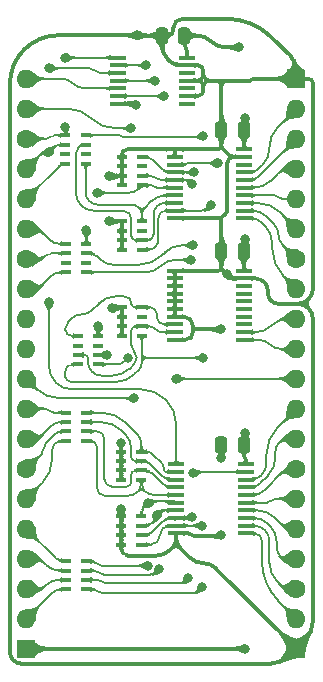
<source format=gtl>
%TF.GenerationSoftware,KiCad,Pcbnew,9.0.2*%
%TF.CreationDate,2025-06-08T18:24:14+02:00*%
%TF.ProjectId,GPIO Bus,4750494f-2042-4757-932e-6b696361645f,V1*%
%TF.SameCoordinates,Original*%
%TF.FileFunction,Copper,L1,Top*%
%TF.FilePolarity,Positive*%
%FSLAX46Y46*%
G04 Gerber Fmt 4.6, Leading zero omitted, Abs format (unit mm)*
G04 Created by KiCad (PCBNEW 9.0.2) date 2025-06-08 18:24:14*
%MOMM*%
%LPD*%
G01*
G04 APERTURE LIST*
G04 Aperture macros list*
%AMRoundRect*
0 Rectangle with rounded corners*
0 $1 Rounding radius*
0 $2 $3 $4 $5 $6 $7 $8 $9 X,Y pos of 4 corners*
0 Add a 4 corners polygon primitive as box body*
4,1,4,$2,$3,$4,$5,$6,$7,$8,$9,$2,$3,0*
0 Add four circle primitives for the rounded corners*
1,1,$1+$1,$2,$3*
1,1,$1+$1,$4,$5*
1,1,$1+$1,$6,$7*
1,1,$1+$1,$8,$9*
0 Add four rect primitives between the rounded corners*
20,1,$1+$1,$2,$3,$4,$5,0*
20,1,$1+$1,$4,$5,$6,$7,0*
20,1,$1+$1,$6,$7,$8,$9,0*
20,1,$1+$1,$8,$9,$2,$3,0*%
G04 Aperture macros list end*
%TA.AperFunction,SMDPad,CuDef*%
%ADD10R,1.475000X0.450000*%
%TD*%
%TA.AperFunction,ComponentPad*%
%ADD11O,1.600000X1.600000*%
%TD*%
%TA.AperFunction,ComponentPad*%
%ADD12C,1.600000*%
%TD*%
%TA.AperFunction,ComponentPad*%
%ADD13RoundRect,0.250000X-0.550000X-0.550000X0.550000X-0.550000X0.550000X0.550000X-0.550000X0.550000X0*%
%TD*%
%TA.AperFunction,ComponentPad*%
%ADD14R,1.600000X1.600000*%
%TD*%
%TA.AperFunction,SMDPad,CuDef*%
%ADD15R,0.950000X0.450000*%
%TD*%
%TA.AperFunction,SMDPad,CuDef*%
%ADD16R,0.900000X0.450000*%
%TD*%
%TA.AperFunction,SMDPad,CuDef*%
%ADD17RoundRect,0.250000X0.250000X0.475000X-0.250000X0.475000X-0.250000X-0.475000X0.250000X-0.475000X0*%
%TD*%
%TA.AperFunction,ViaPad*%
%ADD18C,0.800000*%
%TD*%
%TA.AperFunction,Conductor*%
%ADD19C,0.380000*%
%TD*%
%TA.AperFunction,Conductor*%
%ADD20C,0.200000*%
%TD*%
G04 APERTURE END LIST*
D10*
%TO.P,IC1,1,1A*%
%TO.N,/A5*%
X7713000Y1793000D03*
%TO.P,IC1,2,1Y*%
%TO.N,/~{A5}*%
X7713000Y1143000D03*
%TO.P,IC1,3,2A*%
%TO.N,/A4*%
X7713000Y493000D03*
%TO.P,IC1,4,2Y*%
%TO.N,/~{A4}*%
X7713000Y-157000D03*
%TO.P,IC1,5,3A*%
%TO.N,/Write Enable*%
X7713000Y-807000D03*
%TO.P,IC1,6,3Y*%
%TO.N,/~{Write Enable}*%
X7713000Y-1457000D03*
%TO.P,IC1,7,GND*%
%TO.N,/GND*%
X7713000Y-2107000D03*
%TO.P,IC1,8,4Y*%
%TO.N,unconnected-(IC1-4Y-Pad8)*%
X13589000Y-2107000D03*
%TO.P,IC1,9,4A*%
%TO.N,/GND*%
X13589000Y-1457000D03*
%TO.P,IC1,10,5Y*%
%TO.N,unconnected-(IC1-5Y-Pad10)*%
X13589000Y-807000D03*
%TO.P,IC1,11,5A*%
%TO.N,/GND*%
X13589000Y-157000D03*
%TO.P,IC1,12,6Y*%
%TO.N,unconnected-(IC1-6Y-Pad12)*%
X13589000Y493000D03*
%TO.P,IC1,13,6A*%
%TO.N,/GND*%
X13589000Y1143000D03*
%TO.P,IC1,14,3V*%
%TO.N,/3.3V*%
X13589000Y1793000D03*
%TD*%
D11*
%TO.P,J1,1,Pin_1*%
%TO.N,/Write Enable*%
X0Y0D03*
%TO.P,J1,2,Pin_2*%
%TO.N,/A_{Enable}*%
X0Y-2540000D03*
D12*
%TO.P,J1,3,Pin_3*%
%TO.N,/A5*%
X0Y-5080000D03*
D11*
%TO.P,J1,4,Pin_4*%
%TO.N,/A4*%
X0Y-7620000D03*
%TO.P,J1,5,Pin_5*%
%TO.N,/A3*%
X0Y-10160000D03*
%TO.P,J1,6,Pin_6*%
%TO.N,/A2*%
X0Y-12700000D03*
D12*
%TO.P,J1,7,Pin_7*%
%TO.N,/A1*%
X0Y-15240000D03*
D11*
%TO.P,J1,8,Pin_8*%
%TO.N,/A0*%
X0Y-17780000D03*
%TO.P,J1,9,Pin_9*%
%TO.N,/Read GPIO _{ALL}*%
X0Y-20320000D03*
%TO.P,J1,10,Pin_10*%
%TO.N,/Write GPIO _{ALL}*%
X0Y-22860000D03*
%TO.P,J1,11,Pin_11*%
%TO.N,/~{A5}*%
X0Y-25400000D03*
%TO.P,J1,12,Pin_12*%
%TO.N,/D0*%
X0Y-27940000D03*
%TO.P,J1,13,Pin_13*%
%TO.N,/D1*%
X0Y-30480000D03*
D12*
%TO.P,J1,14,Pin_14*%
%TO.N,/D2*%
X0Y-33020000D03*
D11*
%TO.P,J1,15,Pin_15*%
%TO.N,/D3*%
X0Y-35560000D03*
%TO.P,J1,16,Pin_16*%
%TO.N,/D4*%
X0Y-38100000D03*
%TO.P,J1,17,Pin_17*%
%TO.N,/D5*%
X0Y-40640000D03*
%TO.P,J1,18,Pin_18*%
%TO.N,/D6*%
X0Y-43180000D03*
%TO.P,J1,19,Pin_19*%
%TO.N,/D7*%
X0Y-45720000D03*
D13*
%TO.P,J1,20,Pin_20*%
%TO.N,/3.3V*%
X0Y-48260000D03*
D14*
%TO.P,J1,21,Pin_21*%
%TO.N,/GND*%
X22860000Y-48260000D03*
D11*
%TO.P,J1,22,Pin_22*%
%TO.N,/DD7*%
X22860000Y-45720000D03*
D12*
%TO.P,J1,23,Pin_23*%
%TO.N,/DD6*%
X22860000Y-43180000D03*
D11*
%TO.P,J1,24,Pin_24*%
%TO.N,/DD5*%
X22860000Y-40640000D03*
%TO.P,J1,25,Pin_25*%
%TO.N,/DD4*%
X22860000Y-38100000D03*
%TO.P,J1,26,Pin_26*%
%TO.N,/DD3*%
X22860000Y-35560000D03*
D12*
%TO.P,J1,27,Pin_27*%
%TO.N,/DD2*%
X22860000Y-33020000D03*
D11*
%TO.P,J1,28,Pin_28*%
%TO.N,/DD1*%
X22860000Y-30480000D03*
%TO.P,J1,29,Pin_29*%
%TO.N,/DD0*%
X22860000Y-27940000D03*
%TO.P,J1,30,Pin_30*%
%TO.N,/~{A4}*%
X22860000Y-25400000D03*
%TO.P,J1,31,Pin_31*%
%TO.N,/WWrite GPIO _{ALL}*%
X22860000Y-22860000D03*
%TO.P,J1,32,Pin_32*%
%TO.N,/RRead GPIO _{ALL}*%
X22860000Y-20320000D03*
%TO.P,J1,33,Pin_33*%
%TO.N,/AA5*%
X22860000Y-17780000D03*
D12*
%TO.P,J1,34,Pin_34*%
%TO.N,/AA4*%
X22860000Y-15240000D03*
D11*
%TO.P,J1,35,Pin_35*%
%TO.N,/AA3*%
X22860000Y-12700000D03*
%TO.P,J1,36,Pin_36*%
%TO.N,/AA2*%
X22860000Y-10160000D03*
%TO.P,J1,37,Pin_37*%
%TO.N,/AA1*%
X22860000Y-7620000D03*
%TO.P,J1,38,Pin_38*%
%TO.N,/AA0*%
X22860000Y-5080000D03*
%TO.P,J1,39,Pin_39*%
%TO.N,/AA_{Enable}*%
X22860000Y-2540000D03*
D14*
%TO.P,J1,40,Pin_40*%
%TO.N,/GND*%
X22860000Y0D03*
%TD*%
D15*
%TO.P,CN5,1,1*%
%TO.N,Net-(IC4-A3)*%
X9740000Y-33966000D03*
%TO.P,CN5,2,2*%
%TO.N,Net-(IC4-A2)*%
X9740000Y-33166000D03*
%TO.P,CN5,3,3*%
%TO.N,Net-(IC4-A1)*%
X9740000Y-32366000D03*
%TO.P,CN5,4,4*%
%TO.N,Net-(IC4-A0)*%
X9740000Y-31566000D03*
%TO.P,CN5,5,5*%
%TO.N,/GND*%
X8040000Y-31566000D03*
%TO.P,CN5,6,6*%
X8040000Y-32366000D03*
%TO.P,CN5,7,7*%
X8040000Y-33166000D03*
%TO.P,CN5,8,8*%
X8040000Y-33966000D03*
%TD*%
D16*
%TO.P,RN1,1,R1*%
%TO.N,Net-(IC4-A7)*%
X5070000Y-43237000D03*
%TO.P,RN1,2,R2*%
%TO.N,Net-(IC4-A6)*%
X5070000Y-42437000D03*
%TO.P,RN1,3,R3*%
%TO.N,Net-(IC4-A5)*%
X5070000Y-41637000D03*
%TO.P,RN1,4,R4*%
%TO.N,Net-(IC4-A4)*%
X5070000Y-40837000D03*
%TO.P,RN1,5,R4*%
%TO.N,/D4*%
X3370000Y-40837000D03*
%TO.P,RN1,6,R3*%
%TO.N,/D5*%
X3370000Y-41637000D03*
%TO.P,RN1,7,R2*%
%TO.N,/D6*%
X3370000Y-42437000D03*
%TO.P,RN1,8,R1*%
%TO.N,/D7*%
X3370000Y-43237000D03*
%TD*%
D15*
%TO.P,CN4,1,1*%
%TO.N,Net-(IC4-A7)*%
X9740000Y-39446000D03*
%TO.P,CN4,2,2*%
%TO.N,Net-(IC4-A6)*%
X9740000Y-38646000D03*
%TO.P,CN4,3,3*%
%TO.N,Net-(IC4-A5)*%
X9740000Y-37846000D03*
%TO.P,CN4,4,4*%
%TO.N,Net-(IC4-A4)*%
X9740000Y-37046000D03*
%TO.P,CN4,5,5*%
%TO.N,/GND*%
X8040000Y-37046000D03*
%TO.P,CN4,6,6*%
X8040000Y-37846000D03*
%TO.P,CN4,7,7*%
X8040000Y-38646000D03*
%TO.P,CN4,8,8*%
X8040000Y-39446000D03*
%TD*%
D17*
%TO.P,C7,1*%
%TO.N,/3.3V*%
X18415000Y-30988000D03*
%TO.P,C7,2*%
%TO.N,/GND*%
X16515000Y-30988000D03*
%TD*%
D16*
%TO.P,RN5,1,R1*%
%TO.N,/A_{Enable}*%
X6086000Y-24187000D03*
%TO.P,RN5,2,R2*%
%TO.N,/Write GPIO _{ALL}*%
X6086000Y-23387000D03*
%TO.P,RN5,3,R3*%
%TO.N,unconnected-(RN5-R3-Pad3)*%
X6086000Y-22587000D03*
%TO.P,RN5,4,R4*%
%TO.N,/Read GPIO _{ALL}*%
X6086000Y-21787000D03*
%TO.P,RN5,5,R4*%
%TO.N,Net-(IC3-A6)*%
X4386000Y-21787000D03*
%TO.P,RN5,6,R3*%
%TO.N,unconnected-(RN5-R3-Pad6)*%
X4386000Y-22587000D03*
%TO.P,RN5,7,R2*%
%TO.N,Net-(IC3-A7)*%
X4386000Y-23387000D03*
%TO.P,RN5,8,R1*%
%TO.N,Net-(IC2-A1)*%
X4386000Y-24187000D03*
%TD*%
D15*
%TO.P,CN1,1,1*%
%TO.N,Net-(IC2-A7)*%
X9779000Y-14478000D03*
%TO.P,CN1,2,2*%
%TO.N,Net-(IC2-A6)*%
X9779000Y-13678000D03*
%TO.P,CN1,3,3*%
%TO.N,unconnected-(CN1-Pad3)*%
X9779000Y-12878000D03*
%TO.P,CN1,4,4*%
%TO.N,Net-(IC2-A5)*%
X9779000Y-12078000D03*
%TO.P,CN1,5,5*%
%TO.N,/GND*%
X8079000Y-12078000D03*
%TO.P,CN1,6,6*%
X8079000Y-12878000D03*
%TO.P,CN1,7,7*%
X8079000Y-13678000D03*
%TO.P,CN1,8,8*%
X8079000Y-14478000D03*
%TD*%
D16*
%TO.P,RN3,1,R1*%
%TO.N,/A5*%
X3302000Y-4788000D03*
%TO.P,RN3,2,R2*%
%TO.N,/A4*%
X3302000Y-5588000D03*
%TO.P,RN3,3,R3*%
%TO.N,unconnected-(RN3-R3-Pad3)*%
X3302000Y-6388000D03*
%TO.P,RN3,4,R4*%
%TO.N,/A3*%
X3302000Y-7188000D03*
%TO.P,RN3,5,R4*%
%TO.N,Net-(IC2-A5)*%
X5002000Y-7188000D03*
%TO.P,RN3,6,R3*%
%TO.N,unconnected-(RN3-R3-Pad6)*%
X5002000Y-6388000D03*
%TO.P,RN3,7,R2*%
%TO.N,Net-(IC2-A6)*%
X5002000Y-5588000D03*
%TO.P,RN3,8,R1*%
%TO.N,Net-(IC2-A7)*%
X5002000Y-4788000D03*
%TD*%
D17*
%TO.P,C3,1*%
%TO.N,/3.3V*%
X18415000Y-14605000D03*
%TO.P,C3,2*%
%TO.N,/GND*%
X16515000Y-14605000D03*
%TD*%
D16*
%TO.P,RN2,1,R1*%
%TO.N,Net-(IC4-A3)*%
X5070000Y-30664000D03*
%TO.P,RN2,2,R2*%
%TO.N,Net-(IC4-A2)*%
X5070000Y-29864000D03*
%TO.P,RN2,3,R3*%
%TO.N,Net-(IC4-A1)*%
X5070000Y-29064000D03*
%TO.P,RN2,4,R4*%
%TO.N,Net-(IC4-A0)*%
X5070000Y-28264000D03*
%TO.P,RN2,5,R4*%
%TO.N,/D0*%
X3370000Y-28264000D03*
%TO.P,RN2,6,R3*%
%TO.N,/D1*%
X3370000Y-29064000D03*
%TO.P,RN2,7,R2*%
%TO.N,/D2*%
X3370000Y-29864000D03*
%TO.P,RN2,8,R1*%
%TO.N,/D3*%
X3370000Y-30664000D03*
%TD*%
D17*
%TO.P,C2,1*%
%TO.N,/3.3V*%
X18415000Y-4318000D03*
%TO.P,C2,2*%
%TO.N,/GND*%
X16515000Y-4318000D03*
%TD*%
D16*
%TO.P,RN4,1,R1*%
%TO.N,/A2*%
X3380000Y-13983000D03*
%TO.P,RN4,2,R2*%
%TO.N,/A1*%
X3380000Y-14783000D03*
%TO.P,RN4,3,R3*%
%TO.N,unconnected-(RN4-R3-Pad3)*%
X3380000Y-15583000D03*
%TO.P,RN4,4,R4*%
%TO.N,/A0*%
X3380000Y-16383000D03*
%TO.P,RN4,5,R4*%
%TO.N,Net-(IC2-A2)*%
X5080000Y-16383000D03*
%TO.P,RN4,6,R3*%
%TO.N,unconnected-(RN4-R3-Pad6)*%
X5080000Y-15583000D03*
%TO.P,RN4,7,R2*%
%TO.N,Net-(IC2-A3)*%
X5080000Y-14783000D03*
%TO.P,RN4,8,R1*%
%TO.N,Net-(IC2-A4)*%
X5080000Y-13983000D03*
%TD*%
D10*
%TO.P,IC3,1,~{OE1}*%
%TO.N,/GND*%
X12556000Y-16252000D03*
%TO.P,IC3,2,A0*%
X12556000Y-16902000D03*
%TO.P,IC3,3,A1*%
X12556000Y-17552000D03*
%TO.P,IC3,4,A2*%
X12556000Y-18202000D03*
%TO.P,IC3,5,A3*%
X12556000Y-18852000D03*
%TO.P,IC3,6,A4*%
X12556000Y-19502000D03*
%TO.P,IC3,7,A5*%
X12556000Y-20152000D03*
%TO.P,IC3,8,A6*%
%TO.N,Net-(IC3-A6)*%
X12556000Y-20802000D03*
%TO.P,IC3,9,A7*%
%TO.N,Net-(IC3-A7)*%
X12556000Y-21452000D03*
%TO.P,IC3,10,GND*%
%TO.N,/GND*%
X12556000Y-22102000D03*
%TO.P,IC3,11,Y7*%
%TO.N,/WWrite GPIO _{ALL}*%
X18432000Y-22102000D03*
%TO.P,IC3,12,Y6*%
%TO.N,/RRead GPIO _{ALL}*%
X18432000Y-21452000D03*
%TO.P,IC3,13,Y5*%
%TO.N,unconnected-(IC3-Y5-Pad13)*%
X18432000Y-20802000D03*
%TO.P,IC3,14,Y4*%
%TO.N,unconnected-(IC3-Y4-Pad14)*%
X18432000Y-20152000D03*
%TO.P,IC3,15,Y3*%
%TO.N,unconnected-(IC3-Y3-Pad15)*%
X18432000Y-19502000D03*
%TO.P,IC3,16,Y2*%
%TO.N,unconnected-(IC3-Y2-Pad16)*%
X18432000Y-18852000D03*
%TO.P,IC3,17,Y1*%
%TO.N,unconnected-(IC3-Y1-Pad17)*%
X18432000Y-18202000D03*
%TO.P,IC3,18,Y0*%
%TO.N,unconnected-(IC3-Y0-Pad18)*%
X18432000Y-17552000D03*
%TO.P,IC3,19,~{OE2}*%
%TO.N,/GND*%
X18432000Y-16902000D03*
%TO.P,IC3,20,3V*%
%TO.N,/3.3V*%
X18432000Y-16252000D03*
%TD*%
D15*
%TO.P,CN3,1,1*%
%TO.N,Net-(IC2-A1)*%
X9779000Y-21755000D03*
%TO.P,CN3,2,2*%
%TO.N,Net-(IC3-A7)*%
X9779000Y-20955000D03*
%TO.P,CN3,3,3*%
%TO.N,unconnected-(CN3-Pad3)*%
X9779000Y-20155000D03*
%TO.P,CN3,4,4*%
%TO.N,Net-(IC3-A6)*%
X9779000Y-19355000D03*
%TO.P,CN3,5,5*%
%TO.N,/GND*%
X8079000Y-19355000D03*
%TO.P,CN3,6,6*%
X8079000Y-20155000D03*
%TO.P,CN3,7,7*%
X8079000Y-20955000D03*
%TO.P,CN3,8,8*%
X8079000Y-21755000D03*
%TD*%
D10*
%TO.P,IC4,1,DIR*%
%TO.N,/A4*%
X12683000Y-32635000D03*
%TO.P,IC4,2,A0*%
%TO.N,Net-(IC4-A0)*%
X12683000Y-33285000D03*
%TO.P,IC4,3,A1*%
%TO.N,Net-(IC4-A1)*%
X12683000Y-33935000D03*
%TO.P,IC4,4,A2*%
%TO.N,Net-(IC4-A2)*%
X12683000Y-34585000D03*
%TO.P,IC4,5,A3*%
%TO.N,Net-(IC4-A3)*%
X12683000Y-35235000D03*
%TO.P,IC4,6,A4*%
%TO.N,Net-(IC4-A4)*%
X12683000Y-35885000D03*
%TO.P,IC4,7,A5*%
%TO.N,Net-(IC4-A5)*%
X12683000Y-36535000D03*
%TO.P,IC4,8,A6*%
%TO.N,Net-(IC4-A6)*%
X12683000Y-37185000D03*
%TO.P,IC4,9,A7*%
%TO.N,Net-(IC4-A7)*%
X12683000Y-37835000D03*
%TO.P,IC4,10,GND*%
%TO.N,/GND*%
X12683000Y-38485000D03*
%TO.P,IC4,11,B7*%
%TO.N,/DD7*%
X18559000Y-38485000D03*
%TO.P,IC4,12,B6*%
%TO.N,/DD6*%
X18559000Y-37835000D03*
%TO.P,IC4,13,B5*%
%TO.N,/DD5*%
X18559000Y-37185000D03*
%TO.P,IC4,14,B4*%
%TO.N,/DD4*%
X18559000Y-36535000D03*
%TO.P,IC4,15,B3*%
%TO.N,/DD3*%
X18559000Y-35885000D03*
%TO.P,IC4,16,B2*%
%TO.N,/DD2*%
X18559000Y-35235000D03*
%TO.P,IC4,17,B1*%
%TO.N,/DD1*%
X18559000Y-34585000D03*
%TO.P,IC4,18,B0*%
%TO.N,/DD0*%
X18559000Y-33935000D03*
%TO.P,IC4,19,~{OE}*%
%TO.N,/~{Write Enable}*%
X18559000Y-33285000D03*
%TO.P,IC4,20,3V*%
%TO.N,/3.3V*%
X18559000Y-32635000D03*
%TD*%
D17*
%TO.P,C8,1*%
%TO.N,/3.3V*%
X13363000Y3653000D03*
%TO.P,C8,2*%
%TO.N,/GND*%
X11463000Y3653000D03*
%TD*%
D15*
%TO.P,CN2,1,1*%
%TO.N,Net-(IC2-A4)*%
X9779000Y-9017000D03*
%TO.P,CN2,2,2*%
%TO.N,Net-(IC2-A3)*%
X9779000Y-8217000D03*
%TO.P,CN2,3,3*%
%TO.N,unconnected-(CN2-Pad3)*%
X9779000Y-7417000D03*
%TO.P,CN2,4,4*%
%TO.N,Net-(IC2-A2)*%
X9779000Y-6617000D03*
%TO.P,CN2,5,5*%
%TO.N,/GND*%
X8079000Y-6617000D03*
%TO.P,CN2,6,6*%
X8079000Y-7417000D03*
%TO.P,CN2,7,7*%
X8079000Y-8217000D03*
%TO.P,CN2,8,8*%
X8079000Y-9017000D03*
%TD*%
D10*
%TO.P,IC2,1,~{OE1}*%
%TO.N,/GND*%
X12556000Y-5965000D03*
%TO.P,IC2,2,A0*%
X12556000Y-6615000D03*
%TO.P,IC2,3,A1*%
%TO.N,Net-(IC2-A1)*%
X12556000Y-7265000D03*
%TO.P,IC2,4,A2*%
%TO.N,Net-(IC2-A2)*%
X12556000Y-7915000D03*
%TO.P,IC2,5,A3*%
%TO.N,Net-(IC2-A3)*%
X12556000Y-8565000D03*
%TO.P,IC2,6,A4*%
%TO.N,Net-(IC2-A4)*%
X12556000Y-9215000D03*
%TO.P,IC2,7,A5*%
%TO.N,Net-(IC2-A5)*%
X12556000Y-9865000D03*
%TO.P,IC2,8,A6*%
%TO.N,Net-(IC2-A6)*%
X12556000Y-10515000D03*
%TO.P,IC2,9,A7*%
%TO.N,Net-(IC2-A7)*%
X12556000Y-11165000D03*
%TO.P,IC2,10,GND*%
%TO.N,/GND*%
X12556000Y-11815000D03*
%TO.P,IC2,11,Y7*%
%TO.N,/AA5*%
X18432000Y-11815000D03*
%TO.P,IC2,12,Y6*%
%TO.N,/AA4*%
X18432000Y-11165000D03*
%TO.P,IC2,13,Y5*%
%TO.N,/AA3*%
X18432000Y-10515000D03*
%TO.P,IC2,14,Y4*%
%TO.N,/AA2*%
X18432000Y-9865000D03*
%TO.P,IC2,15,Y3*%
%TO.N,/AA1*%
X18432000Y-9215000D03*
%TO.P,IC2,16,Y2*%
%TO.N,/AA0*%
X18432000Y-8565000D03*
%TO.P,IC2,17,Y1*%
%TO.N,/AA_{Enable}*%
X18432000Y-7915000D03*
%TO.P,IC2,18,Y0*%
%TO.N,unconnected-(IC2-Y0-Pad18)*%
X18432000Y-7265000D03*
%TO.P,IC2,19,~{OE2}*%
%TO.N,/GND*%
X18432000Y-6615000D03*
%TO.P,IC2,20,3V*%
%TO.N,/3.3V*%
X18432000Y-5965000D03*
%TD*%
D18*
%TO.N,/GND*%
X7239000Y-19431000D03*
X6985000Y-8255000D03*
X16970250Y-16557750D03*
X9271000Y-2207000D03*
X8001000Y-30861000D03*
X8001000Y-36449000D03*
X6985000Y-12065000D03*
X16510000Y-21209000D03*
X16510000Y-32131000D03*
X16510000Y-38608010D03*
X9398004Y3683000D03*
%TO.N,/3.3V*%
X18542000Y-3302000D03*
X18542000Y-13589000D03*
X18542000Y-29972000D03*
X18542000Y-48260000D03*
X18034000Y2667000D03*
%TO.N,Net-(IC2-A7)*%
X14986000Y-4826000D03*
X15609000Y-10696950D03*
%TO.N,/A4*%
X1905000Y-18923000D03*
X1905000Y889000D03*
X1905000Y-6223000D03*
%TO.N,Net-(IC2-A2)*%
X13973071Y-15328238D03*
X14228582Y-7861999D03*
%TO.N,Net-(IC2-A3)*%
X14056254Y-8897763D03*
X14097000Y-14097000D03*
%TO.N,Net-(IC2-A4)*%
X5969000Y-9652000D03*
X5080000Y-12827000D03*
%TO.N,Net-(IC2-A1)*%
X14986000Y-23622000D03*
X16178000Y-7138892D03*
%TO.N,Net-(IC4-A6)*%
X13998168Y-37085000D03*
X13716000Y-42303000D03*
%TO.N,Net-(IC4-A4)*%
X10277494Y-41226000D03*
X10287000Y-35941000D03*
%TO.N,Net-(IC4-A5)*%
X11049000Y-36957000D03*
X11233005Y-41534322D03*
%TO.N,Net-(IC4-A7)*%
X14859000Y-37846000D03*
X14859000Y-43053000D03*
%TO.N,/~{Write Enable}*%
X14097000Y-33401000D03*
X11684000Y-1457000D03*
%TO.N,/~{A5}*%
X9144000Y-27051000D03*
X10160000Y1143000D03*
%TO.N,/~{A4}*%
X10922000Y-157000D03*
X12700000Y-25400000D03*
%TO.N,/A5*%
X3302000Y-4064000D03*
X3302000Y1778000D03*
%TO.N,/Write GPIO _{ALL}*%
X6790579Y-23373900D03*
%TO.N,/A_{Enable}*%
X8587000Y-23622000D03*
X8890000Y-4191000D03*
%TO.N,/Read GPIO _{ALL}*%
X6086000Y-20955000D03*
%TD*%
D19*
%TO.N,/3.3V*%
X18487000Y-32076000D02*
G75*
G02*
X18558990Y-32249823I-173800J-173800D01*
G01*
X13363000Y2925806D02*
G75*
G03*
X13475998Y2652998I385800J-6D01*
G01*
X13476000Y2653000D02*
G75*
G02*
X13588997Y2380193I-272800J-272800D01*
G01*
X18415000Y-31902176D02*
G75*
G03*
X18486993Y-32076007I245800J-24D01*
G01*
X15636000Y3160000D02*
G75*
G03*
X16826207Y2667003I1190200J1190200D01*
G01*
X15636000Y3160000D02*
G75*
G03*
X14445792Y3652997I-1190200J-1190200D01*
G01*
%TO.N,/GND*%
X20447000Y-18182789D02*
G75*
G03*
X20700997Y-18796003I867200J-11D01*
G01*
X12304000Y3795000D02*
G75*
G02*
X11961181Y3653008I-342800J342800D01*
G01*
X23876000Y-19431000D02*
G75*
G02*
X24256994Y-20350815I-919800J-919800D01*
G01*
X16446505Y-38671505D02*
G75*
G02*
X16293214Y-38735006I-153305J153305D01*
G01*
X16440250Y-5890250D02*
G75*
G03*
X16514995Y-5709787I-180450J180450D01*
G01*
X16589750Y-5890250D02*
G75*
G03*
X16440250Y-5890250I-74750J-74748D01*
G01*
X16515000Y-5709787D02*
G75*
G03*
X16589746Y-5890254I255200J-13D01*
G01*
X22234141Y-48885858D02*
G75*
G03*
X22234141Y-47634142I-625841J625858D01*
G01*
X22234141Y-47634141D02*
G75*
G03*
X23485858Y-47634142I625859J625859D01*
G01*
X-1119098Y-49233815D02*
G75*
G03*
X-448183Y-49511717I670919J670925D01*
G01*
X19098500Y-78500D02*
G75*
G02*
X18908984Y-156993I-189500J189500D01*
G01*
X13872750Y-20376250D02*
G75*
G03*
X13331362Y-20152015I-541350J-541350D01*
G01*
X6991500Y-12071500D02*
G75*
G03*
X7007192Y-12078003I15700J15700D01*
G01*
X14351000Y-21209000D02*
G75*
G03*
X14097000Y-21463000I0J-254000D01*
G01*
X14097000Y-20955000D02*
G75*
G03*
X14351000Y-21209000I254000J0D01*
G01*
X9221000Y-2157000D02*
G75*
G03*
X9100289Y-2107004I-120700J-120700D01*
G01*
X16440250Y-16177250D02*
G75*
G03*
X16514995Y-15996787I-180450J180450D01*
G01*
X16589750Y-16177250D02*
G75*
G03*
X16440250Y-16177250I-74750J-74748D01*
G01*
X16515000Y-15996787D02*
G75*
G03*
X16589746Y-16177254I255200J-13D01*
G01*
X8211000Y-40215000D02*
G75*
G03*
X8623830Y-40385987I412800J412800D01*
G01*
X13855966Y-40559966D02*
G75*
G03*
X14969000Y-41020990I1113034J1113066D01*
G01*
X16506464Y-11815000D02*
G75*
G03*
X16512510Y-11812510I36J8500D01*
G01*
X16512500Y-11817500D02*
G75*
G03*
X16506464Y-11815015I-6000J-6000D01*
G01*
X16512500Y-11812500D02*
G75*
G03*
X16512500Y-11817500I2500J-2500D01*
G01*
X16082033Y-41482033D02*
G75*
G03*
X14969000Y-41021010I-1113033J-1113067D01*
G01*
X17166250Y-6763250D02*
G75*
G03*
X17166250Y-6466750I-148250J148250D01*
G01*
X17524157Y-6615000D02*
G75*
G03*
X17166283Y-6763283I43J-506100D01*
G01*
X17166250Y-6466750D02*
G75*
G03*
X17524157Y-6615018I357950J357950D01*
G01*
X14846250Y-1317250D02*
G75*
G02*
X14508863Y-1456985I-337350J337350D01*
G01*
X22956184Y-19050000D02*
G75*
G03*
X23876005Y-18669005I16J1300800D01*
G01*
X23876000Y-19431000D02*
G75*
G03*
X22956184Y-19050006I-919800J-919800D01*
G01*
X23876000Y-18669000D02*
G75*
G03*
X23876000Y-19431000I381000J-381000D01*
G01*
X24257000Y-45875171D02*
G75*
G02*
X23558502Y-47561502I-2384840J1D01*
G01*
X8001000Y-31499422D02*
G75*
G03*
X8020507Y-31546493I66600J22D01*
G01*
X24148500Y-108500D02*
G75*
G02*
X24256953Y-370442I-262000J-261900D01*
G01*
X7368740Y-19355000D02*
G75*
G03*
X7276988Y-19392988I-40J-129700D01*
G01*
X16440250Y-16177250D02*
G75*
G02*
X16259787Y-16251995I-180450J180450D01*
G01*
X12364094Y-39705905D02*
G75*
G03*
X12683002Y-38936000I-769894J769905D01*
G01*
X13001905Y-39705905D02*
G75*
G03*
X12364095Y-39705905I-318905J-318905D01*
G01*
X12683000Y-38936000D02*
G75*
G03*
X13001907Y-39705903I1088800J0D01*
G01*
X22366085Y1890913D02*
G75*
G02*
X22860007Y698500I-1192385J-1192413D01*
G01*
X16510000Y-664750D02*
G75*
G03*
X16002250Y-157000I-507750J0D01*
G01*
X17017750Y-157000D02*
G75*
G03*
X16510000Y-664750I-50J-507700D01*
G01*
X13881862Y-20385362D02*
G75*
G02*
X14097043Y-20904750I-519362J-519438D01*
G01*
X17018000Y-10947789D02*
G75*
G02*
X16764003Y-11561003I-867200J-11D01*
G01*
X-1397000Y-48562900D02*
G75*
G03*
X-1119098Y-49233815I948827J4D01*
G01*
X14986000Y-979863D02*
G75*
G02*
X14846261Y-1317261I-477100J-37D01*
G01*
X17166250Y-6763250D02*
G75*
G03*
X17017953Y-7121157I357850J-357950D01*
G01*
X20701000Y-18796000D02*
G75*
G03*
X21314210Y-19049996I613200J613200D01*
G01*
X8040000Y-39802169D02*
G75*
G03*
X8210991Y-40215009I583800J-31D01*
G01*
X16512500Y-11817500D02*
G75*
G02*
X16514985Y-11823535I-6000J-6000D01*
G01*
X20135000Y-17214000D02*
G75*
G03*
X19381765Y-16902014I-753200J-753200D01*
G01*
X12446000Y4137818D02*
G75*
G02*
X12304005Y3794995I-484800J-18D01*
G01*
X12668000Y4858000D02*
G75*
G03*
X12445952Y4322044I535900J-536000D01*
G01*
X20770792Y3486207D02*
G75*
G03*
X16923036Y5080001I-3847762J-3847767D01*
G01*
X24257000Y-17749184D02*
G75*
G02*
X23876005Y-18669005I-1300800J-16D01*
G01*
X8603081Y-5965000D02*
G75*
G03*
X8232505Y-6118505I19J-524100D01*
G01*
X13972000Y-38610000D02*
G75*
G03*
X14273776Y-38735010I301800J301800D01*
G01*
X2722248Y3683000D02*
G75*
G03*
X-190502Y2476502I2J-4119260D01*
G01*
X14475750Y-157000D02*
G75*
G03*
X14986000Y353250I-50J510300D01*
G01*
X14986000Y-667250D02*
G75*
G03*
X14475750Y-157000I-510250J0D01*
G01*
X15496250Y-157000D02*
G75*
G03*
X14986000Y-667250I-50J-510200D01*
G01*
X14986000Y353250D02*
G75*
G03*
X15496250Y-157000I510250J0D01*
G01*
X13203955Y5080000D02*
G75*
G03*
X12668013Y4857987I45J-758000D01*
G01*
X13972000Y-38610000D02*
G75*
G03*
X13670223Y-38484990I-301800J-301800D01*
G01*
X16512500Y-1175000D02*
G75*
G02*
X16514985Y-1181035I-6000J-6000D01*
G01*
X22234141Y-48885858D02*
G75*
G02*
X20723185Y-49511705I-1510941J1510958D01*
G01*
X17142375Y-16729875D02*
G75*
G03*
X17557921Y-16901976I415525J415575D01*
G01*
X11463000Y2864617D02*
G75*
G03*
X11967245Y1647245I1721600J-17D01*
G01*
X16510000Y-1168964D02*
G75*
G03*
X16512490Y-1175010I8500J-36D01*
G01*
X8200975Y-6150024D02*
G75*
G03*
X8078984Y-6444500I294425J-294476D01*
G01*
X24148500Y-108500D02*
G75*
G03*
X23886557Y-17I-261900J-261900D01*
G01*
X19288015Y0D02*
G75*
G03*
X19098495Y-78495I-15J-268000D01*
G01*
X12183500Y-39886500D02*
G75*
G02*
X10977600Y-40386000I-1205900J1205900D01*
G01*
X14846250Y1003250D02*
G75*
G02*
X14985985Y665863I-337350J-337350D01*
G01*
X12076404Y1538095D02*
G75*
G03*
X13030250Y1143022I953796J953805D01*
G01*
X14097000Y-21463000D02*
G75*
G02*
X13917392Y-21896603I-613200J0D01*
G01*
X-190500Y2476500D02*
G75*
G03*
X-1396998Y-436248I2912760J-2912750D01*
G01*
X9413004Y3668000D02*
G75*
G03*
X9449217Y3653008I36196J36200D01*
G01*
X14846250Y1003250D02*
G75*
G03*
X14508863Y1142985I-337350J-337350D01*
G01*
X8020500Y-36468500D02*
G75*
G02*
X8040009Y-36515577I-47100J-47100D01*
G01*
X20135000Y-17214000D02*
G75*
G02*
X20446986Y-17967234I-753200J-753200D01*
G01*
X13904500Y-21909500D02*
G75*
G02*
X13439763Y-22101985I-464700J464700D01*
G01*
X16440250Y-5890250D02*
G75*
G02*
X16259787Y-5964995I-180450J180450D01*
G01*
X23485858Y-47634141D02*
X22234141Y-48885858D01*
X14147750Y1143000D02*
X13030250Y1143000D01*
X14097000Y-21463000D02*
X14097000Y-20955000D01*
X16002250Y-157000D02*
X17017750Y-157000D01*
D20*
%TO.N,/D7*%
X2926500Y-43237000D02*
G75*
G03*
X2169399Y-43550602I0J-1070700D01*
G01*
%TO.N,/D4*%
X2513200Y-40613200D02*
G75*
G03*
X3053500Y-40837000I540300J540300D01*
G01*
%TO.N,/D6*%
X1768500Y-42808500D02*
G75*
G02*
X871619Y-43179997I-896880J896890D01*
G01*
X2665380Y-42437000D02*
G75*
G03*
X1768502Y-42808502I0J-1268370D01*
G01*
%TO.N,/D2*%
X3009000Y-29864000D02*
G75*
G03*
X2392741Y-30119272I0J-871500D01*
G01*
X1460500Y-31305500D02*
G75*
G02*
X1280892Y-31739103I-613200J0D01*
G01*
X1640105Y-30871894D02*
G75*
G03*
X1460496Y-31305500I433595J-433606D01*
G01*
%TO.N,/D5*%
X1547111Y-41044111D02*
G75*
G03*
X571500Y-40639999I-975611J-975609D01*
G01*
X1705129Y-41202129D02*
G75*
G03*
X2755000Y-41636997I1049871J1049879D01*
G01*
%TO.N,/D3*%
X2928905Y-30664000D02*
G75*
G03*
X2384498Y-30889498I-5J-769900D01*
G01*
X2384500Y-30889500D02*
G75*
G03*
X2159002Y-31433905I544400J-544400D01*
G01*
X2159000Y-32258000D02*
G75*
G02*
X1350776Y-34209223I-2759450J3D01*
G01*
%TO.N,/D1*%
X2901000Y-29064000D02*
G75*
G03*
X2100360Y-29395626I0J-1132300D01*
G01*
X1375210Y-30120789D02*
G75*
G02*
X508000Y-30479999I-867210J867209D01*
G01*
%TO.N,/A_{Enable}*%
X8304500Y-23904500D02*
G75*
G02*
X7622484Y-24186994I-682000J682000D01*
G01*
X5524500Y-3365500D02*
G75*
G03*
X7517433Y-4190996I1992930J1992940D01*
G01*
X5524500Y-3365500D02*
G75*
G03*
X3531566Y-2540001I-1992930J-1992930D01*
G01*
%TO.N,/Write GPIO _{ALL}*%
X6784029Y-23380450D02*
G75*
G02*
X6768215Y-23387000I-15829J15850D01*
G01*
%TO.N,/D0*%
X1940000Y-28102000D02*
G75*
G03*
X2331102Y-28263999I391100J391100D01*
G01*
X1940000Y-28102000D02*
G75*
G03*
X1548897Y-27940001I-391100J-391100D01*
G01*
%TO.N,/DD0*%
X20320000Y-32529197D02*
G75*
G02*
X19908251Y-33523251I-1405800J-3D01*
G01*
X21250375Y-29549624D02*
G75*
G03*
X20320034Y-31795750I2246125J-2246076D01*
G01*
X19827956Y-33603543D02*
G75*
G02*
X19027750Y-33935024I-800256J800243D01*
G01*
%TO.N,/DD1*%
X21399500Y-30797500D02*
G75*
G03*
X21082005Y-31564012I766500J-766500D01*
G01*
X22166012Y-30480000D02*
G75*
G03*
X21399496Y-30797496I-12J-1084000D01*
G01*
X21082000Y-32044750D02*
G75*
G02*
X20424569Y-33631934I-2244620J0D01*
G01*
X19794117Y-34262382D02*
G75*
G02*
X19015250Y-34585030I-778917J778882D01*
G01*
%TO.N,/DD7*%
X19939000Y-40830500D02*
G75*
G03*
X21330935Y-44190943I4752400J0D01*
G01*
X19750500Y-38673500D02*
G75*
G02*
X19939009Y-39128579I-455100J-455100D01*
G01*
X19750500Y-38673500D02*
G75*
G03*
X19295420Y-38484991I-455100J-455100D01*
G01*
%TO.N,/DD4*%
X21656691Y-37785691D02*
G75*
G03*
X22415500Y-38100005I758809J758791D01*
G01*
X21059013Y-37188013D02*
G75*
G03*
X19482500Y-36534992I-1576513J-1576487D01*
G01*
%TO.N,/DD2*%
X20179203Y-34811796D02*
G75*
G02*
X19157500Y-35235001I-1021703J1021696D01*
G01*
X22415500Y-33020000D02*
G75*
G03*
X21656695Y-33334312I0J-1073100D01*
G01*
%TO.N,/DD3*%
X21115495Y-35560000D02*
G75*
G03*
X20723190Y-35722504I5J-554800D01*
G01*
X20723186Y-35722500D02*
G75*
G02*
X20330876Y-35884986I-392286J392300D01*
G01*
%TO.N,/DD6*%
X21484789Y-42820789D02*
G75*
G03*
X22352000Y-43180006I867211J867189D01*
G01*
X20574000Y-41011974D02*
G75*
G03*
X21208992Y-42545008I2168000J-26D01*
G01*
X20187500Y-38221500D02*
G75*
G03*
X19254406Y-37834997I-933100J-933100D01*
G01*
X20187500Y-38221500D02*
G75*
G02*
X20574003Y-39154593I-933100J-933100D01*
G01*
%TO.N,/DD5*%
X20609108Y-37835358D02*
G75*
G02*
X21208970Y-39283625I-1448308J-1448242D01*
G01*
X20453636Y-37679886D02*
G75*
G03*
X19258875Y-37185004I-1194736J-1194714D01*
G01*
X21209000Y-39772789D02*
G75*
G03*
X21462997Y-40386003I867200J-11D01*
G01*
X21463000Y-40386000D02*
G75*
G03*
X22076210Y-40639996I613200J613200D01*
G01*
%TO.N,/RRead GPIO _{ALL}*%
X20769999Y-20885999D02*
G75*
G02*
X19403555Y-21451980I-1366399J1366399D01*
G01*
X22098000Y-20320000D02*
G75*
G03*
X20797191Y-20858822I0J-1839600D01*
G01*
%TO.N,/Write Enable*%
X3959500Y-403500D02*
G75*
G03*
X4933635Y-807002I974140J974140D01*
G01*
X3959500Y-403500D02*
G75*
G03*
X2985364Y2I-974140J-974140D01*
G01*
%TO.N,/WWrite GPIO _{ALL}*%
X20576000Y-22481000D02*
G75*
G03*
X21490986Y-22860005I915000J915000D01*
G01*
X20576000Y-22481000D02*
G75*
G03*
X19661013Y-22101995I-915000J-915000D01*
G01*
%TO.N,/AA3*%
X21468020Y-11308020D02*
G75*
G03*
X19553500Y-10514988I-1914520J-1914480D01*
G01*
%TO.N,/AA2*%
X21315500Y-10012500D02*
G75*
G03*
X20959403Y-9864999I-356100J-356100D01*
G01*
X21315500Y-10012500D02*
G75*
G03*
X21671596Y-10160001I356100J356100D01*
G01*
%TO.N,/AA_{Enable}*%
X20574000Y-5858789D02*
G75*
G02*
X19971753Y-7312753I-2056200J-11D01*
G01*
X21240271Y-4159728D02*
G75*
G03*
X20574037Y-5768250I1608529J-1608472D01*
G01*
X19700956Y-7583543D02*
G75*
G02*
X18900750Y-7915024I-800256J800243D01*
G01*
%TO.N,/AA5*%
X19961515Y-12214515D02*
G75*
G03*
X18997000Y-11814991I-964515J-964485D01*
G01*
X20812183Y-14398683D02*
G75*
G03*
X21755108Y-16675110I3219317J-17D01*
G01*
X20187091Y-12440091D02*
G75*
G02*
X20812190Y-13949195I-1509091J-1509109D01*
G01*
%TO.N,/AA0*%
X19708400Y-8231599D02*
G75*
G02*
X18903500Y-8565000I-804900J804899D01*
G01*
%TO.N,/AA4*%
X21336000Y-13208000D02*
G75*
G03*
X21695214Y-14075206I1226400J0D01*
G01*
X20285014Y-11649014D02*
G75*
G03*
X19116500Y-11164991I-1168514J-1168486D01*
G01*
X20976789Y-12340789D02*
G75*
G02*
X21336006Y-13208000I-867189J-867211D01*
G01*
%TO.N,/AA1*%
X22288500Y-7620000D02*
G75*
G03*
X21312893Y-8024116I0J-1379700D01*
G01*
X20719505Y-8617494D02*
G75*
G02*
X19277000Y-9215002I-1442505J1442494D01*
G01*
%TO.N,/A5*%
X2013000Y-4934000D02*
G75*
G02*
X1660524Y-5080010I-352500J352500D01*
G01*
X3327606Y1793000D02*
G75*
G03*
X3309498Y1785502I-6J-25600D01*
G01*
X2365475Y-4788000D02*
G75*
G03*
X2013007Y-4934007I25J-498500D01*
G01*
%TO.N,/~{A5}*%
X825500Y-26225500D02*
G75*
G03*
X2818433Y-27050996I1992930J1992940D01*
G01*
%TO.N,/~{Write Enable}*%
X14295024Y-33285000D02*
G75*
G03*
X14154993Y-33342993I-24J-198000D01*
G01*
%TO.N,Net-(IC4-A0)*%
X11645500Y-33114289D02*
G75*
G03*
X11695497Y-33235003I170700J-11D01*
G01*
X10747043Y-31829043D02*
G75*
G03*
X10112000Y-31566004I-635043J-635057D01*
G01*
X9342252Y-30043252D02*
G75*
G02*
X9739999Y-31003500I-960252J-960248D01*
G01*
X8444408Y-29145408D02*
G75*
G03*
X6316500Y-28263995I-2127908J-2127892D01*
G01*
X11483749Y-32565749D02*
G75*
G02*
X11645521Y-32956250I-390549J-390551D01*
G01*
X11695500Y-33235000D02*
G75*
G03*
X11816210Y-33284996I120700J120700D01*
G01*
%TO.N,Net-(IC4-A2)*%
X8890000Y-34110394D02*
G75*
G02*
X8763002Y-34417002I-433600J-6D01*
G01*
X11533833Y-34284833D02*
G75*
G03*
X12258500Y-34585010I724667J724633D01*
G01*
X8763000Y-34417000D02*
G75*
G02*
X8456394Y-34543998I-306600J306600D01*
G01*
X6794500Y-34353500D02*
G75*
G03*
X7254407Y-34543997I459900J459900D01*
G01*
X6604000Y-33893592D02*
G75*
G03*
X6794498Y-34353502I650400J-8D01*
G01*
X10653648Y-33404648D02*
G75*
G03*
X10077500Y-33166001I-576148J-576152D01*
G01*
X9188743Y-33166000D02*
G75*
G03*
X8977487Y-33253487I-43J-298700D01*
G01*
X8977500Y-33253500D02*
G75*
G03*
X8890018Y-33464743I211200J-211200D01*
G01*
X6423000Y-30045000D02*
G75*
G03*
X5986027Y-29863989I-437000J-437000D01*
G01*
X6423000Y-30045000D02*
G75*
G02*
X6604011Y-30481972I-437000J-437000D01*
G01*
%TO.N,Net-(IC4-A1)*%
X10416776Y-32542776D02*
G75*
G03*
X9990000Y-32365984I-426776J-426724D01*
G01*
X8890000Y-32067256D02*
G75*
G03*
X8977487Y-32278513I298700J-44D01*
G01*
X8118500Y-29835500D02*
G75*
G03*
X6255934Y-29063995I-1862570J-1862560D01*
G01*
X11499994Y-33625994D02*
G75*
G03*
X12246000Y-33935003I746006J745994D01*
G01*
X8329971Y-30046971D02*
G75*
G02*
X8889987Y-31399000I-1352071J-1352029D01*
G01*
X8977500Y-32278500D02*
G75*
G03*
X9188743Y-32365982I211200J211200D01*
G01*
%TO.N,Net-(IC4-A3)*%
X9504533Y-34867466D02*
G75*
G03*
X9740009Y-34299000I-568433J568466D01*
G01*
X9975466Y-34867466D02*
G75*
G03*
X9504534Y-34867466I-235466J-235465D01*
G01*
X9740000Y-34299000D02*
G75*
G03*
X9975473Y-34867459I803900J0D01*
G01*
X5969000Y-34655592D02*
G75*
G03*
X6159498Y-35115502I650400J-8D01*
G01*
X9403000Y-34969000D02*
G75*
G02*
X8589410Y-35306004I-813600J813600D01*
G01*
X10041500Y-34933500D02*
G75*
G03*
X10769385Y-35235006I727900J727900D01*
G01*
X6159500Y-35115500D02*
G75*
G03*
X6619407Y-35305997I459900J459900D01*
G01*
X5807000Y-30826000D02*
G75*
G02*
X5968999Y-31217102I-391100J-391100D01*
G01*
X5807000Y-30826000D02*
G75*
G03*
X5415897Y-30664001I-391100J-391100D01*
G01*
%TO.N,Net-(IC4-A7)*%
X14853500Y-37840500D02*
G75*
G03*
X14840221Y-37834991I-13300J-13300D01*
G01*
X6061000Y-43399000D02*
G75*
G03*
X6452102Y-43560999I391100J391100D01*
G01*
X14605000Y-43307000D02*
G75*
G02*
X13991789Y-43560996I-613200J613200D01*
G01*
X11536750Y-38068750D02*
G75*
G03*
X11302989Y-38633072I564350J-564350D01*
G01*
X11303000Y-38665852D02*
G75*
G02*
X11074501Y-39217501I-780160J2D01*
G01*
X6061000Y-43399000D02*
G75*
G03*
X5669897Y-43237001I-391100J-391100D01*
G01*
X12101072Y-37835000D02*
G75*
G03*
X11536758Y-38068758I28J-798100D01*
G01*
X11074500Y-39217500D02*
G75*
G02*
X10522852Y-39446022I-551700J551700D01*
G01*
%TO.N,Net-(IC4-A5)*%
X6138500Y-41806500D02*
G75*
G03*
X6547709Y-41975996I409200J409200D01*
G01*
X11049000Y-37084500D02*
G75*
G02*
X10958841Y-37302154I-307800J0D01*
G01*
X10653648Y-37607351D02*
G75*
G02*
X10077500Y-37845998I-576148J576151D01*
G01*
X11769399Y-36535000D02*
G75*
G03*
X11260000Y-36746000I1J-720400D01*
G01*
X6138500Y-41806500D02*
G75*
G03*
X5729290Y-41637004I-409200J-409200D01*
G01*
X11012166Y-41755161D02*
G75*
G02*
X10479013Y-41976007I-533166J533161D01*
G01*
%TO.N,Net-(IC4-A4)*%
X5914500Y-41031500D02*
G75*
G03*
X5444935Y-40836985I-469600J-469600D01*
G01*
X5914500Y-41031500D02*
G75*
G03*
X6384064Y-41226015I469600J469600D01*
G01*
X9937282Y-36290717D02*
G75*
G03*
X9740009Y-36767000I476318J-476283D01*
G01*
X10547822Y-35788214D02*
G75*
G03*
X10363389Y-35864603I-22J-260786D01*
G01*
%TO.N,Net-(IC4-A6)*%
X13948168Y-37135000D02*
G75*
G02*
X13827457Y-37184973I-120668J120700D01*
G01*
X6359500Y-42554500D02*
G75*
G03*
X6643170Y-42672012I283700J283700D01*
G01*
X12268907Y-37185000D02*
G75*
G03*
X11562005Y-37477805I-7J-999700D01*
G01*
X13531500Y-42487500D02*
G75*
G02*
X13086077Y-42671991I-445400J445400D01*
G01*
X6359500Y-42554500D02*
G75*
G03*
X6075829Y-42436988I-283700J-283700D01*
G01*
X10624973Y-38414841D02*
G75*
G02*
X10066907Y-38646012I-558073J558041D01*
G01*
%TO.N,Net-(IC2-A1)*%
X3302000Y-25220394D02*
G75*
G03*
X3428998Y-25527002I433600J-6D01*
G01*
X13708779Y-7138892D02*
G75*
G03*
X13556558Y-7201950I21J-215308D01*
G01*
X9143999Y-25018999D02*
G75*
G02*
X7610974Y-25654000I-1533029J1533029D01*
G01*
X9779000Y-24003000D02*
G75*
G02*
X9509589Y-24653404I-919800J0D01*
G01*
X3855102Y-24187000D02*
G75*
G03*
X3463999Y-24348999I-2J-553100D01*
G01*
X10160000Y-23622000D02*
G75*
G03*
X9779000Y-24003000I0J-381000D01*
G01*
X9779000Y-23241000D02*
G75*
G03*
X10160000Y-23622000I381000J0D01*
G01*
X3429000Y-25527000D02*
G75*
G03*
X3735605Y-25653998I306600J306600D01*
G01*
X3464000Y-24349000D02*
G75*
G03*
X3302001Y-24740102I391100J-391100D01*
G01*
X13556554Y-7201946D02*
G75*
G02*
X13404328Y-7265014I-152254J152246D01*
G01*
X9779000Y-24003000D02*
X9779000Y-23241000D01*
%TO.N,Net-(IC3-A7)*%
X5121500Y-23472500D02*
G75*
G03*
X4915084Y-23387006I-206400J-206400D01*
G01*
X8730330Y-24539330D02*
G75*
G02*
X7265700Y-25146000I-1464630J1464630D01*
G01*
X5207000Y-24008000D02*
G75*
G03*
X5525197Y-24776199I1086400J0D01*
G01*
X8997000Y-21062000D02*
G75*
G03*
X8890009Y-21320320I258300J-258300D01*
G01*
X9120038Y-23102038D02*
G75*
G02*
X9336965Y-23625830I-523838J-523762D01*
G01*
X5551000Y-24802000D02*
G75*
G03*
X6381489Y-25146004I830500J830500D01*
G01*
X9255320Y-20955000D02*
G75*
G03*
X8996994Y-21061994I-20J-365300D01*
G01*
X9337000Y-23625830D02*
G75*
G02*
X9120033Y-24149617I-740800J30D01*
G01*
X8890000Y-22555923D02*
G75*
G03*
X9113507Y-23095493I763100J23D01*
G01*
X10916500Y-21203500D02*
G75*
G03*
X11516432Y-21451987I599900J599900D01*
G01*
X5121500Y-23472500D02*
G75*
G02*
X5206994Y-23678915I-206400J-206400D01*
G01*
X10916500Y-21203500D02*
G75*
G03*
X10316567Y-20955013I-599900J-599900D01*
G01*
%TO.N,Net-(IC3-A6)*%
X10884000Y-19520000D02*
G75*
G02*
X11048952Y-19918345I-398400J-398300D01*
G01*
X4699000Y-19939000D02*
G75*
G03*
X3831794Y-20298214I0J-1226400D01*
G01*
X8890000Y-19051134D02*
G75*
G03*
X8979010Y-19265990I303900J34D01*
G01*
X8755296Y-18661296D02*
G75*
G02*
X8890002Y-18986500I-325196J-325204D01*
G01*
X8699500Y-18605500D02*
G75*
G03*
X8239592Y-18415003I-459900J-459900D01*
G01*
X3464000Y-21625000D02*
G75*
G03*
X3855102Y-21786999I391100J391100D01*
G01*
X3302000Y-21233897D02*
G75*
G03*
X3463999Y-21625001I553100J-3D01*
G01*
X5566210Y-19579789D02*
G75*
G02*
X4699000Y-19939005I-867210J867189D01*
G01*
X3526506Y-20603493D02*
G75*
G03*
X3301996Y-21145500I541994J-542007D01*
G01*
X10884000Y-19520000D02*
G75*
G03*
X10485654Y-19355019I-398300J-398300D01*
G01*
X11226500Y-20624500D02*
G75*
G03*
X11655022Y-20801991I428500J428500D01*
G01*
X11049000Y-20195977D02*
G75*
G03*
X11226493Y-20624507I606000J-23D01*
G01*
X8979000Y-19266000D02*
G75*
G03*
X9193865Y-19355014I214900J214900D01*
G01*
X7620000Y-18415000D02*
G75*
G03*
X6102390Y-19043625I0J-2146200D01*
G01*
%TO.N,Net-(IC2-A4)*%
X10823000Y-9116000D02*
G75*
G03*
X11062007Y-9214997I239000J239000D01*
G01*
X10823000Y-9116000D02*
G75*
G03*
X10583992Y-9017003I-239000J-239000D01*
G01*
X9461500Y-9334500D02*
G75*
G02*
X8694987Y-9651995I-766500J766500D01*
G01*
%TO.N,Net-(IC2-A3)*%
X5959809Y-15012809D02*
G75*
G03*
X5405000Y-14782994I-554809J-554791D01*
G01*
X11493499Y-14922499D02*
G75*
G02*
X9500566Y-15748001I-1992939J1992939D01*
G01*
X10931000Y-8391000D02*
G75*
G03*
X10510926Y-8216989I-420100J-420100D01*
G01*
X6212500Y-15265500D02*
G75*
G03*
X7377358Y-15748001I1164860J1164860D01*
G01*
X13208000Y-14097000D02*
G75*
G03*
X11690390Y-14725625I0J-2146200D01*
G01*
X10931000Y-8391000D02*
G75*
G03*
X11351073Y-8565011I420100J420100D01*
G01*
X13889872Y-8731381D02*
G75*
G03*
X13488192Y-8565017I-401672J-401719D01*
G01*
%TO.N,Net-(IC2-A2)*%
X12663091Y-15328238D02*
G75*
G03*
X11389891Y-15855629I9J-1800562D01*
G01*
X11389881Y-15855619D02*
G75*
G02*
X10116670Y-16382977I-1273181J1273219D01*
G01*
X10692648Y-6855648D02*
G75*
G03*
X10116500Y-6617001I-576148J-576152D01*
G01*
X14202081Y-7888499D02*
G75*
G02*
X14138103Y-7914996I-63981J63999D01*
G01*
X11467743Y-7630743D02*
G75*
G03*
X12154000Y-7915004I686257J686243D01*
G01*
%TO.N,/A4*%
X1905000Y-24337776D02*
G75*
G03*
X2476497Y-25717503I1951230J-4D01*
G01*
X2476500Y-25717500D02*
G75*
G03*
X3856223Y-26289003I1379730J1379730D01*
G01*
X5786000Y691000D02*
G75*
G03*
X5307985Y888994I-478000J-478000D01*
G01*
X2921000Y-5588000D02*
G75*
G03*
X2270596Y-5857411I0J-919800D01*
G01*
X11802500Y-27169500D02*
G75*
G03*
X9676784Y-26289006I-2125700J-2125700D01*
G01*
X11802500Y-27169500D02*
G75*
G02*
X12682994Y-29295215I-2125700J-2125700D01*
G01*
X5786000Y691000D02*
G75*
G03*
X6264014Y493006I478000J478000D01*
G01*
X1651000Y-6223000D02*
G75*
G03*
X1217397Y-6402608I0J-613200D01*
G01*
%TO.N,/A2*%
X1375210Y-13059210D02*
G75*
G03*
X508000Y-12700000I-867210J-867210D01*
G01*
X1916808Y-13600808D02*
G75*
G03*
X2839500Y-13982995I922692J922708D01*
G01*
%TO.N,/A1*%
X2101147Y-14783000D02*
G75*
G03*
X1549498Y-15011498I-7J-780140D01*
G01*
X1549500Y-15011500D02*
G75*
G02*
X997852Y-15239998I-551650J551660D01*
G01*
%TO.N,/A0*%
X2896500Y-16383000D02*
G75*
G03*
X2071108Y-16724880I0J-1167300D01*
G01*
X1375210Y-17420789D02*
G75*
G02*
X508000Y-17779999I-867210J867209D01*
G01*
%TO.N,Net-(IC2-A6)*%
X4411999Y-5808999D02*
G75*
G03*
X4191016Y-6342541I533501J-533501D01*
G01*
X8683500Y-11382500D02*
G75*
G03*
X8184964Y-11176015I-498500J-498500D01*
G01*
X10615000Y-13517000D02*
G75*
G02*
X10226311Y-13678005I-388700J388700D01*
G01*
X8997000Y-13571000D02*
G75*
G03*
X9255320Y-13677991I258300J258300D01*
G01*
X10776000Y-13128311D02*
G75*
G02*
X10614997Y-13516997I-549700J11D01*
G01*
X8890000Y-13312679D02*
G75*
G03*
X8996994Y-13571006I365300J-21D01*
G01*
X11052500Y-10791500D02*
G75*
G03*
X10776012Y-11459030I667500J-667500D01*
G01*
X4191000Y-9658382D02*
G75*
G03*
X4635498Y-10731502I1517610J-8D01*
G01*
X8683500Y-11382500D02*
G75*
G02*
X8889985Y-11881035I-498500J-498500D01*
G01*
X11720030Y-10515000D02*
G75*
G03*
X11052491Y-10791491I-30J-944000D01*
G01*
X4817500Y-5588000D02*
G75*
G03*
X4502543Y-5718466I0J-445400D01*
G01*
X4635500Y-10731500D02*
G75*
G03*
X5708617Y-11175993I1073100J1073100D01*
G01*
%TO.N,Net-(IC2-A5)*%
X5002000Y-9598815D02*
G75*
G03*
X5315156Y-10354844I1069180J-5D01*
G01*
X9779000Y-11535210D02*
G75*
G03*
X9525003Y-10921997I-867200J10D01*
G01*
X10032999Y-10921999D02*
G75*
G03*
X9779003Y-11535210I613201J-613201D01*
G01*
X9525000Y-10922000D02*
G75*
G03*
X10033000Y-10922000I254000J254000D01*
G01*
X5315157Y-10354843D02*
G75*
G03*
X6071184Y-10668006I756043J756043D01*
G01*
X11823000Y-9865000D02*
G75*
G03*
X10571694Y-10383313I0J-1769600D01*
G01*
X9525000Y-10922000D02*
G75*
G03*
X8911789Y-10668004I-613200J-613200D01*
G01*
%TO.N,Net-(IC2-A7)*%
X14928502Y-4883498D02*
G75*
G02*
X14789689Y-4940993I-138802J138798D01*
G01*
X15374975Y-10930975D02*
G75*
G02*
X14809988Y-11164995I-564975J564975D01*
G01*
X8051502Y-4864498D02*
G75*
G03*
X8236184Y-4941002I184698J184698D01*
G01*
X10922000Y-14224000D02*
G75*
G02*
X10308789Y-14477996I-613200J613200D01*
G01*
X11355093Y-11344093D02*
G75*
G03*
X11175984Y-11776461I432407J-432407D01*
G01*
X11176000Y-13610789D02*
G75*
G02*
X10922003Y-14224003I-867200J-11D01*
G01*
X8051502Y-4864498D02*
G75*
G03*
X7866819Y-4787992I-184702J-184702D01*
G01*
X11787461Y-11165000D02*
G75*
G03*
X11355104Y-11344104I39J-611500D01*
G01*
D19*
%TO.N,/GND*%
X16510000Y-664750D02*
X16510000Y-1168964D01*
X18908984Y-157000D02*
X17017750Y-157000D01*
X16002250Y-157000D02*
X15496250Y-157000D01*
X14986000Y-979863D02*
X14986000Y-667250D01*
X14475750Y-157000D02*
X13589000Y-157000D01*
X14986000Y353250D02*
X14986000Y665863D01*
X14147750Y1143000D02*
X14508863Y1143000D01*
X22860000Y698500D02*
X22860000Y0D01*
X22366085Y1890913D02*
X20770792Y3486207D01*
X16923036Y5080000D02*
X13203955Y5080000D01*
X12446000Y4137818D02*
X12446000Y4322044D01*
X11961181Y3653000D02*
X11463000Y3653000D01*
X19288015Y0D02*
X22860000Y0D01*
X16515000Y-4318000D02*
X16515000Y-1181035D01*
D20*
%TO.N,/DD1*%
X20424567Y-33631932D02*
X19794117Y-34262382D01*
X21082000Y-31564012D02*
X21082000Y-32044750D01*
%TO.N,/DD6*%
X21484789Y-42820789D02*
X21209000Y-42545000D01*
X20574000Y-41011974D02*
X20574000Y-39154593D01*
X19254406Y-37835000D02*
X18559000Y-37835000D01*
%TO.N,/DD7*%
X21330939Y-44190939D02*
X22860000Y-45720000D01*
X19939000Y-40830500D02*
X19939000Y-39128579D01*
X19295420Y-38485000D02*
X18559000Y-38485000D01*
%TO.N,/DD5*%
X19258875Y-37185000D02*
X18559000Y-37185000D01*
X21209000Y-39283625D02*
X21209000Y-39772789D01*
X20609108Y-37835358D02*
X20453636Y-37679886D01*
X22076210Y-40640000D02*
X22860000Y-40640000D01*
%TO.N,/DD4*%
X21656691Y-37785691D02*
X21059013Y-37188013D01*
X19482500Y-36535000D02*
X18559000Y-36535000D01*
%TO.N,Net-(IC3-A6)*%
X9193865Y-19355000D02*
X9779000Y-19355000D01*
X8890000Y-19051134D02*
X8890000Y-18986500D01*
X8755296Y-18661296D02*
X8699500Y-18605500D01*
X8239592Y-18415000D02*
X7620000Y-18415000D01*
X5566210Y-19579789D02*
X6102382Y-19043617D01*
X3831789Y-20298209D02*
X3526506Y-20603493D01*
X3302000Y-21233897D02*
X3302000Y-21145500D01*
X3855102Y-21787000D02*
X4386000Y-21787000D01*
X11049000Y-19918345D02*
X11049000Y-20195977D01*
X10485654Y-19355000D02*
X9779000Y-19355000D01*
X11655022Y-20802000D02*
X12556000Y-20802000D01*
%TO.N,Net-(IC3-A7)*%
X11516432Y-21452000D02*
X12556000Y-21452000D01*
X9779000Y-20955000D02*
X10316567Y-20955000D01*
%TO.N,Net-(IC2-A1)*%
X9143999Y-25018999D02*
X9509592Y-24653407D01*
X7610974Y-25654000D02*
X3735605Y-25654000D01*
X3302000Y-25220394D02*
X3302000Y-24740102D01*
X3855102Y-24187000D02*
X4386000Y-24187000D01*
%TO.N,/A4*%
X1905000Y-18923000D02*
X1905000Y-24337776D01*
X3856223Y-26289000D02*
X9676784Y-26289000D01*
X12683000Y-29295215D02*
X12683000Y-32635000D01*
%TO.N,/D3*%
X2928905Y-30664000D02*
X3370000Y-30664000D01*
X2159000Y-31433905D02*
X2159000Y-32258000D01*
X1350776Y-34209223D02*
X0Y-35560000D01*
%TO.N,Net-(IC4-A3)*%
X8589410Y-35306000D02*
X6619407Y-35306000D01*
X5969000Y-34655592D02*
X5969000Y-31217102D01*
X9504533Y-34867466D02*
X9403000Y-34969000D01*
%TO.N,Net-(IC4-A2)*%
X5986027Y-29864000D02*
X5070000Y-29864000D01*
X6604000Y-33893592D02*
X6604000Y-30481972D01*
X8890000Y-34110394D02*
X8890000Y-33464743D01*
X8456394Y-34544000D02*
X7254407Y-34544000D01*
X9402500Y-33166000D02*
X9188743Y-33166000D01*
D19*
%TO.N,/GND*%
X12556000Y-16252000D02*
X16259787Y-16252000D01*
X8603081Y-5965000D02*
X12556000Y-5965000D01*
X14351000Y-21209000D02*
X16510000Y-21209000D01*
X13670223Y-38485000D02*
X12683000Y-38485000D01*
X8079000Y-12878000D02*
X8079000Y-13678000D01*
X16512500Y-11812500D02*
X16764000Y-11561000D01*
X12556000Y-19502000D02*
X12556000Y-18852000D01*
X16446505Y-38671505D02*
X16510000Y-38608010D01*
X16293214Y-38735000D02*
X14273776Y-38735000D01*
X17018000Y-10947789D02*
X17018000Y-7121157D01*
X8079000Y-19355000D02*
X8079000Y-20155000D01*
X16589750Y-5890250D02*
X17166250Y-6466750D01*
X16510000Y-32131000D02*
X16510000Y-30993000D01*
X11463000Y3653000D02*
X9449217Y3653000D01*
X8079000Y-6617000D02*
X8079000Y-7417000D01*
X8001000Y-36449000D02*
X8020500Y-36468500D01*
X12556000Y-17552000D02*
X12556000Y-16902000D01*
X12556000Y-5965000D02*
X16259787Y-5965000D01*
X8040000Y-37046000D02*
X8040000Y-36515577D01*
X12683000Y-38936000D02*
X12683000Y-38485000D01*
X12556000Y-5965000D02*
X12556000Y-6615000D01*
X17524157Y-6615000D02*
X18432000Y-6615000D01*
X13855966Y-40559966D02*
X13001905Y-39705905D01*
X16970250Y-16557750D02*
X16589750Y-16177250D01*
X12364094Y-39705905D02*
X12183500Y-39886500D01*
X9398004Y3683000D02*
X9413004Y3668000D01*
X18432000Y-16902000D02*
X17557921Y-16902000D01*
X24257000Y-20350815D02*
X24257000Y-45875171D01*
X8623830Y-40386000D02*
X10977600Y-40386000D01*
X8079000Y-19355000D02*
X7368740Y-19355000D01*
X7277000Y-19393000D02*
X7239000Y-19431000D01*
X9398004Y3683000D02*
X2722248Y3683000D01*
X13872750Y-20376250D02*
X13881862Y-20385362D01*
X13917394Y-21896605D02*
X13904500Y-21909500D01*
X8040000Y-37846000D02*
X8040000Y-38646000D01*
X22956184Y-19050000D02*
X21314210Y-19050000D01*
X8040000Y-39446000D02*
X8040000Y-38646000D01*
X8040000Y-39446000D02*
X8040000Y-39802169D01*
X13331362Y-20152000D02*
X12556000Y-20152000D01*
X11463000Y2864617D02*
X11463000Y3653000D01*
X8232499Y-6118499D02*
X8200975Y-6150024D01*
X24257000Y-370442D02*
X24257000Y-17749184D01*
X23485858Y-47634141D02*
X23558500Y-47561500D01*
X6985000Y-8255000D02*
X8041000Y-8255000D01*
X8079000Y-12078000D02*
X8079000Y-12878000D01*
X13439763Y-22102000D02*
X12556000Y-22102000D01*
X16515000Y-5709787D02*
X16515000Y-4318000D01*
X6991500Y-12071500D02*
X6985000Y-12065000D01*
X23886557Y0D02*
X22860000Y0D01*
X16970250Y-16557750D02*
X17142375Y-16729875D01*
X12556000Y-19502000D02*
X12556000Y-20152000D01*
X16506464Y-11815000D02*
X12556000Y-11815000D01*
X9221000Y-2157000D02*
X9271000Y-2207000D01*
X14508863Y-1457000D02*
X13589000Y-1457000D01*
X8040000Y-37046000D02*
X8040000Y-37846000D01*
X8079000Y-20955000D02*
X8079000Y-21755000D01*
X12556000Y-16252000D02*
X12556000Y-16902000D01*
X8079000Y-7417000D02*
X8079000Y-8217000D01*
X8040000Y-33166000D02*
X8040000Y-32366000D01*
X12556000Y-18202000D02*
X12556000Y-17552000D01*
X16515000Y-15996787D02*
X16515000Y-14605000D01*
X8040000Y-31593577D02*
X8040000Y-32366000D01*
X8079000Y-8217000D02*
X8079000Y-9017000D01*
X20447000Y-18182789D02*
X20447000Y-17967234D01*
X-1397000Y-48562900D02*
X-1397000Y-436248D01*
X-448183Y-49511717D02*
X20723185Y-49511717D01*
X9100289Y-2107000D02*
X7713000Y-2107000D01*
X8079000Y-13678000D02*
X8079000Y-14478000D01*
X8040000Y-33166000D02*
X8040000Y-33966000D01*
X8001000Y-31499422D02*
X8001000Y-30861000D01*
X8079000Y-20155000D02*
X8079000Y-20955000D01*
X14097000Y-20955000D02*
X14097000Y-20904750D01*
X22234141Y-47634141D02*
X16082033Y-41482033D01*
X18432000Y-16902000D02*
X19381765Y-16902000D01*
X12556000Y-18852000D02*
X12556000Y-18202000D01*
X7007192Y-12078000D02*
X8079000Y-12078000D01*
X11967249Y1647249D02*
X12076404Y1538095D01*
X8079000Y-6444500D02*
X8079000Y-6617000D01*
X16515000Y-14605000D02*
X16515000Y-11823535D01*
%TO.N,/3.3V*%
X18542000Y-29972000D02*
X18542000Y-30861000D01*
X16826207Y2667000D02*
X18034000Y2667000D01*
X13589000Y2380193D02*
X13589000Y1793000D01*
X18542000Y-3302000D02*
X18542000Y-4191000D01*
X18432000Y-5965000D02*
X18432000Y-4335000D01*
X18542000Y-48260000D02*
X0Y-48260000D01*
X18415000Y-31902176D02*
X18415000Y-30988000D01*
X18415000Y-14605000D02*
X18415000Y-16235000D01*
X18542000Y-13589000D02*
X18542000Y-14478000D01*
X18559000Y-32249823D02*
X18559000Y-32635000D01*
X13363000Y3653000D02*
X13363000Y2925806D01*
X13363000Y3653000D02*
X14445792Y3653000D01*
D20*
%TO.N,Net-(IC2-A7)*%
X15374975Y-10930975D02*
X15609000Y-10696950D01*
X10308789Y-14478000D02*
X9779000Y-14478000D01*
X14809988Y-11165000D02*
X12556000Y-11165000D01*
X14928502Y-4883498D02*
X14986000Y-4826000D01*
X7866819Y-4788000D02*
X5002000Y-4788000D01*
X11787461Y-11165000D02*
X12556000Y-11165000D01*
X11176000Y-11776461D02*
X11176000Y-13610789D01*
X14789689Y-4940996D02*
X8236184Y-4940996D01*
%TO.N,Net-(IC2-A5)*%
X11823000Y-9865000D02*
X12556000Y-9865000D01*
X9779000Y-11535210D02*
X9779000Y-12078000D01*
X6071184Y-10668000D02*
X8911789Y-10668000D01*
X10032999Y-10921999D02*
X10571690Y-10383309D01*
X5002000Y-9598815D02*
X5002000Y-7188000D01*
%TO.N,Net-(IC2-A6)*%
X4191000Y-6342541D02*
X4191000Y-9658382D01*
X8184964Y-11176000D02*
X5708617Y-11176000D01*
X4411999Y-5808999D02*
X4502538Y-5718461D01*
X10776000Y-13128311D02*
X10776000Y-11459030D01*
X9441500Y-13678000D02*
X9255320Y-13678000D01*
X8890000Y-13312679D02*
X8890000Y-11881035D01*
X11720030Y-10515000D02*
X12556000Y-10515000D01*
X10116500Y-13678000D02*
X10226311Y-13678000D01*
%TO.N,/A0*%
X2896500Y-16383000D02*
X3380000Y-16383000D01*
X2071113Y-16724885D02*
X1375210Y-17420789D01*
%TO.N,/A1*%
X997852Y-15240000D02*
X0Y-15240000D01*
X2101147Y-14783000D02*
X3380000Y-14783000D01*
%TO.N,/A2*%
X2839500Y-13983000D02*
X3380000Y-13983000D01*
X1375210Y-13059210D02*
X1916808Y-13600808D01*
%TO.N,/A3*%
X0Y-10160000D02*
X2972000Y-7188000D01*
%TO.N,/A4*%
X5307985Y889000D02*
X1905000Y889000D01*
X1905000Y-6223000D02*
X2270592Y-5857407D01*
X1905000Y-6223000D02*
X1651000Y-6223000D01*
X1217394Y-6402605D02*
X0Y-7620000D01*
X2921000Y-5588000D02*
X3302000Y-5588000D01*
X6264014Y493000D02*
X7713000Y493000D01*
%TO.N,Net-(IC2-A2)*%
X13973071Y-15328238D02*
X12663091Y-15328238D01*
X10692648Y-6855648D02*
X11467743Y-7630743D01*
X14228582Y-7861999D02*
X14202081Y-7888499D01*
X10116670Y-16383000D02*
X5080000Y-16383000D01*
X12958000Y-7915000D02*
X14138103Y-7915000D01*
%TO.N,Net-(IC2-A3)*%
X12556000Y-8565000D02*
X13488192Y-8565000D01*
X14097000Y-14097000D02*
X13208000Y-14097000D01*
X12556000Y-8565000D02*
X11351073Y-8565000D01*
X5959809Y-15012809D02*
X6212500Y-15265500D01*
X9500566Y-15748000D02*
X7377358Y-15748000D01*
X11493499Y-14922499D02*
X11690382Y-14725617D01*
X10510926Y-8217000D02*
X9779000Y-8217000D01*
X14056254Y-8897763D02*
X13889872Y-8731381D01*
%TO.N,Net-(IC2-A4)*%
X11062007Y-9215000D02*
X12556000Y-9215000D01*
X5969000Y-9652000D02*
X8694987Y-9652000D01*
X5080000Y-12827000D02*
X5080000Y-13983000D01*
X9779000Y-9017000D02*
X9461500Y-9334500D01*
X9779000Y-9017000D02*
X10583992Y-9017000D01*
%TO.N,Net-(IC3-A7)*%
X9779000Y-20955000D02*
X9255320Y-20955000D01*
X5207000Y-24008000D02*
X5207000Y-23678915D01*
X5525198Y-24776198D02*
X5551000Y-24802000D01*
X8730330Y-24539330D02*
X9120038Y-24149622D01*
X7265700Y-25146000D02*
X6381489Y-25146000D01*
X9120038Y-23102038D02*
X9113500Y-23095500D01*
X8890000Y-21320320D02*
X8890000Y-22555923D01*
X4915084Y-23387000D02*
X4386000Y-23387000D01*
%TO.N,Net-(IC2-A1)*%
X14986000Y-23622000D02*
X10160000Y-23622000D01*
X9779000Y-23241000D02*
X9779000Y-21755000D01*
X13404328Y-7265000D02*
X12556000Y-7265000D01*
X16178000Y-7138892D02*
X13708779Y-7138892D01*
%TO.N,Net-(IC4-A6)*%
X11562007Y-37477807D02*
X10624973Y-38414841D01*
X13531500Y-42487500D02*
X13716000Y-42303000D01*
X6643170Y-42672000D02*
X13086077Y-42672000D01*
X6075829Y-42437000D02*
X5070000Y-42437000D01*
X13827457Y-37185000D02*
X12683000Y-37185000D01*
X13948168Y-37135000D02*
X13998168Y-37085000D01*
%TO.N,Net-(IC4-A4)*%
X10547822Y-35788214D02*
X12586214Y-35788214D01*
X9937282Y-36290717D02*
X10287000Y-35941000D01*
X10287000Y-35941000D02*
X10363393Y-35864607D01*
X9740000Y-36767000D02*
X9740000Y-37046000D01*
X10277494Y-41226000D02*
X6384064Y-41226000D01*
X5444935Y-40837000D02*
X5070000Y-40837000D01*
%TO.N,Net-(IC4-A5)*%
X11233005Y-41534322D02*
X11012166Y-41755161D01*
X10958843Y-37302156D02*
X10653648Y-37607351D01*
X11049000Y-36957000D02*
X11260000Y-36746000D01*
X5729290Y-41637000D02*
X5070000Y-41637000D01*
X11049000Y-36957000D02*
X11049000Y-37084500D01*
X6547709Y-41976000D02*
X10479013Y-41976000D01*
X11769399Y-36535000D02*
X12683000Y-36535000D01*
%TO.N,Net-(IC4-A7)*%
X14853500Y-37840500D02*
X14859000Y-37846000D01*
X5669897Y-43237000D02*
X5070000Y-43237000D01*
X10522852Y-39446000D02*
X9740000Y-39446000D01*
X11303000Y-38633072D02*
X11303000Y-38665852D01*
X6452102Y-43561000D02*
X13991789Y-43561000D01*
X14840221Y-37835000D02*
X13139250Y-37835000D01*
X14605000Y-43307000D02*
X14859000Y-43053000D01*
%TO.N,Net-(IC4-A3)*%
X9975466Y-34867466D02*
X10041500Y-34933500D01*
X10769385Y-35235000D02*
X12683000Y-35235000D01*
X9740000Y-34299000D02*
X9740000Y-33966000D01*
%TO.N,Net-(IC4-A1)*%
X10416776Y-32542776D02*
X11499994Y-33625994D01*
X6255934Y-29064000D02*
X5070000Y-29064000D01*
X8890000Y-32067256D02*
X8890000Y-31399000D01*
X8118500Y-29835500D02*
X8329971Y-30046971D01*
X9740000Y-32366000D02*
X9188743Y-32366000D01*
%TO.N,Net-(IC4-A2)*%
X11533833Y-34284833D02*
X10653648Y-33404648D01*
%TO.N,Net-(IC4-A0)*%
X11645500Y-33114289D02*
X11645500Y-32956250D01*
X10747043Y-31829043D02*
X11483749Y-32565749D01*
X9342252Y-30043252D02*
X8444408Y-29145408D01*
X9740000Y-31003500D02*
X9740000Y-31566000D01*
X6316500Y-28264000D02*
X5070000Y-28264000D01*
X11816210Y-33285000D02*
X12683000Y-33285000D01*
%TO.N,/~{Write Enable}*%
X14097000Y-33401000D02*
X14155000Y-33343000D01*
X14295024Y-33285000D02*
X18559000Y-33285000D01*
X11684000Y-1457000D02*
X7713000Y-1457000D01*
%TO.N,/~{A5}*%
X825500Y-26225500D02*
X0Y-25400000D01*
X10160000Y1143000D02*
X7713000Y1143000D01*
X2818433Y-27051000D02*
X9144000Y-27051000D01*
%TO.N,/~{A4}*%
X12700000Y-25400000D02*
X22860000Y-25400000D01*
X10922000Y-157000D02*
X7713000Y-157000D01*
%TO.N,/A5*%
X1660524Y-5080000D02*
X0Y-5080000D01*
X3302000Y-4788000D02*
X3302000Y-4064000D01*
X3309500Y1785500D02*
X3302000Y1778000D01*
X3327606Y1793000D02*
X7713000Y1793000D01*
X3302000Y-4788000D02*
X2365475Y-4788000D01*
%TO.N,/AA1*%
X21312888Y-8024111D02*
X20719505Y-8617494D01*
X19277000Y-9215000D02*
X18432000Y-9215000D01*
%TO.N,/AA4*%
X19116500Y-11165000D02*
X18432000Y-11165000D01*
X20285014Y-11649014D02*
X20976789Y-12340789D01*
X21695210Y-14075210D02*
X22860000Y-15240000D01*
%TO.N,/AA0*%
X19708400Y-8231599D02*
X22860000Y-5080000D01*
%TO.N,/AA5*%
X21755109Y-16675109D02*
X22860000Y-17780000D01*
X19961515Y-12214515D02*
X20187091Y-12440091D01*
X20812183Y-14398683D02*
X20812183Y-13949195D01*
%TO.N,/AA_{Enable}*%
X19971749Y-7312749D02*
X19700956Y-7583543D01*
X21240271Y-4159728D02*
X22860000Y-2540000D01*
X20574000Y-5858789D02*
X20574000Y-5768250D01*
%TO.N,/AA2*%
X21671596Y-10160000D02*
X22860000Y-10160000D01*
X20959403Y-9865000D02*
X18432000Y-9865000D01*
%TO.N,/AA3*%
X19553500Y-10515000D02*
X18432000Y-10515000D01*
X21468020Y-11308020D02*
X22860000Y-12700000D01*
%TO.N,/WWrite GPIO _{ALL}*%
X19661013Y-22102000D02*
X18432000Y-22102000D01*
X21490986Y-22860000D02*
X22860000Y-22860000D01*
%TO.N,/Write Enable*%
X2985364Y0D02*
X0Y0D01*
X4933635Y-807000D02*
X7713000Y-807000D01*
%TO.N,/RRead GPIO _{ALL}*%
X20769999Y-20885999D02*
X20797184Y-20858815D01*
X22098000Y-20320000D02*
X22860000Y-20320000D01*
X19403555Y-21452000D02*
X18432000Y-21452000D01*
%TO.N,/DD3*%
X20330876Y-35885000D02*
X18559000Y-35885000D01*
X21115495Y-35560000D02*
X22860000Y-35560000D01*
%TO.N,/DD2*%
X20179203Y-34811796D02*
X21656691Y-33334308D01*
%TO.N,/DD0*%
X21250375Y-29549624D02*
X22860000Y-27940000D01*
X20320000Y-32529197D02*
X20320000Y-31795750D01*
X19908249Y-33523249D02*
X19827956Y-33603543D01*
%TO.N,/D0*%
X1548897Y-27940000D02*
X0Y-27940000D01*
X2331102Y-28264000D02*
X3370000Y-28264000D01*
%TO.N,/Write GPIO _{ALL}*%
X6784029Y-23380450D02*
X6790579Y-23373900D01*
X6768215Y-23387000D02*
X6086000Y-23387000D01*
%TO.N,/A_{Enable}*%
X7517433Y-4191000D02*
X8890000Y-4191000D01*
X3531566Y-2540000D02*
X0Y-2540000D01*
X7622484Y-24187000D02*
X6086000Y-24187000D01*
X8304500Y-23904500D02*
X8587000Y-23622000D01*
%TO.N,/D1*%
X2100366Y-29395632D02*
X1375210Y-30120789D01*
X2901000Y-29064000D02*
X3370000Y-29064000D01*
%TO.N,/D5*%
X1547111Y-41044111D02*
X1705129Y-41202129D01*
X2755000Y-41637000D02*
X3370000Y-41637000D01*
%TO.N,/D2*%
X3009000Y-29864000D02*
X3370000Y-29864000D01*
X1280894Y-31739105D02*
X0Y-33020000D01*
X2392734Y-30119265D02*
X1640105Y-30871894D01*
%TO.N,/Read GPIO _{ALL}*%
X6086000Y-20955000D02*
X6086000Y-21787000D01*
%TO.N,/D6*%
X871619Y-43180000D02*
X0Y-43180000D01*
X2665380Y-42437000D02*
X3370000Y-42437000D01*
%TO.N,/D4*%
X2513200Y-40613200D02*
X0Y-38100000D01*
%TO.N,/D7*%
X2926500Y-43237000D02*
X3370000Y-43237000D01*
X2169398Y-43550601D02*
X0Y-45720000D01*
%TD*%
%TA.AperFunction,Conductor*%
%TO.N,/GND*%
G36*
X11918571Y4240151D02*
G01*
X11923130Y4232443D01*
X11923140Y4232374D01*
X11933842Y4153843D01*
X11953327Y4084078D01*
X11953330Y4084069D01*
X11978370Y4028036D01*
X12007782Y3984785D01*
X12007783Y3984783D01*
X12040249Y3953592D01*
X12040252Y3953590D01*
X12075939Y3932990D01*
X12075942Y3932989D01*
X12075944Y3932988D01*
X12093249Y3928470D01*
X12112157Y3923534D01*
X12112158Y3923534D01*
X12112159Y3923534D01*
X12130735Y3924048D01*
X12149313Y3924562D01*
X12178840Y3934136D01*
X12187766Y3933427D01*
X12188298Y3933139D01*
X12494729Y3756225D01*
X12500180Y3749120D01*
X12499012Y3740242D01*
X12494435Y3735796D01*
X12342773Y3653988D01*
X12160501Y3530637D01*
X12160497Y3530633D01*
X12160495Y3530632D01*
X12042994Y3420910D01*
X12042991Y3420907D01*
X11981624Y3328003D01*
X11981624Y3328002D01*
X11967214Y3265708D01*
X11962011Y3258420D01*
X11953178Y3256946D01*
X11948459Y3259247D01*
X11471277Y3645038D01*
X11466999Y3652903D01*
X11469277Y3661159D01*
X11902190Y4237818D01*
X11909898Y4242377D01*
X11918571Y4240151D01*
G37*
%TD.AperFunction*%
%TD*%
%TA.AperFunction,Conductor*%
%TO.N,/GND*%
G36*
X23908365Y-46712039D02*
G01*
X24238619Y-46848836D01*
X24244951Y-46855168D01*
X24244951Y-46864122D01*
X24244179Y-46865657D01*
X24207140Y-46927486D01*
X24207132Y-46927501D01*
X24012447Y-47299923D01*
X23850379Y-47682919D01*
X23850369Y-47682946D01*
X23739215Y-48026020D01*
X23739207Y-48026050D01*
X23678139Y-48313993D01*
X23678136Y-48314008D01*
X23661187Y-48531752D01*
X23657128Y-48539734D01*
X23648614Y-48542509D01*
X23645584Y-48541861D01*
X22864193Y-48262558D01*
X22857557Y-48256548D01*
X22587362Y-47682946D01*
X22489892Y-47476025D01*
X22489466Y-47467080D01*
X22495490Y-47460455D01*
X22500040Y-47459348D01*
X22577746Y-47456486D01*
X22705554Y-47441343D01*
X22832633Y-47415243D01*
X22968969Y-47375643D01*
X23101961Y-47325742D01*
X23238070Y-47263045D01*
X23367409Y-47191987D01*
X23489962Y-47113181D01*
X23602372Y-47029252D01*
X23782943Y-46861150D01*
X23894611Y-46715721D01*
X23902366Y-46711249D01*
X23908365Y-46712039D01*
G37*
%TD.AperFunction*%
%TD*%
%TA.AperFunction,Conductor*%
%TO.N,/GND*%
G36*
X22797929Y1634796D02*
G01*
X22798600Y1633196D01*
X22809237Y1601396D01*
X22915203Y1368439D01*
X23051265Y1151055D01*
X23051272Y1151047D01*
X23189660Y986709D01*
X23189666Y986703D01*
X23189667Y986703D01*
X23319344Y878532D01*
X23319345Y878531D01*
X23319347Y878530D01*
X23319351Y878527D01*
X23438141Y818904D01*
X23438144Y818903D01*
X23438145Y818903D01*
X23463041Y814645D01*
X23528310Y803483D01*
X23535887Y798710D01*
X23537871Y789978D01*
X23535212Y784325D01*
X22868679Y8682D01*
X22860688Y4640D01*
X22852180Y7433D01*
X22851542Y8024D01*
X22079150Y780838D01*
X22075727Y789110D01*
X22079156Y797382D01*
X22087075Y800802D01*
X22088286Y800838D01*
X22088288Y800838D01*
X22153526Y809862D01*
X22211726Y827963D01*
X22211735Y827966D01*
X22267570Y856868D01*
X22267572Y856870D01*
X22315803Y894048D01*
X22315807Y894052D01*
X22315812Y894056D01*
X22341248Y922115D01*
X22362883Y945981D01*
X22362884Y945982D01*
X22362887Y945986D01*
X22400807Y1005244D01*
X22435116Y1083134D01*
X22458193Y1164970D01*
X22472023Y1256776D01*
X22472024Y1256780D01*
X22472024Y1256784D01*
X22472025Y1256790D01*
X22474638Y1343966D01*
X22456925Y1465252D01*
X22459120Y1473932D01*
X22463190Y1477366D01*
X22782192Y1639909D01*
X22791119Y1640611D01*
X22797929Y1634796D01*
G37*
%TD.AperFunction*%
%TD*%
%TA.AperFunction,Conductor*%
%TO.N,/GND*%
G36*
X22075370Y-47873659D02*
G01*
X22856604Y-48257599D01*
X22862518Y-48264323D01*
X22862524Y-48264342D01*
X23127128Y-49044697D01*
X23126540Y-49053632D01*
X23119805Y-49059534D01*
X23116160Y-49060153D01*
X23058774Y-49060700D01*
X22907276Y-49073168D01*
X22907257Y-49073171D01*
X22747957Y-49098729D01*
X22747927Y-49098735D01*
X22544783Y-49145411D01*
X22544771Y-49145414D01*
X22338618Y-49205530D01*
X22086248Y-49293382D01*
X22086206Y-49293398D01*
X21846098Y-49389682D01*
X21605812Y-49497968D01*
X21417473Y-49592692D01*
X21408542Y-49593348D01*
X21401764Y-49587497D01*
X21400915Y-49585268D01*
X21377524Y-49497968D01*
X21308505Y-49240377D01*
X21309674Y-49231501D01*
X21313508Y-49227491D01*
X21409449Y-49166281D01*
X21496044Y-49095132D01*
X21581826Y-49010486D01*
X21665986Y-48912784D01*
X21746126Y-48804163D01*
X21883137Y-48569643D01*
X21982402Y-48327200D01*
X22040986Y-48090319D01*
X22058553Y-47883168D01*
X22062665Y-47875216D01*
X22071199Y-47872501D01*
X22075370Y-47873659D01*
G37*
%TD.AperFunction*%
%TD*%
%TA.AperFunction,Conductor*%
%TO.N,/GND*%
G36*
X17308610Y-16345734D02*
G01*
X17309044Y-16346438D01*
X17357478Y-16431626D01*
X17358022Y-16432711D01*
X17395706Y-16518669D01*
X17416968Y-16568609D01*
X17464053Y-16646993D01*
X17464055Y-16646995D01*
X17464056Y-16646996D01*
X17492801Y-16673107D01*
X17492802Y-16673108D01*
X17492804Y-16673109D01*
X17529339Y-16692934D01*
X17582505Y-16707117D01*
X17640515Y-16711229D01*
X17648525Y-16715233D01*
X17651388Y-16722900D01*
X17651388Y-17079938D01*
X17647961Y-17088211D01*
X17639688Y-17091638D01*
X17639333Y-17091633D01*
X17495119Y-17087254D01*
X17494140Y-17087183D01*
X17378979Y-17073962D01*
X17377433Y-17073678D01*
X17193076Y-17026862D01*
X17192566Y-17026720D01*
X17161081Y-17017188D01*
X16903003Y-16952757D01*
X16895806Y-16947428D01*
X16894356Y-16939153D01*
X16968311Y-16562530D01*
X16973268Y-16555073D01*
X17292387Y-16342483D01*
X17301171Y-16340749D01*
X17308610Y-16345734D01*
G37*
%TD.AperFunction*%
%TD*%
%TA.AperFunction,Conductor*%
%TO.N,/GND*%
G36*
X8045381Y-6066736D02*
G01*
X8051114Y-6072317D01*
X8295841Y-6310580D01*
X8297279Y-6313926D01*
X8299216Y-6317014D01*
X8299004Y-6317936D01*
X8299378Y-6318806D01*
X8297214Y-6325743D01*
X8294495Y-6329566D01*
X8292062Y-6332988D01*
X8277995Y-6352264D01*
X8277994Y-6352266D01*
X8276621Y-6375787D01*
X8276622Y-6375788D01*
X8276622Y-6375789D01*
X8300049Y-6387474D01*
X8325373Y-6389591D01*
X8333332Y-6393695D01*
X8336058Y-6402224D01*
X8331954Y-6410183D01*
X8331808Y-6410305D01*
X8087387Y-6610283D01*
X8078814Y-6612870D01*
X8070924Y-6608637D01*
X7906511Y-6406349D01*
X7903953Y-6397769D01*
X7908212Y-6389892D01*
X7912811Y-6387606D01*
X7916889Y-6386609D01*
X7935610Y-6371519D01*
X7964804Y-6318751D01*
X8002156Y-6168384D01*
X8025862Y-6072315D01*
X8031171Y-6065106D01*
X8040024Y-6063761D01*
X8045381Y-6066736D01*
G37*
%TD.AperFunction*%
%TD*%
%TA.AperFunction,Conductor*%
%TO.N,/GND*%
G36*
X12710716Y1380962D02*
G01*
X12913121Y1340059D01*
X13066914Y1323726D01*
X13147286Y1315190D01*
X13147288Y1315190D01*
X13147289Y1315190D01*
X13371382Y1323726D01*
X13371385Y1323726D01*
X13578291Y1365164D01*
X13587076Y1363429D01*
X13592061Y1355990D01*
X13592288Y1353562D01*
X13590052Y1151804D01*
X13586534Y1143570D01*
X13581092Y1140560D01*
X12863250Y967792D01*
X12854405Y969188D01*
X12849138Y976429D01*
X12849064Y976760D01*
X12847021Y986656D01*
X12834490Y1002524D01*
X12790723Y1020158D01*
X12666487Y1022586D01*
X12589595Y1023670D01*
X12581372Y1027213D01*
X12578062Y1035534D01*
X12578633Y1038980D01*
X12687866Y1375192D01*
X12693680Y1382001D01*
X12701522Y1382999D01*
X12710716Y1380962D01*
G37*
%TD.AperFunction*%
%TD*%
%TA.AperFunction,Conductor*%
%TO.N,/D7*%
G36*
X2931757Y-43035085D02*
G01*
X3348789Y-43226613D01*
X3354877Y-43233180D01*
X3354538Y-43242128D01*
X3349133Y-43247713D01*
X2934572Y-43454723D01*
X2925639Y-43455353D01*
X2918877Y-43449482D01*
X2917934Y-43446838D01*
X2912376Y-43422212D01*
X2912373Y-43422207D01*
X2895713Y-43397495D01*
X2855073Y-43372217D01*
X2855075Y-43372217D01*
X2805535Y-43360898D01*
X2726664Y-43361752D01*
X2718354Y-43358415D01*
X2715062Y-43352336D01*
X2690054Y-43226613D01*
X2680313Y-43177642D01*
X2682060Y-43168861D01*
X2689505Y-43163886D01*
X2689948Y-43163806D01*
X2754019Y-43153703D01*
X2849394Y-43122708D01*
X2902096Y-43082024D01*
X2915810Y-43041932D01*
X2921730Y-43035215D01*
X2930667Y-43034650D01*
X2931757Y-43035085D01*
G37*
%TD.AperFunction*%
%TD*%
%TA.AperFunction,Conductor*%
%TO.N,/D4*%
G36*
X2934347Y-40619171D02*
G01*
X3347013Y-40825431D01*
X3352880Y-40832195D01*
X3352247Y-40841127D01*
X3345921Y-40846839D01*
X2932661Y-41003168D01*
X2923710Y-41002890D01*
X2917578Y-40996365D01*
X2917094Y-40994736D01*
X2913533Y-40978532D01*
X2913533Y-40978531D01*
X2895796Y-40952438D01*
X2836486Y-40909435D01*
X2800451Y-40895698D01*
X2692356Y-40854492D01*
X2692349Y-40854490D01*
X2692347Y-40854489D01*
X2680902Y-40850900D01*
X2674033Y-40845154D01*
X2673239Y-40836235D01*
X2673587Y-40835277D01*
X2741249Y-40671925D01*
X2747580Y-40665595D01*
X2755259Y-40665151D01*
X2790558Y-40675196D01*
X2860595Y-40681265D01*
X2860595Y-40681264D01*
X2860597Y-40681265D01*
X2902508Y-40663096D01*
X2915314Y-40642405D01*
X2917556Y-40627853D01*
X2922202Y-40620202D01*
X2930901Y-40618074D01*
X2934347Y-40619171D01*
G37*
%TD.AperFunction*%
%TD*%
%TA.AperFunction,Conductor*%
%TO.N,/D2*%
G36*
X2931198Y-29681130D02*
G01*
X3347262Y-29853798D01*
X3353589Y-29860134D01*
X3353583Y-29869089D01*
X3348008Y-29875070D01*
X2933915Y-30082044D01*
X2924983Y-30082677D01*
X2918218Y-30076809D01*
X2917178Y-30073700D01*
X2912721Y-30049530D01*
X2912721Y-30049529D01*
X2879623Y-30014873D01*
X2831358Y-30003119D01*
X2831356Y-30003118D01*
X2749593Y-30012364D01*
X2740987Y-30009888D01*
X2737469Y-30005216D01*
X2669507Y-29841148D01*
X2669507Y-29832193D01*
X2675838Y-29825861D01*
X2677506Y-29825313D01*
X2678449Y-29825080D01*
X2739040Y-29809289D01*
X2845735Y-29768574D01*
X2902042Y-29724915D01*
X2915774Y-29687879D01*
X2921862Y-29681315D01*
X2930810Y-29680978D01*
X2931198Y-29681130D01*
G37*
%TD.AperFunction*%
%TD*%
%TA.AperFunction,Conductor*%
%TO.N,/D5*%
G36*
X454098Y-39981451D02*
G01*
X454212Y-39981528D01*
X747585Y-40183118D01*
X748054Y-40183458D01*
X955270Y-40341487D01*
X955937Y-40342036D01*
X1124972Y-40491913D01*
X1125380Y-40492292D01*
X1241428Y-40605512D01*
X1271926Y-40635267D01*
X1313881Y-40676199D01*
X1313891Y-40676224D01*
X1313899Y-40676217D01*
X1564903Y-40922128D01*
X1565153Y-40922372D01*
X1568664Y-40930610D01*
X1565378Y-40938861D01*
X1442027Y-41066503D01*
X1433814Y-41070070D01*
X1426121Y-41067358D01*
X1395444Y-41041778D01*
X1332851Y-40989583D01*
X1240031Y-40938789D01*
X1240030Y-40938788D01*
X1240027Y-40938787D01*
X1153959Y-40917711D01*
X1072587Y-40922127D01*
X1072583Y-40922128D01*
X993855Y-40947807D01*
X915715Y-40990526D01*
X915715Y-40990527D01*
X753006Y-41110170D01*
X703254Y-41148951D01*
X702790Y-41149294D01*
X517777Y-41279374D01*
X516346Y-41280235D01*
X341498Y-41369042D01*
X339549Y-41369821D01*
X168380Y-41420951D01*
X159472Y-41420035D01*
X153820Y-41413089D01*
X153557Y-41412031D01*
X232Y-40644070D01*
X1972Y-40635288D01*
X437867Y-39984657D01*
X445318Y-39979693D01*
X454098Y-39981451D01*
G37*
%TD.AperFunction*%
%TD*%
%TA.AperFunction,Conductor*%
%TO.N,/D3*%
G36*
X2931548Y-30466471D02*
G01*
X3348403Y-30653513D01*
X3354547Y-30660026D01*
X3354287Y-30668977D01*
X3348843Y-30674653D01*
X2935635Y-30881185D01*
X2926703Y-30881818D01*
X2919938Y-30875950D01*
X2918735Y-30871565D01*
X2918628Y-30870093D01*
X2918628Y-30870091D01*
X2907690Y-30837898D01*
X2907689Y-30837896D01*
X2887940Y-30814887D01*
X2851259Y-30795748D01*
X2809367Y-30787643D01*
X2809363Y-30787643D01*
X2744161Y-30789993D01*
X2735770Y-30786867D01*
X2732931Y-30782778D01*
X2665014Y-30618812D01*
X2665014Y-30609858D01*
X2671346Y-30603526D01*
X2673644Y-30602840D01*
X2745585Y-30589245D01*
X2847307Y-30553805D01*
X2902022Y-30511626D01*
X2915742Y-30473210D01*
X2921750Y-30466573D01*
X2930694Y-30466129D01*
X2931548Y-30466471D01*
G37*
%TD.AperFunction*%
%TD*%
%TA.AperFunction,Conductor*%
%TO.N,/D1*%
G36*
X168249Y-29698820D02*
G01*
X173636Y-29700346D01*
X323303Y-29742732D01*
X324897Y-29743311D01*
X389267Y-29772139D01*
X470195Y-29808383D01*
X471308Y-29808955D01*
X599716Y-29884052D01*
X600275Y-29884402D01*
X715754Y-29961494D01*
X715822Y-29961540D01*
X777721Y-30003490D01*
X777744Y-30003504D01*
X921748Y-30087930D01*
X921747Y-30087930D01*
X921750Y-30087931D01*
X921752Y-30087932D01*
X1032740Y-30123535D01*
X1137370Y-30121393D01*
X1193481Y-30104481D01*
X1252064Y-30075301D01*
X1319890Y-30027749D01*
X1383888Y-29969895D01*
X1392323Y-29966890D01*
X1400007Y-29970302D01*
X1525495Y-30095790D01*
X1528922Y-30104063D01*
X1525701Y-30112125D01*
X1514852Y-30123535D01*
X1301387Y-30348011D01*
X1138698Y-30535144D01*
X1138671Y-30535175D01*
X996533Y-30697509D01*
X995774Y-30698298D01*
X795782Y-30887633D01*
X794929Y-30888366D01*
X643855Y-31006072D01*
X643357Y-31006439D01*
X454233Y-31138355D01*
X445487Y-31140278D01*
X437944Y-31135452D01*
X437820Y-31135271D01*
X1998Y-30484744D01*
X240Y-30475964D01*
X244Y-30475941D01*
X25784Y-30348011D01*
X153593Y-29707787D01*
X158574Y-29700346D01*
X167358Y-29698605D01*
X168249Y-29698820D01*
G37*
%TD.AperFunction*%
%TD*%
%TA.AperFunction,Conductor*%
%TO.N,/DD0*%
G36*
X19292818Y-33714706D02*
G01*
X19298510Y-33721618D01*
X19298835Y-33722959D01*
X19301414Y-33737276D01*
X19301414Y-33737277D01*
X19301415Y-33737278D01*
X19314797Y-33754202D01*
X19358785Y-33764131D01*
X19412111Y-33754088D01*
X19458420Y-33738373D01*
X19459084Y-33738131D01*
X19468031Y-33738514D01*
X19473904Y-33744644D01*
X19541349Y-33907457D01*
X19541350Y-33916412D01*
X19535018Y-33922744D01*
X19534237Y-33923036D01*
X19514615Y-33929570D01*
X19372504Y-33985978D01*
X19314430Y-34031052D01*
X19300027Y-34068233D01*
X19293843Y-34074710D01*
X19286908Y-34075497D01*
X18604407Y-33944288D01*
X18596931Y-33939361D01*
X18595127Y-33930590D01*
X18600055Y-33923113D01*
X18603199Y-33921609D01*
X19283905Y-33713844D01*
X19292818Y-33714706D01*
G37*
%TD.AperFunction*%
%TD*%
%TA.AperFunction,Conductor*%
%TO.N,/DD1*%
G36*
X22422055Y-29824544D02*
G01*
X22422089Y-29824594D01*
X22857986Y-30475241D01*
X22859744Y-30484022D01*
X22859740Y-30484043D01*
X22706344Y-31252520D01*
X22701364Y-31259963D01*
X22692580Y-31261704D01*
X22691967Y-31261564D01*
X22609680Y-31240485D01*
X22608502Y-31240116D01*
X22522160Y-31207982D01*
X22520696Y-31207320D01*
X22365632Y-31123864D01*
X22364263Y-31122999D01*
X22229606Y-31024349D01*
X22228927Y-31023812D01*
X22109218Y-30921692D01*
X22109166Y-30921648D01*
X22029491Y-30852870D01*
X22029488Y-30852867D01*
X21903207Y-30760844D01*
X21903204Y-30760842D01*
X21903203Y-30760842D01*
X21831945Y-30731541D01*
X21803397Y-30719802D01*
X21803396Y-30719801D01*
X21803397Y-30719801D01*
X21708209Y-30717098D01*
X21708208Y-30717098D01*
X21708207Y-30717098D01*
X21708205Y-30717098D01*
X21708200Y-30717099D01*
X21656524Y-30731541D01*
X21656514Y-30731545D01*
X21602443Y-30758243D01*
X21539134Y-30803516D01*
X21539127Y-30803522D01*
X21479739Y-30859162D01*
X21471359Y-30862318D01*
X21463639Y-30859065D01*
X21335829Y-30736384D01*
X21332233Y-30728182D01*
X21335490Y-30719841D01*
X21335536Y-30719793D01*
X21338152Y-30717098D01*
X21623066Y-30423619D01*
X21623463Y-30423231D01*
X21834809Y-30227069D01*
X21835676Y-30226339D01*
X22065828Y-30051764D01*
X22066300Y-30051426D01*
X22405808Y-29821419D01*
X22414578Y-29819616D01*
X22422055Y-29824544D01*
G37*
%TD.AperFunction*%
%TD*%
%TA.AperFunction,Conductor*%
%TO.N,/DD1*%
G36*
X19292825Y-34364704D02*
G01*
X19298517Y-34371616D01*
X19298840Y-34372950D01*
X19301257Y-34386320D01*
X19301259Y-34386324D01*
X19307744Y-34394344D01*
X19314230Y-34402367D01*
X19357001Y-34410737D01*
X19409182Y-34399338D01*
X19455144Y-34382398D01*
X19457696Y-34381400D01*
X19466648Y-34381575D01*
X19472769Y-34387817D01*
X19540189Y-34550567D01*
X19540190Y-34559522D01*
X19533858Y-34565854D01*
X19533250Y-34566086D01*
X19510575Y-34574032D01*
X19510559Y-34574039D01*
X19372870Y-34630447D01*
X19314423Y-34675966D01*
X19300014Y-34712915D01*
X19293816Y-34719378D01*
X19286987Y-34720168D01*
X19192307Y-34702661D01*
X18605183Y-34594092D01*
X18597670Y-34589218D01*
X18595805Y-34580460D01*
X18600679Y-34572947D01*
X18603890Y-34571398D01*
X19283912Y-34363842D01*
X19292825Y-34364704D01*
G37*
%TD.AperFunction*%
%TD*%
%TA.AperFunction,Conductor*%
%TO.N,/DD7*%
G36*
X19293618Y-38294082D02*
G01*
X19299043Y-38301206D01*
X19299149Y-38301641D01*
X19303749Y-38322228D01*
X19323487Y-38349120D01*
X19323489Y-38349122D01*
X19388384Y-38388545D01*
X19467075Y-38412676D01*
X19530209Y-38425109D01*
X19537663Y-38430069D01*
X19539427Y-38438849D01*
X19539248Y-38439616D01*
X19493343Y-38610921D01*
X19487892Y-38618026D01*
X19480825Y-38619529D01*
X19434271Y-38614658D01*
X19434257Y-38614658D01*
X19359404Y-38623602D01*
X19359402Y-38623603D01*
X19314146Y-38653273D01*
X19314144Y-38653275D01*
X19301206Y-38677680D01*
X19298462Y-38696520D01*
X19293878Y-38704213D01*
X19285198Y-38706412D01*
X19283470Y-38706025D01*
X18597381Y-38496744D01*
X18590468Y-38491052D01*
X18589604Y-38482139D01*
X18595296Y-38475226D01*
X18597804Y-38474242D01*
X19284745Y-38292881D01*
X19293618Y-38294082D01*
G37*
%TD.AperFunction*%
%TD*%
%TA.AperFunction,Conductor*%
%TO.N,/DD4*%
G36*
X22700602Y-37319896D02*
G01*
X22706186Y-37326897D01*
X22706418Y-37327846D01*
X22859173Y-38093024D01*
X22857432Y-38101808D01*
X22854187Y-38105051D01*
X22204340Y-38538113D01*
X22195555Y-38539849D01*
X22188266Y-38535085D01*
X22039217Y-38322091D01*
X21914957Y-38167321D01*
X21914955Y-38167318D01*
X21800664Y-38047614D01*
X21800659Y-38047610D01*
X21800652Y-38047602D01*
X21674953Y-37930430D01*
X21674867Y-37930349D01*
X21377296Y-37647293D01*
X21373664Y-37639108D01*
X21376883Y-37630752D01*
X21377046Y-37630584D01*
X21502291Y-37505339D01*
X21510563Y-37501913D01*
X21518262Y-37504803D01*
X21607061Y-37582416D01*
X21696597Y-37636515D01*
X21780629Y-37663753D01*
X21861152Y-37667980D01*
X21861152Y-37667979D01*
X21861155Y-37667980D01*
X21861159Y-37667979D01*
X21861161Y-37667979D01*
X21871494Y-37666025D01*
X21940171Y-37653047D01*
X22019674Y-37622805D01*
X22188129Y-37531799D01*
X22306812Y-37464666D01*
X22307623Y-37464250D01*
X22503786Y-37373199D01*
X22505455Y-37372576D01*
X22691704Y-37318895D01*
X22700602Y-37319896D01*
G37*
%TD.AperFunction*%
%TD*%
%TA.AperFunction,Conductor*%
%TO.N,/DD2*%
G36*
X19292844Y-35014698D02*
G01*
X19298536Y-35021611D01*
X19298855Y-35022927D01*
X19303283Y-35047223D01*
X19337740Y-35084631D01*
X19389095Y-35099722D01*
X19389096Y-35099721D01*
X19389097Y-35099722D01*
X19478045Y-35095535D01*
X19486469Y-35098569D01*
X19489721Y-35103606D01*
X19544663Y-35272699D01*
X19543961Y-35281627D01*
X19537152Y-35287442D01*
X19535814Y-35287790D01*
X19516000Y-35291716D01*
X19470858Y-35300660D01*
X19470853Y-35300661D01*
X19470851Y-35300662D01*
X19433594Y-35313334D01*
X19369075Y-35335281D01*
X19369074Y-35335282D01*
X19314444Y-35376453D01*
X19314443Y-35376453D01*
X19314442Y-35376455D01*
X19300127Y-35415876D01*
X19294082Y-35422482D01*
X19286207Y-35423211D01*
X19257782Y-35415876D01*
X19170010Y-35393226D01*
X18598303Y-35245696D01*
X18591148Y-35240311D01*
X18589897Y-35231444D01*
X18595282Y-35224289D01*
X18597805Y-35223178D01*
X19283933Y-35013834D01*
X19292844Y-35014698D01*
G37*
%TD.AperFunction*%
%TD*%
%TA.AperFunction,Conductor*%
%TO.N,/DD2*%
G36*
X22204358Y-32581897D02*
G01*
X22506533Y-32783269D01*
X22854187Y-33014948D01*
X22859171Y-33022387D01*
X22859173Y-33026975D01*
X22706369Y-33792397D01*
X22701388Y-33799839D01*
X22692604Y-33801580D01*
X22691877Y-33801410D01*
X22551827Y-33764017D01*
X22550520Y-33763584D01*
X22416948Y-33710443D01*
X22415757Y-33709890D01*
X22188160Y-33588218D01*
X21995194Y-33486554D01*
X21995189Y-33486552D01*
X21878314Y-33453760D01*
X21878307Y-33453759D01*
X21770166Y-33458356D01*
X21770163Y-33458356D01*
X21712701Y-33476451D01*
X21652850Y-33506809D01*
X21652837Y-33506817D01*
X21583692Y-33555668D01*
X21583690Y-33555669D01*
X21518276Y-33614920D01*
X21509844Y-33617934D01*
X21502149Y-33614521D01*
X21377085Y-33489457D01*
X21373658Y-33481184D01*
X21377085Y-33472911D01*
X21377257Y-33472742D01*
X21674912Y-33189606D01*
X21749699Y-33120771D01*
X21933332Y-32931446D01*
X22050062Y-32783264D01*
X22188273Y-32584942D01*
X22195814Y-32580116D01*
X22204358Y-32581897D01*
G37*
%TD.AperFunction*%
%TD*%
%TA.AperFunction,Conductor*%
%TO.N,/DD6*%
G36*
X22700556Y-42399936D02*
G01*
X22706181Y-42406904D01*
X22706432Y-42407919D01*
X22859755Y-43175941D01*
X22858014Y-43184725D01*
X22858001Y-43184744D01*
X22422229Y-43835196D01*
X22414777Y-43840162D01*
X22405997Y-43838404D01*
X22405743Y-43838229D01*
X22160669Y-43664518D01*
X22159952Y-43663967D01*
X22084311Y-43600949D01*
X21982078Y-43515778D01*
X21981257Y-43515026D01*
X21846646Y-43379221D01*
X21846128Y-43378662D01*
X21721380Y-43235233D01*
X21721353Y-43235154D01*
X21721330Y-43235175D01*
X21626361Y-43124518D01*
X21334168Y-42812124D01*
X21331020Y-42803741D01*
X21334439Y-42795860D01*
X21460155Y-42670144D01*
X21468427Y-42666718D01*
X21476093Y-42669579D01*
X21566039Y-42747593D01*
X21566041Y-42747594D01*
X21566043Y-42747596D01*
X21656385Y-42800262D01*
X21656387Y-42800263D01*
X21740873Y-42824509D01*
X21821465Y-42824392D01*
X21900130Y-42803972D01*
X21978836Y-42767309D01*
X22144245Y-42661495D01*
X22328721Y-42542206D01*
X22329908Y-42541535D01*
X22513099Y-42451755D01*
X22514929Y-42451043D01*
X22691654Y-42398987D01*
X22700556Y-42399936D01*
G37*
%TD.AperFunction*%
%TD*%
%TA.AperFunction,Conductor*%
%TO.N,/DD6*%
G36*
X19293438Y-37635344D02*
G01*
X19298943Y-37642407D01*
X19299104Y-37643062D01*
X19303973Y-37665718D01*
X19303974Y-37665719D01*
X19324251Y-37693744D01*
X19324253Y-37693746D01*
X19390394Y-37732669D01*
X19424853Y-37741952D01*
X19469238Y-37753910D01*
X19469240Y-37753910D01*
X19469243Y-37753911D01*
X19523432Y-37761936D01*
X19531113Y-37766538D01*
X19533291Y-37775224D01*
X19533273Y-37775340D01*
X19505475Y-37950841D01*
X19500796Y-37958477D01*
X19493355Y-37960697D01*
X19440091Y-37958125D01*
X19440088Y-37958125D01*
X19361078Y-37971546D01*
X19314226Y-38003840D01*
X19301216Y-38028388D01*
X19298502Y-38046578D01*
X19293891Y-38054255D01*
X19285203Y-38056423D01*
X19283518Y-38056042D01*
X18596544Y-37846591D01*
X18589630Y-37840901D01*
X18588765Y-37831988D01*
X18594455Y-37825074D01*
X18596832Y-37824125D01*
X19284551Y-37634243D01*
X19293438Y-37635344D01*
G37*
%TD.AperFunction*%
%TD*%
%TA.AperFunction,Conductor*%
%TO.N,/DD5*%
G36*
X19293371Y-36981701D02*
G01*
X19298908Y-36988738D01*
X19299090Y-36989476D01*
X19303985Y-37012557D01*
X19303985Y-37012558D01*
X19303986Y-37012559D01*
X19324302Y-37040842D01*
X19324304Y-37040843D01*
X19390553Y-37079623D01*
X19390558Y-37079625D01*
X19469542Y-37100123D01*
X19523630Y-37107273D01*
X19531382Y-37111753D01*
X19533695Y-37120404D01*
X19533652Y-37120701D01*
X19505851Y-37296237D01*
X19501172Y-37303872D01*
X19493977Y-37306103D01*
X19440906Y-37304659D01*
X19440901Y-37304659D01*
X19361405Y-37319805D01*
X19361400Y-37319807D01*
X19314229Y-37353342D01*
X19314228Y-37353343D01*
X19301217Y-37378225D01*
X19301215Y-37378233D01*
X19298494Y-37396566D01*
X19293890Y-37404246D01*
X19285203Y-37406421D01*
X19283509Y-37406039D01*
X18596213Y-37196490D01*
X18589299Y-37190800D01*
X18588434Y-37181887D01*
X18594124Y-37174973D01*
X18596448Y-37174040D01*
X19284481Y-36980641D01*
X19293371Y-36981701D01*
G37*
%TD.AperFunction*%
%TD*%
%TA.AperFunction,Conductor*%
%TO.N,/DD5*%
G36*
X22700440Y-39860042D02*
G01*
X22706166Y-39866927D01*
X22706467Y-39868109D01*
X22859605Y-40636067D01*
X22857862Y-40644851D01*
X22857852Y-40644866D01*
X22421843Y-41295771D01*
X22414391Y-41300738D01*
X22405936Y-41299191D01*
X22033926Y-41067485D01*
X21914587Y-40996036D01*
X21913927Y-40995611D01*
X21862607Y-40960003D01*
X21730386Y-40868265D01*
X21729286Y-40867398D01*
X21646934Y-40794107D01*
X21646202Y-40793396D01*
X21561624Y-40703713D01*
X21561000Y-40702995D01*
X21449653Y-40563826D01*
X21449210Y-40563235D01*
X21327641Y-40389881D01*
X21325696Y-40381140D01*
X21330502Y-40373584D01*
X21330640Y-40373489D01*
X21478102Y-40274957D01*
X21486883Y-40273211D01*
X21493764Y-40277412D01*
X21563120Y-40364789D01*
X21563121Y-40364790D01*
X21563123Y-40364792D01*
X21636359Y-40422309D01*
X21707989Y-40446259D01*
X21779230Y-40441379D01*
X21851302Y-40412408D01*
X21925422Y-40364084D01*
X22084679Y-40228325D01*
X22195044Y-40130754D01*
X22195678Y-40130234D01*
X22370745Y-39997162D01*
X22372244Y-39996196D01*
X22536154Y-39907708D01*
X22538241Y-39906832D01*
X22691525Y-39859224D01*
X22700440Y-39860042D01*
G37*
%TD.AperFunction*%
%TD*%
%TA.AperFunction,Conductor*%
%TO.N,/RRead GPIO _{ALL}*%
G36*
X22422054Y-19664549D02*
G01*
X22422228Y-19664801D01*
X22858184Y-20315507D01*
X22859942Y-20324287D01*
X22859937Y-20324313D01*
X22706337Y-21092575D01*
X22701355Y-21100016D01*
X22692570Y-21101754D01*
X22692008Y-21101627D01*
X22596137Y-21077493D01*
X22594996Y-21077143D01*
X22498960Y-21042231D01*
X22497433Y-21041549D01*
X22332155Y-20953030D01*
X22330619Y-20952046D01*
X22193876Y-20848578D01*
X22193085Y-20847923D01*
X22074556Y-20740650D01*
X22074438Y-20740541D01*
X22033781Y-20702718D01*
X21898632Y-20590609D01*
X21898631Y-20590608D01*
X21784963Y-20530011D01*
X21784961Y-20530010D01*
X21784958Y-20530009D01*
X21667006Y-20506455D01*
X21666998Y-20506455D01*
X21600108Y-20508908D01*
X21527071Y-20522397D01*
X21527061Y-20522399D01*
X21527059Y-20522400D01*
X21527056Y-20522400D01*
X21527052Y-20522402D01*
X21440995Y-20550284D01*
X21440977Y-20550291D01*
X21355826Y-20588777D01*
X21346875Y-20589061D01*
X21340583Y-20583428D01*
X21260070Y-20425416D01*
X21259369Y-20416490D01*
X21264999Y-20409778D01*
X21505610Y-20281773D01*
X21687719Y-20173106D01*
X21968424Y-19973728D01*
X22016556Y-19937538D01*
X22016711Y-19937426D01*
X22405746Y-19661766D01*
X22414475Y-19659780D01*
X22422054Y-19664549D01*
G37*
%TD.AperFunction*%
%TD*%
%TA.AperFunction,Conductor*%
%TO.N,/AA_{Enable}*%
G36*
X19165818Y-7694706D02*
G01*
X19171510Y-7701618D01*
X19171835Y-7702959D01*
X19174414Y-7717276D01*
X19174414Y-7717277D01*
X19174415Y-7717278D01*
X19187797Y-7734202D01*
X19231785Y-7744131D01*
X19285111Y-7734088D01*
X19331420Y-7718373D01*
X19332084Y-7718131D01*
X19341031Y-7718514D01*
X19346904Y-7724644D01*
X19414349Y-7887457D01*
X19414350Y-7896412D01*
X19408018Y-7902744D01*
X19407237Y-7903036D01*
X19387615Y-7909570D01*
X19245504Y-7965978D01*
X19187430Y-8011052D01*
X19173027Y-8048233D01*
X19166843Y-8054710D01*
X19159908Y-8055497D01*
X18477407Y-7924288D01*
X18469931Y-7919361D01*
X18468127Y-7910590D01*
X18473055Y-7903113D01*
X18476199Y-7901609D01*
X19156905Y-7693844D01*
X19165818Y-7694706D01*
G37*
%TD.AperFunction*%
%TD*%
%TA.AperFunction,Conductor*%
%TO.N,/AA5*%
G36*
X19166784Y-11639217D02*
G01*
X19172069Y-11646445D01*
X19172115Y-11646639D01*
X19176629Y-11666673D01*
X19196078Y-11693412D01*
X19228189Y-11713714D01*
X19260299Y-11734017D01*
X19338900Y-11760518D01*
X19407310Y-11776290D01*
X19414602Y-11781488D01*
X19416083Y-11790319D01*
X19415809Y-11791307D01*
X19361122Y-11959610D01*
X19355307Y-11966419D01*
X19348099Y-11967539D01*
X19306248Y-11960666D01*
X19306247Y-11960666D01*
X19268889Y-11961979D01*
X19231530Y-11963292D01*
X19231529Y-11963292D01*
X19187099Y-11987504D01*
X19187097Y-11987506D01*
X19174200Y-12009604D01*
X19174199Y-12009607D01*
X19171563Y-12026656D01*
X19166911Y-12034308D01*
X19158212Y-12036431D01*
X19156586Y-12036059D01*
X18471897Y-11827154D01*
X18464984Y-11821462D01*
X18464120Y-11812549D01*
X18469812Y-11805636D01*
X18472543Y-11804595D01*
X19157936Y-11637843D01*
X19166784Y-11639217D01*
G37*
%TD.AperFunction*%
%TD*%
%TA.AperFunction,Conductor*%
%TO.N,/AA0*%
G36*
X19165815Y-8344707D02*
G01*
X19171507Y-8351619D01*
X19171832Y-8352962D01*
X19174456Y-8367540D01*
X19174457Y-8367542D01*
X19187950Y-8384698D01*
X19232263Y-8395016D01*
X19285885Y-8385292D01*
X19332262Y-8369862D01*
X19332374Y-8369822D01*
X19332378Y-8369822D01*
X19332389Y-8369819D01*
X19332390Y-8369822D01*
X19341315Y-8370229D01*
X19347160Y-8376347D01*
X19414606Y-8539176D01*
X19414606Y-8548130D01*
X19408274Y-8554462D01*
X19407454Y-8554767D01*
X19388521Y-8560997D01*
X19388517Y-8560998D01*
X19388510Y-8561001D01*
X19245427Y-8617372D01*
X19245424Y-8617373D01*
X19245424Y-8617374D01*
X19187432Y-8662334D01*
X19173031Y-8699555D01*
X19166849Y-8706034D01*
X19159890Y-8706819D01*
X18477219Y-8574336D01*
X18469750Y-8569395D01*
X18467962Y-8560621D01*
X18472903Y-8553152D01*
X18476027Y-8551662D01*
X19156902Y-8343845D01*
X19165815Y-8344707D01*
G37*
%TD.AperFunction*%
%TD*%
%TA.AperFunction,Conductor*%
%TO.N,/AA4*%
G36*
X19166408Y-10963817D02*
G01*
X19171927Y-10970869D01*
X19172097Y-10971562D01*
X19176978Y-10994422D01*
X19197275Y-11022579D01*
X19224593Y-11038622D01*
X19263466Y-11061452D01*
X19342376Y-11082361D01*
X19396521Y-11089985D01*
X19404236Y-11094532D01*
X19406476Y-11103202D01*
X19406446Y-11103401D01*
X19378646Y-11278916D01*
X19373967Y-11286552D01*
X19366635Y-11288777D01*
X19313495Y-11286710D01*
X19234230Y-11300870D01*
X19187227Y-11333677D01*
X19174216Y-11358347D01*
X19171500Y-11376575D01*
X19166891Y-11384252D01*
X19158203Y-11386422D01*
X19156516Y-11386041D01*
X18469405Y-11176549D01*
X18462491Y-11170859D01*
X18461626Y-11161946D01*
X18467316Y-11155032D01*
X18469675Y-11154088D01*
X19157519Y-10962733D01*
X19166408Y-10963817D01*
G37*
%TD.AperFunction*%
%TD*%
%TA.AperFunction,Conductor*%
%TO.N,/AA1*%
G36*
X22422056Y-6964545D02*
G01*
X22422118Y-6964636D01*
X22676872Y-7344890D01*
X22858013Y-7615267D01*
X22859771Y-7624047D01*
X22859767Y-7624070D01*
X22706439Y-8392047D01*
X22701458Y-8399489D01*
X22692674Y-8401230D01*
X22691630Y-8400971D01*
X22522762Y-8350755D01*
X22520920Y-8350032D01*
X22365647Y-8273413D01*
X22364375Y-8272683D01*
X22228742Y-8183086D01*
X22228091Y-8182624D01*
X22107008Y-8090189D01*
X22107021Y-8090171D01*
X22106957Y-8090150D01*
X22025838Y-8027528D01*
X22025825Y-8027518D01*
X21953995Y-7980730D01*
X21891615Y-7940096D01*
X21891613Y-7940095D01*
X21784542Y-7901589D01*
X21681506Y-7901057D01*
X21681505Y-7901057D01*
X21681504Y-7901057D01*
X21625564Y-7916647D01*
X21625563Y-7916647D01*
X21625561Y-7916648D01*
X21566866Y-7944499D01*
X21566863Y-7944501D01*
X21498560Y-7990576D01*
X21498556Y-7990579D01*
X21433903Y-8047015D01*
X21425417Y-8049874D01*
X21417795Y-8046331D01*
X21351301Y-7977517D01*
X21294622Y-7918860D01*
X21291339Y-7910530D01*
X21294848Y-7902374D01*
X21546336Y-7656009D01*
X21615439Y-7587779D01*
X21615588Y-7587636D01*
X21876258Y-7345243D01*
X21877037Y-7344579D01*
X22092867Y-7177209D01*
X22093375Y-7176838D01*
X22405784Y-6961549D01*
X22414540Y-6959677D01*
X22422056Y-6964545D01*
G37*
%TD.AperFunction*%
%TD*%
%TA.AperFunction,Conductor*%
%TO.N,Net-(IC4-A0)*%
G36*
X10211329Y-31386762D02*
G01*
X10217508Y-31393243D01*
X10218003Y-31394865D01*
X10222050Y-31412652D01*
X10222052Y-31412656D01*
X10241323Y-31439446D01*
X10305206Y-31481752D01*
X10384022Y-31511208D01*
X10384030Y-31511210D01*
X10384035Y-31511212D01*
X10455137Y-31530435D01*
X10457209Y-31530959D01*
X10464390Y-31536309D01*
X10465685Y-31545169D01*
X10465151Y-31546779D01*
X10397458Y-31710208D01*
X10391126Y-31716540D01*
X10384405Y-31717214D01*
X10346312Y-31709770D01*
X10275709Y-31711380D01*
X10275707Y-31711380D01*
X10275707Y-31711381D01*
X10232535Y-31735736D01*
X10219691Y-31758855D01*
X10217284Y-31775343D01*
X10212698Y-31783035D01*
X10204017Y-31785230D01*
X10200699Y-31784227D01*
X9763704Y-31577280D01*
X9757694Y-31570642D01*
X9758138Y-31561698D01*
X9764491Y-31555794D01*
X10202379Y-31386548D01*
X10211329Y-31386762D01*
G37*
%TD.AperFunction*%
%TD*%
%TA.AperFunction,Conductor*%
%TO.N,Net-(IC4-A2)*%
G36*
X11958060Y-34363837D02*
G01*
X12405484Y-34500521D01*
X12635368Y-34570750D01*
X12642279Y-34576445D01*
X12643140Y-34585358D01*
X12637445Y-34592269D01*
X12633783Y-34593495D01*
X11956282Y-34700980D01*
X11947574Y-34698892D01*
X11943048Y-34692052D01*
X11939743Y-34677709D01*
X11923840Y-34654225D01*
X11923839Y-34654224D01*
X11869825Y-34611882D01*
X11869823Y-34611881D01*
X11730475Y-34546603D01*
X11698792Y-34533301D01*
X11692490Y-34526938D01*
X11692533Y-34517984D01*
X11693593Y-34516013D01*
X11791109Y-34370076D01*
X11798555Y-34365102D01*
X11806043Y-34366099D01*
X11813459Y-34369786D01*
X11889808Y-34401282D01*
X11928239Y-34399236D01*
X11940842Y-34385474D01*
X11943137Y-34372923D01*
X11947996Y-34365402D01*
X11956751Y-34363519D01*
X11958060Y-34363837D01*
G37*
%TD.AperFunction*%
%TD*%
%TA.AperFunction,Conductor*%
%TO.N,Net-(IC4-A2)*%
G36*
X10211435Y-32999612D02*
G01*
X10217456Y-33006240D01*
X10217869Y-33007668D01*
X10221529Y-33024215D01*
X10239432Y-33050296D01*
X10239435Y-33050298D01*
X10299252Y-33093017D01*
X10444096Y-33146862D01*
X10454577Y-33150046D01*
X10461497Y-33155730D01*
X10462371Y-33164642D01*
X10461985Y-33165718D01*
X10394330Y-33329048D01*
X10387998Y-33335380D01*
X10380441Y-33335858D01*
X10344904Y-33326162D01*
X10321470Y-33324414D01*
X10274606Y-33320920D01*
X10274605Y-33320920D01*
X10274604Y-33320920D01*
X10232498Y-33339678D01*
X10219687Y-33360539D01*
X10217387Y-33375488D01*
X10212741Y-33383143D01*
X10204043Y-33385272D01*
X10200815Y-33384282D01*
X9764544Y-33177678D01*
X9758534Y-33171040D01*
X9758978Y-33162096D01*
X9765596Y-33156093D01*
X10202492Y-32999184D01*
X10211435Y-32999612D01*
G37*
%TD.AperFunction*%
%TD*%
%TA.AperFunction,Conductor*%
%TO.N,Net-(IC4-A1)*%
G36*
X10214145Y-32254743D02*
G01*
X10218834Y-32260223D01*
X10234051Y-32296769D01*
X10234052Y-32296771D01*
X10282184Y-32341740D01*
X10317174Y-32363386D01*
X10411489Y-32421733D01*
X10458586Y-32449205D01*
X10464006Y-32456333D01*
X10462797Y-32465206D01*
X10461158Y-32467386D01*
X10339171Y-32595304D01*
X10330982Y-32598926D01*
X10325726Y-32597817D01*
X10243301Y-32559069D01*
X10243297Y-32559067D01*
X10169620Y-32540476D01*
X10169618Y-32540475D01*
X10087498Y-32530845D01*
X10087484Y-32530844D01*
X9999115Y-32530797D01*
X9999021Y-32530797D01*
X9999020Y-32530797D01*
X9999019Y-32530797D01*
X9999009Y-32530797D01*
X9905112Y-32540872D01*
X9905108Y-32540873D01*
X9731155Y-32586668D01*
X9722282Y-32585461D01*
X9716862Y-32578333D01*
X9716545Y-32574088D01*
X9738385Y-32373494D01*
X9742687Y-32365642D01*
X9747281Y-32363386D01*
X10205301Y-32253344D01*
X10214145Y-32254743D01*
G37*
%TD.AperFunction*%
%TD*%
%TA.AperFunction,Conductor*%
%TO.N,Net-(IC4-A1)*%
G36*
X11958151Y-33713865D02*
G01*
X12636720Y-33921162D01*
X12643630Y-33926857D01*
X12644491Y-33935770D01*
X12638796Y-33942681D01*
X12635279Y-33943884D01*
X11956361Y-34060360D01*
X11947628Y-34058381D01*
X11942990Y-34051493D01*
X11939445Y-34036329D01*
X11939443Y-34036326D01*
X11922752Y-34012241D01*
X11922749Y-34012239D01*
X11922749Y-34012238D01*
X11866259Y-33969483D01*
X11866257Y-33969482D01*
X11722663Y-33905795D01*
X11696126Y-33895405D01*
X11689672Y-33889197D01*
X11689497Y-33880244D01*
X11690664Y-33878010D01*
X11788230Y-33731995D01*
X11795674Y-33727022D01*
X11802699Y-33727802D01*
X11806907Y-33729668D01*
X11889135Y-33757889D01*
X11889136Y-33757889D01*
X11908671Y-33754975D01*
X11928207Y-33752061D01*
X11940838Y-33736639D01*
X11943218Y-33723039D01*
X11948018Y-33715482D01*
X11956758Y-33713532D01*
X11958151Y-33713865D01*
G37*
%TD.AperFunction*%
%TD*%
%TA.AperFunction,Conductor*%
%TO.N,Net-(IC4-A3)*%
G36*
X5516485Y-30506880D02*
G01*
X5522502Y-30513513D01*
X5522902Y-30514893D01*
X5525961Y-30528505D01*
X5525961Y-30528506D01*
X5542394Y-30552968D01*
X5597930Y-30595828D01*
X5597932Y-30595829D01*
X5597937Y-30595833D01*
X5738638Y-30658320D01*
X5749827Y-30662668D01*
X5763385Y-30667937D01*
X5769855Y-30674127D01*
X5770052Y-30683080D01*
X5769280Y-30684692D01*
X5681073Y-30837468D01*
X5673970Y-30842919D01*
X5666799Y-30842560D01*
X5640516Y-30832609D01*
X5576655Y-30821531D01*
X5537338Y-30836453D01*
X5524666Y-30857084D01*
X5522340Y-30872991D01*
X5517752Y-30880681D01*
X5509070Y-30882875D01*
X5505529Y-30881762D01*
X5308417Y-30783177D01*
X5093617Y-30675746D01*
X5087752Y-30668982D01*
X5088388Y-30660049D01*
X5094905Y-30654268D01*
X5507541Y-30506444D01*
X5516485Y-30506880D01*
G37*
%TD.AperFunction*%
%TD*%
%TA.AperFunction,Conductor*%
%TO.N,Net-(IC4-A7)*%
G36*
X14536189Y-42837392D02*
G01*
X14537465Y-42838129D01*
X14855921Y-43050103D01*
X14860909Y-43057540D01*
X14860919Y-43057589D01*
X14934860Y-43434231D01*
X14933091Y-43443009D01*
X14926037Y-43447879D01*
X14732780Y-43492956D01*
X14595416Y-43535706D01*
X14538612Y-43554326D01*
X14538222Y-43554446D01*
X14421180Y-43588340D01*
X14420499Y-43588516D01*
X14265457Y-43623472D01*
X14256633Y-43621948D01*
X14251470Y-43614631D01*
X14251419Y-43614389D01*
X14216868Y-43440679D01*
X14218615Y-43431898D01*
X14225291Y-43427103D01*
X14279217Y-43412537D01*
X14328569Y-43389484D01*
X14364991Y-43361170D01*
X14390684Y-43327968D01*
X14418681Y-43248394D01*
X14430162Y-43153751D01*
X14437196Y-43084966D01*
X14437406Y-43083657D01*
X14466254Y-42952891D01*
X14467193Y-42950223D01*
X14520510Y-42842677D01*
X14527254Y-42836788D01*
X14536189Y-42837392D01*
G37*
%TD.AperFunction*%
%TD*%
%TA.AperFunction,Conductor*%
%TO.N,Net-(IC4-A7)*%
G36*
X12639632Y-37825202D02*
G01*
X12647012Y-37830274D01*
X12648643Y-37839079D01*
X12643571Y-37846459D01*
X12640615Y-37847836D01*
X11958160Y-38056135D01*
X11949246Y-38055273D01*
X11943554Y-38048361D01*
X11943219Y-38046962D01*
X11942260Y-38041484D01*
X11939895Y-38027966D01*
X11939894Y-38027964D01*
X11924742Y-38007577D01*
X11924741Y-38007576D01*
X11875770Y-37993561D01*
X11875762Y-37993561D01*
X11818540Y-38001595D01*
X11818526Y-38001598D01*
X11804339Y-38005875D01*
X11781561Y-38012743D01*
X11772652Y-38011851D01*
X11767376Y-38006020D01*
X11701851Y-37847836D01*
X11699789Y-37842857D01*
X11699789Y-37833904D01*
X11706120Y-37827572D01*
X11707061Y-37827228D01*
X11714550Y-37824859D01*
X11727019Y-37820915D01*
X11727028Y-37820911D01*
X11727036Y-37820909D01*
X11869515Y-37766876D01*
X11927567Y-37723119D01*
X11941868Y-37686849D01*
X11948090Y-37680411D01*
X11955182Y-37679698D01*
X12639632Y-37825202D01*
G37*
%TD.AperFunction*%
%TD*%
%TA.AperFunction,Conductor*%
%TO.N,Net-(IC4-A5)*%
G36*
X10216667Y-37633155D02*
G01*
X10217622Y-37636169D01*
X10220744Y-37654226D01*
X10220744Y-37654227D01*
X10220745Y-37654228D01*
X10236264Y-37675807D01*
X10286319Y-37692074D01*
X10333488Y-37687083D01*
X10344554Y-37685913D01*
X10344555Y-37685912D01*
X10344561Y-37685912D01*
X10380445Y-37676135D01*
X10389327Y-37677267D01*
X10394329Y-37682947D01*
X10461985Y-37846280D01*
X10461985Y-37855234D01*
X10455653Y-37861566D01*
X10454578Y-37861951D01*
X10444118Y-37865129D01*
X10444119Y-37865130D01*
X10399248Y-37878958D01*
X10290125Y-37923905D01*
X10290115Y-37923910D01*
X10232944Y-37969274D01*
X10219042Y-38006486D01*
X10212937Y-38013036D01*
X10204127Y-38013402D01*
X9765597Y-37855906D01*
X9758969Y-37849885D01*
X9758541Y-37840940D01*
X9764542Y-37834322D01*
X10201086Y-37627588D01*
X10210029Y-37627145D01*
X10216667Y-37633155D01*
G37*
%TD.AperFunction*%
%TD*%
%TA.AperFunction,Conductor*%
%TO.N,Net-(IC4-A5)*%
G36*
X11696586Y-36440044D02*
G01*
X11700413Y-36448140D01*
X11700424Y-36448465D01*
X11704160Y-36625509D01*
X11700909Y-36633853D01*
X11693551Y-36637405D01*
X11640981Y-36642313D01*
X11591894Y-36656602D01*
X11555037Y-36678535D01*
X11528275Y-36707413D01*
X11528274Y-36707415D01*
X11496580Y-36783142D01*
X11479866Y-36878105D01*
X11473398Y-36921320D01*
X11473211Y-36922290D01*
X11440731Y-37059112D01*
X11439832Y-37061602D01*
X11387489Y-37167309D01*
X11380747Y-37173202D01*
X11371812Y-37172602D01*
X11370518Y-37171854D01*
X11052057Y-36959722D01*
X11047071Y-36952284D01*
X11047062Y-36952239D01*
X11013859Y-36783142D01*
X10973129Y-36575713D01*
X10974898Y-36566937D01*
X10981897Y-36562081D01*
X11208159Y-36508175D01*
X11247581Y-36498784D01*
X11275001Y-36492189D01*
X11403941Y-36461180D01*
X11405137Y-36460958D01*
X11527417Y-36444929D01*
X11528338Y-36444847D01*
X11688157Y-36437026D01*
X11696586Y-36440044D01*
G37*
%TD.AperFunction*%
%TD*%
%TA.AperFunction,Conductor*%
%TO.N,Net-(IC4-A5)*%
G36*
X10910188Y-41318700D02*
G01*
X10911402Y-41319406D01*
X11229926Y-41531425D01*
X11234914Y-41538862D01*
X11234924Y-41538911D01*
X11308789Y-41915168D01*
X11307020Y-41923946D01*
X11299575Y-41928900D01*
X10960511Y-41995856D01*
X10620612Y-42062980D01*
X10611831Y-42061221D01*
X10606870Y-42053785D01*
X10595346Y-41995856D01*
X10572121Y-41879103D01*
X10573868Y-41870321D01*
X10579779Y-41865761D01*
X10683234Y-41830093D01*
X10720467Y-41803143D01*
X10747638Y-41771620D01*
X10780253Y-41696046D01*
X10797988Y-41605744D01*
X10803220Y-41574498D01*
X10803406Y-41573605D01*
X10812066Y-41538911D01*
X10828301Y-41473870D01*
X10829512Y-41470876D01*
X10837071Y-41457784D01*
X10848253Y-41416050D01*
X10849099Y-41413833D01*
X10894474Y-41323876D01*
X10901258Y-41318033D01*
X10910188Y-41318700D01*
G37*
%TD.AperFunction*%
%TD*%
%TA.AperFunction,Conductor*%
%TO.N,Net-(IC4-A4)*%
G36*
X5516343Y-40661275D02*
G01*
X5522598Y-40667683D01*
X5523121Y-40669339D01*
X5527021Y-40685846D01*
X5527022Y-40685848D01*
X5546254Y-40712280D01*
X5610280Y-40755928D01*
X5610282Y-40755929D01*
X5610284Y-40755930D01*
X5763321Y-40811256D01*
X5763324Y-40811257D01*
X5763330Y-40811259D01*
X5763335Y-40811261D01*
X5769903Y-40813206D01*
X5776863Y-40818840D01*
X5777799Y-40827746D01*
X5776713Y-40830274D01*
X5688488Y-40983079D01*
X5681384Y-40988530D01*
X5675659Y-40988614D01*
X5645007Y-40981353D01*
X5645002Y-40981352D01*
X5579059Y-40980938D01*
X5579058Y-40980938D01*
X5537426Y-41004487D01*
X5524678Y-41028269D01*
X5522240Y-41045849D01*
X5517709Y-41053573D01*
X5509044Y-41055831D01*
X5505417Y-41054706D01*
X5092430Y-40848151D01*
X5086564Y-40841386D01*
X5087200Y-40832453D01*
X5093316Y-40826825D01*
X5507389Y-40661166D01*
X5516343Y-40661275D01*
G37*
%TD.AperFunction*%
%TD*%
%TA.AperFunction,Conductor*%
%TO.N,Net-(IC4-A6)*%
G36*
X12580076Y-37169123D02*
G01*
X12674472Y-37183063D01*
X12682156Y-37187661D01*
X12684439Y-37193884D01*
X12697426Y-37395189D01*
X12694539Y-37403665D01*
X12686503Y-37407618D01*
X12683757Y-37407471D01*
X12398128Y-37358092D01*
X12144321Y-37346575D01*
X11947157Y-37369504D01*
X11807525Y-37416145D01*
X11798592Y-37415516D01*
X11794090Y-37411548D01*
X11695686Y-37264276D01*
X11693939Y-37255493D01*
X11698914Y-37248048D01*
X11700697Y-37247069D01*
X11735320Y-37231833D01*
X11865790Y-37169122D01*
X11927543Y-37119475D01*
X11942036Y-37083910D01*
X11948332Y-37077542D01*
X11954576Y-37076752D01*
X12580076Y-37169123D01*
G37*
%TD.AperFunction*%
%TD*%
%TA.AperFunction,Conductor*%
%TO.N,Net-(IC4-A6)*%
G36*
X13393181Y-42087379D02*
G01*
X13394378Y-42088077D01*
X13569854Y-42204975D01*
X13712944Y-42300298D01*
X13717929Y-42307737D01*
X13717938Y-42307781D01*
X13791787Y-42683863D01*
X13790904Y-42688239D01*
X13790035Y-42692616D01*
X13790021Y-42692625D01*
X13790018Y-42692641D01*
X13782590Y-42697592D01*
X13761239Y-42701841D01*
X13760949Y-42701895D01*
X13413206Y-42762048D01*
X13411859Y-42762201D01*
X13262299Y-42770486D01*
X13261732Y-42770504D01*
X13054691Y-42771919D01*
X13046395Y-42768548D01*
X13042911Y-42760299D01*
X13042911Y-42582920D01*
X13046338Y-42574647D01*
X13053805Y-42571248D01*
X13105429Y-42567686D01*
X13154541Y-42555193D01*
X13192277Y-42535196D01*
X13206127Y-42522105D01*
X13220662Y-42508371D01*
X13220663Y-42508368D01*
X13220665Y-42508367D01*
X13257514Y-42436912D01*
X13281321Y-42346219D01*
X13320826Y-42204966D01*
X13321647Y-42202853D01*
X13377460Y-42092535D01*
X13384252Y-42086702D01*
X13393181Y-42087379D01*
G37*
%TD.AperFunction*%
%TD*%
%TA.AperFunction,Conductor*%
%TO.N,Net-(IC4-A6)*%
G36*
X10216696Y-38433141D02*
G01*
X10217647Y-38436132D01*
X10220699Y-38453569D01*
X10236093Y-38474360D01*
X10285741Y-38488892D01*
X10343499Y-38481161D01*
X10379250Y-38470592D01*
X10388153Y-38471533D01*
X10393374Y-38477334D01*
X10461011Y-38640614D01*
X10461011Y-38649569D01*
X10454680Y-38655901D01*
X10453762Y-38656237D01*
X10440814Y-38660373D01*
X10440813Y-38660372D01*
X10400222Y-38673424D01*
X10400215Y-38673426D01*
X10350662Y-38694270D01*
X10290368Y-38719633D01*
X10290367Y-38719634D01*
X10232939Y-38765501D01*
X10232937Y-38765504D01*
X10219017Y-38802690D01*
X10212908Y-38809237D01*
X10204185Y-38809628D01*
X9765940Y-38655810D01*
X9759269Y-38649836D01*
X9758775Y-38640895D01*
X9764748Y-38634224D01*
X10201116Y-38427574D01*
X10210058Y-38427131D01*
X10216696Y-38433141D01*
G37*
%TD.AperFunction*%
%TD*%
%TA.AperFunction,Conductor*%
%TO.N,Net-(IC2-A3)*%
G36*
X5526258Y-14613922D02*
G01*
X5532431Y-14620409D01*
X5532938Y-14622089D01*
X5536580Y-14638546D01*
X5536581Y-14638549D01*
X5554615Y-14664780D01*
X5554618Y-14664784D01*
X5614822Y-14707653D01*
X5614825Y-14707655D01*
X5760169Y-14761349D01*
X5769753Y-14764233D01*
X5776687Y-14769897D01*
X5777585Y-14778807D01*
X5777190Y-14779913D01*
X5709518Y-14943284D01*
X5703186Y-14949616D01*
X5695716Y-14950118D01*
X5659729Y-14940596D01*
X5589677Y-14936299D01*
X5589676Y-14936299D01*
X5547500Y-14955880D01*
X5547499Y-14955881D01*
X5534687Y-14977156D01*
X5532415Y-14992103D01*
X5527784Y-14999768D01*
X5519090Y-15001912D01*
X5515617Y-15000811D01*
X5102785Y-14794468D01*
X5096917Y-14787703D01*
X5097550Y-14778771D01*
X5103807Y-14773085D01*
X5517308Y-14613700D01*
X5526258Y-14613922D01*
G37*
%TD.AperFunction*%
%TD*%
%TA.AperFunction,Conductor*%
%TO.N,Net-(IC2-A3)*%
G36*
X13791649Y-8458070D02*
G01*
X13932607Y-8470536D01*
X13933546Y-8470660D01*
X14113342Y-8501818D01*
X14122501Y-8503406D01*
X14130067Y-8508195D01*
X14132031Y-8516932D01*
X14131984Y-8517188D01*
X14058192Y-8892981D01*
X14053235Y-8900439D01*
X14053198Y-8900464D01*
X13734518Y-9112761D01*
X13725733Y-9114496D01*
X13718294Y-9109511D01*
X13717658Y-9108434D01*
X13659266Y-8996117D01*
X13658555Y-8994436D01*
X13620987Y-8881658D01*
X13596126Y-8804675D01*
X13554816Y-8729620D01*
X13554815Y-8729619D01*
X13554814Y-8729617D01*
X13526963Y-8703701D01*
X13490937Y-8683954D01*
X13438659Y-8669870D01*
X13438655Y-8669869D01*
X13438653Y-8669869D01*
X13416178Y-8668246D01*
X13382071Y-8665783D01*
X13374066Y-8661769D01*
X13371214Y-8654113D01*
X13371214Y-8476473D01*
X13374641Y-8468200D01*
X13382684Y-8464775D01*
X13619614Y-8460132D01*
X13619614Y-8460165D01*
X13619695Y-8460130D01*
X13790486Y-8458027D01*
X13791649Y-8458070D01*
G37*
%TD.AperFunction*%
%TD*%
%TA.AperFunction,Conductor*%
%TO.N,Net-(IC2-A2)*%
G36*
X10250435Y-6450612D02*
G01*
X10256456Y-6457240D01*
X10256869Y-6458668D01*
X10260529Y-6475215D01*
X10278432Y-6501296D01*
X10278435Y-6501298D01*
X10338252Y-6544017D01*
X10483096Y-6597862D01*
X10493577Y-6601046D01*
X10500497Y-6606730D01*
X10501371Y-6615642D01*
X10500985Y-6616718D01*
X10433330Y-6780048D01*
X10426998Y-6786380D01*
X10419441Y-6786858D01*
X10383904Y-6777162D01*
X10360470Y-6775414D01*
X10313606Y-6771920D01*
X10313605Y-6771920D01*
X10313604Y-6771920D01*
X10271498Y-6790678D01*
X10258687Y-6811539D01*
X10256387Y-6826488D01*
X10251741Y-6834143D01*
X10243043Y-6836272D01*
X10239815Y-6835282D01*
X9803544Y-6628678D01*
X9797534Y-6622040D01*
X9797978Y-6613096D01*
X9804596Y-6607093D01*
X10241492Y-6450184D01*
X10250435Y-6450612D01*
G37*
%TD.AperFunction*%
%TD*%
%TA.AperFunction,Conductor*%
%TO.N,Net-(IC2-A2)*%
G36*
X11683459Y-7672381D02*
G01*
X11770595Y-7707444D01*
X11866109Y-7730637D01*
X11971811Y-7744327D01*
X12100429Y-7748673D01*
X12220782Y-7742780D01*
X12239516Y-7741863D01*
X12401492Y-7722145D01*
X12401491Y-7722145D01*
X12401517Y-7722142D01*
X12558209Y-7692793D01*
X12566970Y-7694638D01*
X12571861Y-7702139D01*
X12572031Y-7705136D01*
X12557515Y-7906073D01*
X12553501Y-7914078D01*
X12547409Y-7916825D01*
X11827275Y-8013978D01*
X11818618Y-8011688D01*
X11814978Y-8007040D01*
X11798213Y-7968371D01*
X11798212Y-7968370D01*
X11798212Y-7968369D01*
X11747350Y-7926271D01*
X11747348Y-7926270D01*
X11747346Y-7926269D01*
X11747345Y-7926268D01*
X11613815Y-7858448D01*
X11575927Y-7840876D01*
X11569865Y-7834287D01*
X11570237Y-7825340D01*
X11571123Y-7823763D01*
X11669366Y-7676735D01*
X11676811Y-7671761D01*
X11683459Y-7672381D01*
G37*
%TD.AperFunction*%
%TD*%
%TA.AperFunction,Conductor*%
%TO.N,/A4*%
G36*
X2863382Y-5398100D02*
G01*
X3279819Y-5577656D01*
X3286060Y-5584079D01*
X3285931Y-5593032D01*
X3280418Y-5598866D01*
X2866483Y-5805760D01*
X2857551Y-5806393D01*
X2850786Y-5800525D01*
X2849702Y-5797159D01*
X2846573Y-5777782D01*
X2846572Y-5777781D01*
X2846572Y-5777777D01*
X2832579Y-5753166D01*
X2796199Y-5728869D01*
X2779788Y-5725633D01*
X2751020Y-5719960D01*
X2678676Y-5725633D01*
X2670160Y-5722864D01*
X2666953Y-5718447D01*
X2599024Y-5554454D01*
X2599024Y-5545502D01*
X2605356Y-5539170D01*
X2607255Y-5538567D01*
X2674241Y-5523495D01*
X2778505Y-5485443D01*
X2834031Y-5442534D01*
X2847758Y-5404840D01*
X2853808Y-5398240D01*
X2862754Y-5397851D01*
X2863382Y-5398100D01*
G37*
%TD.AperFunction*%
%TD*%
%TA.AperFunction,Conductor*%
%TO.N,/A4*%
G36*
X1689294Y-5900129D02*
G01*
X1689473Y-5900388D01*
X1902989Y-6218248D01*
X1904758Y-6227026D01*
X1904749Y-6227070D01*
X1829420Y-6603051D01*
X1824435Y-6610490D01*
X1815650Y-6612225D01*
X1814892Y-6612047D01*
X1751907Y-6595002D01*
X1750535Y-6594538D01*
X1685148Y-6567803D01*
X1683905Y-6567207D01*
X1571947Y-6505165D01*
X1571848Y-6505109D01*
X1495468Y-6461806D01*
X1415988Y-6436495D01*
X1415985Y-6436495D01*
X1400028Y-6436820D01*
X1378749Y-6437255D01*
X1378748Y-6437256D01*
X1340017Y-6448169D01*
X1293817Y-6474486D01*
X1293812Y-6474489D01*
X1251715Y-6510829D01*
X1243213Y-6513641D01*
X1235797Y-6510245D01*
X1110328Y-6384776D01*
X1106901Y-6376503D01*
X1110317Y-6368242D01*
X1165144Y-6313294D01*
X1165268Y-6313173D01*
X1392904Y-6096783D01*
X1394163Y-6095746D01*
X1672980Y-5897378D01*
X1681706Y-5895375D01*
X1689294Y-5900129D01*
G37*
%TD.AperFunction*%
%TD*%
%TA.AperFunction,Conductor*%
%TO.N,/A2*%
G36*
X454002Y-12041595D02*
G01*
X454237Y-12041757D01*
X699348Y-12215494D01*
X700051Y-12216035D01*
X805694Y-12304047D01*
X877941Y-12364236D01*
X878756Y-12364983D01*
X1013386Y-12500808D01*
X1013872Y-12501334D01*
X1138641Y-12644785D01*
X1138670Y-12644862D01*
X1138692Y-12644844D01*
X1233671Y-12755515D01*
X1525869Y-13067914D01*
X1529017Y-13076297D01*
X1525597Y-13084179D01*
X1399884Y-13209892D01*
X1391611Y-13213319D01*
X1383945Y-13210458D01*
X1365199Y-13194199D01*
X1293995Y-13132441D01*
X1203643Y-13079767D01*
X1119153Y-13055518D01*
X1038556Y-13055631D01*
X959887Y-13076050D01*
X881176Y-13112711D01*
X881168Y-13112716D01*
X715781Y-13218504D01*
X715782Y-13218505D01*
X531308Y-13337784D01*
X530104Y-13338465D01*
X346916Y-13428239D01*
X345073Y-13428956D01*
X168347Y-13481012D01*
X159443Y-13480063D01*
X153818Y-13473095D01*
X153567Y-13472080D01*
X101910Y-13213319D01*
X244Y-12704057D01*
X1984Y-12695275D01*
X437770Y-12044802D01*
X445222Y-12039837D01*
X454002Y-12041595D01*
G37*
%TD.AperFunction*%
%TD*%
%TA.AperFunction,Conductor*%
%TO.N,/A0*%
G36*
X168249Y-16998820D02*
G01*
X173636Y-17000346D01*
X323303Y-17042732D01*
X324897Y-17043311D01*
X389267Y-17072139D01*
X470195Y-17108383D01*
X471308Y-17108955D01*
X599716Y-17184052D01*
X600275Y-17184402D01*
X715754Y-17261494D01*
X715822Y-17261540D01*
X777721Y-17303490D01*
X777744Y-17303504D01*
X921748Y-17387930D01*
X921747Y-17387930D01*
X921750Y-17387931D01*
X921752Y-17387932D01*
X1032740Y-17423535D01*
X1137370Y-17421393D01*
X1193481Y-17404481D01*
X1252064Y-17375301D01*
X1319890Y-17327749D01*
X1383888Y-17269895D01*
X1392323Y-17266890D01*
X1400007Y-17270302D01*
X1525495Y-17395790D01*
X1528922Y-17404063D01*
X1525701Y-17412125D01*
X1514852Y-17423535D01*
X1301387Y-17648011D01*
X1138698Y-17835144D01*
X1138671Y-17835175D01*
X996533Y-17997509D01*
X995774Y-17998298D01*
X795782Y-18187633D01*
X794929Y-18188366D01*
X643855Y-18306072D01*
X643357Y-18306439D01*
X454233Y-18438355D01*
X445487Y-18440278D01*
X437944Y-18435452D01*
X437820Y-18435271D01*
X1998Y-17784744D01*
X240Y-17775964D01*
X244Y-17775941D01*
X25784Y-17648011D01*
X153593Y-17007787D01*
X158574Y-17000346D01*
X167358Y-16998605D01*
X168249Y-16998820D01*
G37*
%TD.AperFunction*%
%TD*%
%TA.AperFunction,Conductor*%
%TO.N,Net-(IC2-A6)*%
G36*
X10255040Y-13465454D02*
G01*
X10255992Y-13468450D01*
X10259915Y-13490899D01*
X10259916Y-13490901D01*
X10259917Y-13490902D01*
X10273851Y-13514751D01*
X10273853Y-13514752D01*
X10303135Y-13533514D01*
X10307314Y-13536191D01*
X10329526Y-13539792D01*
X10348023Y-13542792D01*
X10348024Y-13542792D01*
X10348030Y-13542793D01*
X10412284Y-13534510D01*
X10420927Y-13536851D01*
X10423911Y-13540264D01*
X10512350Y-13693443D01*
X10513519Y-13702321D01*
X10508068Y-13709425D01*
X10505326Y-13710573D01*
X10440360Y-13728472D01*
X10329598Y-13772140D01*
X10271997Y-13816798D01*
X10271996Y-13816798D01*
X10258192Y-13853111D01*
X10252049Y-13859626D01*
X10243098Y-13859889D01*
X10243004Y-13859853D01*
X9803403Y-13688357D01*
X9796941Y-13682158D01*
X9796755Y-13673205D01*
X9802643Y-13666885D01*
X10239458Y-13459890D01*
X10248400Y-13459445D01*
X10255040Y-13465454D01*
G37*
%TD.AperFunction*%
%TD*%
%TA.AperFunction,Conductor*%
%TO.N,Net-(IC2-A6)*%
G36*
X4994428Y-5585985D02*
G01*
X5002064Y-5590660D01*
X5004132Y-5595552D01*
X5038790Y-5796389D01*
X5036820Y-5805125D01*
X5029250Y-5809909D01*
X5025092Y-5809876D01*
X4999900Y-5805125D01*
X4871063Y-5780827D01*
X4871068Y-5780827D01*
X4783641Y-5777766D01*
X4783637Y-5777767D01*
X4702886Y-5784380D01*
X4571812Y-5821125D01*
X4490672Y-5874473D01*
X4481876Y-5876155D01*
X4475971Y-5872970D01*
X4350447Y-5747444D01*
X4347020Y-5739171D01*
X4350447Y-5730898D01*
X4351298Y-5730127D01*
X4403073Y-5687919D01*
X4403119Y-5687883D01*
X4445549Y-5653998D01*
X4470888Y-5633764D01*
X4534271Y-5566113D01*
X4548750Y-5525288D01*
X4554745Y-5518637D01*
X4561601Y-5517643D01*
X4994428Y-5585985D01*
G37*
%TD.AperFunction*%
%TD*%
%TA.AperFunction,Conductor*%
%TO.N,Net-(IC2-A5)*%
G36*
X11831150Y-9656277D02*
G01*
X11863707Y-9665632D01*
X12519010Y-9853931D01*
X12526015Y-9859509D01*
X12527024Y-9868407D01*
X12521446Y-9875412D01*
X12519191Y-9876367D01*
X11832268Y-10085802D01*
X11823355Y-10084937D01*
X11817665Y-10078023D01*
X11817568Y-10077689D01*
X11809085Y-10046255D01*
X11809084Y-10046253D01*
X11790555Y-10021127D01*
X11790549Y-10021122D01*
X11748943Y-9995753D01*
X11748940Y-9995752D01*
X11699175Y-9983053D01*
X11673815Y-9982277D01*
X11619959Y-9980630D01*
X11611795Y-9976951D01*
X11608761Y-9970765D01*
X11593810Y-9876367D01*
X11580886Y-9794770D01*
X11582976Y-9786066D01*
X11590612Y-9781387D01*
X11591020Y-9781329D01*
X11656254Y-9773374D01*
X11748852Y-9745358D01*
X11800608Y-9705845D01*
X11813763Y-9681577D01*
X11816373Y-9665631D01*
X11821091Y-9658021D01*
X11829809Y-9655976D01*
X11831150Y-9656277D01*
G37*
%TD.AperFunction*%
%TD*%
%TA.AperFunction,Conductor*%
%TO.N,Net-(IC2-A7)*%
G36*
X15286185Y-10481334D02*
G01*
X15287424Y-10482052D01*
X15605921Y-10694053D01*
X15610909Y-10701490D01*
X15610919Y-10701539D01*
X15684840Y-11078082D01*
X15683071Y-11086860D01*
X15675915Y-11091753D01*
X15339881Y-11166977D01*
X15004407Y-11242074D01*
X14995585Y-11240538D01*
X14990434Y-11233213D01*
X14990376Y-11232939D01*
X14977256Y-11166977D01*
X14955836Y-11059286D01*
X14957583Y-11050506D01*
X14964286Y-11045703D01*
X15017637Y-11031435D01*
X15066968Y-11008977D01*
X15103835Y-10981491D01*
X15130384Y-10949307D01*
X15161105Y-10872165D01*
X15176294Y-10780184D01*
X15182832Y-10733385D01*
X15183027Y-10732338D01*
X15214618Y-10598855D01*
X15215536Y-10596329D01*
X15270486Y-10486558D01*
X15277253Y-10480695D01*
X15286185Y-10481334D01*
G37*
%TD.AperFunction*%
%TD*%
%TA.AperFunction,Conductor*%
%TO.N,/GND*%
G36*
X14322745Y62542D02*
G01*
X14328426Y55620D01*
X14328758Y54220D01*
X14331162Y40340D01*
X14331163Y40337D01*
X14344129Y21902D01*
X14363095Y14893D01*
X14388836Y5380D01*
X14388837Y5380D01*
X14448339Y7465D01*
X14510222Y17904D01*
X14510512Y17949D01*
X14558554Y24819D01*
X14567229Y22598D01*
X14571792Y14893D01*
X14571617Y10634D01*
X14493449Y-331859D01*
X14488267Y-339163D01*
X14479462Y-340668D01*
X14447608Y-333465D01*
X14382051Y-319500D01*
X14382048Y-319500D01*
X14343921Y-330306D01*
X14343921Y-330307D01*
X14331178Y-349775D01*
X14328458Y-368514D01*
X14323878Y-376209D01*
X14315198Y-378412D01*
X14313466Y-378024D01*
X13624816Y-167998D01*
X13617902Y-162307D01*
X13617038Y-153394D01*
X13622729Y-146480D01*
X13624825Y-145613D01*
X14313833Y63419D01*
X14322745Y62542D01*
G37*
%TD.AperFunction*%
%TD*%
%TA.AperFunction,Conductor*%
%TO.N,/GND*%
G36*
X14324043Y1363669D02*
G01*
X14329732Y1356754D01*
X14329784Y1356578D01*
X14339380Y1323207D01*
X14339383Y1323203D01*
X14372114Y1307544D01*
X14407609Y1310089D01*
X14415835Y1310679D01*
X14461476Y1322209D01*
X14461897Y1322307D01*
X14497467Y1329905D01*
X14506273Y1328282D01*
X14511353Y1320907D01*
X14511610Y1318280D01*
X14506109Y967353D01*
X14502552Y959134D01*
X14494227Y955837D01*
X14491900Y956109D01*
X14457287Y963747D01*
X14428030Y969784D01*
X14383363Y979004D01*
X14383360Y979003D01*
X14383359Y979004D01*
X14344031Y967926D01*
X14331191Y948952D01*
X14331191Y948950D01*
X14328528Y931385D01*
X14323900Y923719D01*
X14315206Y921571D01*
X14313559Y921944D01*
X13624733Y1131822D01*
X13617820Y1137511D01*
X13616953Y1146424D01*
X13622642Y1153339D01*
X13624735Y1154206D01*
X14315130Y1364536D01*
X14324043Y1363669D01*
G37*
%TD.AperFunction*%
%TD*%
%TA.AperFunction,Conductor*%
%TO.N,/GND*%
G36*
X22076390Y783630D02*
G01*
X22852711Y8278D01*
X22856143Y7D01*
X22852721Y-8268D01*
X22852711Y-8278D01*
X22079036Y-780987D01*
X22070761Y-784409D01*
X22062490Y-780977D01*
X22059075Y-773111D01*
X22058977Y-770243D01*
X22048683Y-702353D01*
X22028193Y-638563D01*
X21994073Y-571362D01*
X21949844Y-509478D01*
X21887180Y-443709D01*
X21815281Y-385368D01*
X21815279Y-385367D01*
X21815273Y-385362D01*
X21722884Y-326656D01*
X21722878Y-326653D01*
X21722875Y-326651D01*
X21625329Y-278271D01*
X21587790Y-263962D01*
X21519798Y-238046D01*
X21519793Y-238044D01*
X21519789Y-238043D01*
X21500295Y-232654D01*
X21417935Y-209885D01*
X21270238Y-191289D01*
X21262458Y-186856D01*
X21260000Y-179681D01*
X21260000Y179434D01*
X21263427Y187707D01*
X21270511Y191073D01*
X21381289Y202387D01*
X21381296Y202388D01*
X21576777Y258327D01*
X21753488Y344498D01*
X21753492Y344500D01*
X21890478Y446751D01*
X21985295Y557503D01*
X22041133Y674658D01*
X22056552Y777094D01*
X22061172Y784764D01*
X22069864Y786922D01*
X22076390Y783630D01*
G37*
%TD.AperFunction*%
%TD*%
%TA.AperFunction,Conductor*%
%TO.N,/GND*%
G36*
X16701728Y-3096427D02*
G01*
X16705153Y-3104543D01*
X16705359Y-3120020D01*
X16705360Y-3120042D01*
X16725796Y-3318497D01*
X16725797Y-3318503D01*
X16771333Y-3490201D01*
X16771336Y-3490210D01*
X16833691Y-3616045D01*
X16833695Y-3616051D01*
X16908393Y-3699676D01*
X16937126Y-3715310D01*
X16983386Y-3740482D01*
X16989015Y-3747445D01*
X16988071Y-3756350D01*
X16986747Y-3758290D01*
X16523953Y-4308358D01*
X16516004Y-4312483D01*
X16507468Y-4309779D01*
X16506047Y-4308358D01*
X16044885Y-3760231D01*
X16042181Y-3751695D01*
X16046306Y-3743746D01*
X16049162Y-3741974D01*
X16049499Y-3741826D01*
X16049511Y-3741822D01*
X16100278Y-3715315D01*
X16144679Y-3679148D01*
X16191792Y-3622708D01*
X16230347Y-3556512D01*
X16270662Y-3455371D01*
X16298305Y-3349056D01*
X16319163Y-3209046D01*
X16324441Y-3104111D01*
X16328279Y-3096022D01*
X16336126Y-3093000D01*
X16693455Y-3093000D01*
X16701728Y-3096427D01*
G37*
%TD.AperFunction*%
%TD*%
%TA.AperFunction,Conductor*%
%TO.N,/DD7*%
G36*
X21818474Y-44536547D02*
G01*
X21921601Y-44633364D01*
X21921604Y-44633366D01*
X21921606Y-44633368D01*
X22021640Y-44713216D01*
X22113572Y-44771992D01*
X22200664Y-44813356D01*
X22259579Y-44832378D01*
X22286175Y-44840966D01*
X22286177Y-44840966D01*
X22286179Y-44840967D01*
X22373377Y-44858485D01*
X22565873Y-44877876D01*
X22711514Y-44890305D01*
X22712193Y-44890384D01*
X23003923Y-44933573D01*
X23011606Y-44938175D01*
X23013784Y-44946860D01*
X23013688Y-44947418D01*
X22862227Y-45713020D01*
X22857259Y-45720470D01*
X22853020Y-45722227D01*
X22087315Y-45873709D01*
X22078534Y-45871952D01*
X22073566Y-45864502D01*
X22073492Y-45864088D01*
X22036213Y-45626351D01*
X22036123Y-45625616D01*
X22017876Y-45425876D01*
X22017876Y-45425873D01*
X21992748Y-45199645D01*
X21947165Y-45045514D01*
X21908254Y-44966921D01*
X21855073Y-44884227D01*
X21774608Y-44783032D01*
X21676538Y-44678473D01*
X21673379Y-44670095D01*
X21676799Y-44662198D01*
X21802194Y-44536803D01*
X21810466Y-44533377D01*
X21818474Y-44536547D01*
G37*
%TD.AperFunction*%
%TD*%
%TA.AperFunction,Conductor*%
%TO.N,/DD4*%
G36*
X19291979Y-36314959D02*
G01*
X19297668Y-36321874D01*
X19297932Y-36322907D01*
X19304168Y-36352960D01*
X19304170Y-36352963D01*
X19321132Y-36380984D01*
X19357981Y-36409406D01*
X19402413Y-36425758D01*
X19473445Y-36433815D01*
X19481278Y-36438152D01*
X19483824Y-36445613D01*
X19481178Y-36624129D01*
X19477629Y-36632351D01*
X19470175Y-36635635D01*
X19436583Y-36637637D01*
X19360874Y-36658565D01*
X19314123Y-36697709D01*
X19314122Y-36697710D01*
X19301204Y-36725354D01*
X19298350Y-36746372D01*
X19293841Y-36754108D01*
X19285181Y-36756391D01*
X19283346Y-36755989D01*
X18594735Y-36546178D01*
X18587820Y-36540489D01*
X18586953Y-36531576D01*
X18592642Y-36524661D01*
X18594727Y-36523797D01*
X19283067Y-36314092D01*
X19291979Y-36314959D01*
G37*
%TD.AperFunction*%
%TD*%
%TA.AperFunction,Conductor*%
%TO.N,Net-(IC3-A6)*%
G36*
X9318818Y-19137017D02*
G01*
X9757490Y-19344758D01*
X9763500Y-19351396D01*
X9763056Y-19360340D01*
X9757451Y-19365924D01*
X9318036Y-19572080D01*
X9309091Y-19572492D01*
X9302475Y-19566457D01*
X9301518Y-19563360D01*
X9298112Y-19542353D01*
X9298112Y-19542352D01*
X9277668Y-19507916D01*
X9277666Y-19507915D01*
X9277665Y-19507912D01*
X9246555Y-19482501D01*
X9246551Y-19482499D01*
X9166776Y-19453171D01*
X9166774Y-19453170D01*
X9166770Y-19453169D01*
X9120794Y-19448177D01*
X9111058Y-19447120D01*
X9103203Y-19442820D01*
X9100689Y-19434225D01*
X9101510Y-19431016D01*
X9169165Y-19267712D01*
X9175495Y-19261383D01*
X9179712Y-19260496D01*
X9183343Y-19260417D01*
X9244214Y-19244504D01*
X9286713Y-19203924D01*
X9299338Y-19171842D01*
X9299338Y-19171839D01*
X9299339Y-19171838D01*
X9302184Y-19146296D01*
X9306506Y-19138454D01*
X9315107Y-19135964D01*
X9318818Y-19137017D01*
G37*
%TD.AperFunction*%
%TD*%
%TA.AperFunction,Conductor*%
%TO.N,Net-(IC3-A6)*%
G36*
X3951019Y-21569502D02*
G01*
X4365930Y-21776751D01*
X4371800Y-21783514D01*
X4371169Y-21792446D01*
X4365898Y-21797701D01*
X3951617Y-22003064D01*
X3942683Y-22003668D01*
X3935938Y-21997777D01*
X3934751Y-21993417D01*
X3934554Y-21990669D01*
X3922821Y-21954811D01*
X3922821Y-21954810D01*
X3901668Y-21927696D01*
X3901667Y-21927695D01*
X3901665Y-21927693D01*
X3866931Y-21904576D01*
X3866929Y-21904575D01*
X3827610Y-21890709D01*
X3769964Y-21883557D01*
X3762176Y-21879137D01*
X3759794Y-21870505D01*
X3760100Y-21868934D01*
X3806096Y-21697272D01*
X3811546Y-21690170D01*
X3817248Y-21688603D01*
X3817646Y-21688598D01*
X3877098Y-21674670D01*
X3918757Y-21636081D01*
X3931345Y-21604246D01*
X3934161Y-21578686D01*
X3938474Y-21570839D01*
X3947073Y-21568339D01*
X3951019Y-21569502D01*
G37*
%TD.AperFunction*%
%TD*%
%TA.AperFunction,Conductor*%
%TO.N,Net-(IC3-A6)*%
G36*
X10254876Y-19142527D02*
G01*
X10255552Y-19144329D01*
X10264106Y-19174428D01*
X10264106Y-19174429D01*
X10264108Y-19174431D01*
X10284017Y-19200919D01*
X10328814Y-19229372D01*
X10382499Y-19245740D01*
X10468419Y-19253984D01*
X10476326Y-19258186D01*
X10479000Y-19265631D01*
X10479000Y-19444086D01*
X10475573Y-19452359D01*
X10468113Y-19455758D01*
X10406739Y-19460032D01*
X10406734Y-19460033D01*
X10321375Y-19484009D01*
X10271829Y-19522956D01*
X10258727Y-19548645D01*
X10258727Y-19548646D01*
X10256345Y-19564443D01*
X10251723Y-19572112D01*
X10243031Y-19574267D01*
X10239776Y-19573276D01*
X9800378Y-19365578D01*
X9794363Y-19358944D01*
X9794800Y-19350000D01*
X9800378Y-19344422D01*
X10239299Y-19136948D01*
X10248242Y-19136512D01*
X10254876Y-19142527D01*
G37*
%TD.AperFunction*%
%TD*%
%TA.AperFunction,Conductor*%
%TO.N,Net-(IC3-A6)*%
G36*
X11831775Y-20581049D02*
G01*
X12520265Y-20790830D01*
X12527179Y-20796518D01*
X12528046Y-20805431D01*
X12522357Y-20812346D01*
X12520264Y-20813213D01*
X11831827Y-21022939D01*
X11822914Y-21022072D01*
X11817225Y-21015157D01*
X11816872Y-21013645D01*
X11812221Y-20985200D01*
X11796965Y-20955911D01*
X11764730Y-20927539D01*
X11764728Y-20927537D01*
X11725661Y-20911212D01*
X11725663Y-20911212D01*
X11663113Y-20903297D01*
X11655336Y-20898859D01*
X11652885Y-20891410D01*
X11657151Y-20712908D01*
X11660775Y-20704720D01*
X11668281Y-20701502D01*
X11686765Y-20700608D01*
X11756197Y-20682143D01*
X11801021Y-20643192D01*
X11813815Y-20614149D01*
X11816762Y-20590776D01*
X11821197Y-20582999D01*
X11829834Y-20580634D01*
X11831775Y-20581049D01*
G37*
%TD.AperFunction*%
%TD*%
%TA.AperFunction,Conductor*%
%TO.N,Net-(IC3-A7)*%
G36*
X11831455Y-21230947D02*
G01*
X12212262Y-21346968D01*
X12520265Y-21440808D01*
X12527180Y-21446497D01*
X12528047Y-21455410D01*
X12522358Y-21462325D01*
X12520265Y-21463192D01*
X11832223Y-21672818D01*
X11823310Y-21671951D01*
X11817621Y-21665036D01*
X11817559Y-21664824D01*
X11808393Y-21632571D01*
X11808393Y-21632570D01*
X11788482Y-21606080D01*
X11770430Y-21594614D01*
X11743686Y-21577628D01*
X11743684Y-21577627D01*
X11743682Y-21577626D01*
X11690003Y-21561260D01*
X11689988Y-21561257D01*
X11604082Y-21553014D01*
X11596174Y-21548813D01*
X11593500Y-21541368D01*
X11593500Y-21362913D01*
X11596927Y-21354640D01*
X11604384Y-21351242D01*
X11665760Y-21346968D01*
X11751125Y-21322990D01*
X11800672Y-21284042D01*
X11813772Y-21258356D01*
X11816480Y-21240394D01*
X11821102Y-21232726D01*
X11829794Y-21230571D01*
X11831455Y-21230947D01*
G37*
%TD.AperFunction*%
%TD*%
%TA.AperFunction,Conductor*%
%TO.N,Net-(IC3-A7)*%
G36*
X10255304Y-20745872D02*
G01*
X10256247Y-20748952D01*
X10259961Y-20772132D01*
X10275464Y-20801274D01*
X10310885Y-20831730D01*
X10354446Y-20849889D01*
X10423437Y-20860007D01*
X10431123Y-20864597D01*
X10433313Y-20873280D01*
X10433212Y-20873864D01*
X10398457Y-21048625D01*
X10393483Y-21056071D01*
X10387096Y-21058042D01*
X10377858Y-21058131D01*
X10377855Y-21058131D01*
X10377854Y-21058132D01*
X10346044Y-21065508D01*
X10314233Y-21072884D01*
X10271344Y-21110502D01*
X10271342Y-21110505D01*
X10258668Y-21140560D01*
X10255912Y-21163840D01*
X10251536Y-21171652D01*
X10242917Y-21174083D01*
X10239289Y-21173040D01*
X10107109Y-21110503D01*
X9800571Y-20965474D01*
X9794559Y-20958839D01*
X9795000Y-20949895D01*
X9800644Y-20944289D01*
X10239765Y-20740192D01*
X10248709Y-20739814D01*
X10255304Y-20745872D01*
G37*
%TD.AperFunction*%
%TD*%
%TA.AperFunction,Conductor*%
%TO.N,Net-(IC2-A1)*%
G36*
X3950628Y-23970443D02*
G01*
X4365899Y-24176299D01*
X4371789Y-24183043D01*
X4371185Y-24191977D01*
X4365930Y-24197248D01*
X3952025Y-24403995D01*
X3943093Y-24404626D01*
X3936330Y-24398756D01*
X3935333Y-24395864D01*
X3927252Y-24356141D01*
X3911207Y-24326805D01*
X3911206Y-24326804D01*
X3911205Y-24326802D01*
X3887463Y-24305219D01*
X3860315Y-24292541D01*
X3860310Y-24292540D01*
X3816063Y-24286353D01*
X3808344Y-24281814D01*
X3806382Y-24277794D01*
X3760287Y-24105759D01*
X3761456Y-24096883D01*
X3768560Y-24091432D01*
X3770729Y-24091065D01*
X3796774Y-24089161D01*
X3871666Y-24067067D01*
X3887245Y-24053575D01*
X3918399Y-24026595D01*
X3918399Y-24026593D01*
X3918403Y-24026591D01*
X3931300Y-23998366D01*
X3933837Y-23979376D01*
X3938329Y-23971631D01*
X3946984Y-23969330D01*
X3950628Y-23970443D01*
G37*
%TD.AperFunction*%
%TD*%
%TA.AperFunction,Conductor*%
%TO.N,/A4*%
G36*
X2285070Y-18998569D02*
G01*
X2292503Y-19003563D01*
X2294229Y-19012350D01*
X2294053Y-19013093D01*
X2266442Y-19115213D01*
X2265857Y-19116871D01*
X2227550Y-19203930D01*
X2226515Y-19205799D01*
X2138162Y-19335679D01*
X2138052Y-19335837D01*
X2069335Y-19433353D01*
X2023068Y-19547937D01*
X2009758Y-19623332D01*
X2009757Y-19623341D01*
X2005574Y-19704218D01*
X2001725Y-19712303D01*
X1993890Y-19715314D01*
X1815785Y-19715314D01*
X1807512Y-19711887D01*
X1804124Y-19704565D01*
X1797502Y-19623332D01*
X1794042Y-19580880D01*
X1764688Y-19481287D01*
X1764686Y-19481283D01*
X1722213Y-19403821D01*
X1671886Y-19335752D01*
X1663276Y-19324383D01*
X1633724Y-19285359D01*
X1632950Y-19284197D01*
X1586195Y-19203930D01*
X1563140Y-19164350D01*
X1562295Y-19162568D01*
X1535407Y-19090822D01*
X1535018Y-19089578D01*
X1515688Y-19012939D01*
X1516988Y-19004083D01*
X1524171Y-18998736D01*
X1524713Y-18998612D01*
X1902692Y-18922465D01*
X1907308Y-18922465D01*
X2285070Y-18998569D01*
G37*
%TD.AperFunction*%
%TD*%
%TA.AperFunction,Conductor*%
%TO.N,/A4*%
G36*
X12780359Y-32188427D02*
G01*
X12783758Y-32195887D01*
X12788032Y-32257260D01*
X12788033Y-32257265D01*
X12812009Y-32342624D01*
X12841375Y-32379982D01*
X12850958Y-32392172D01*
X12876644Y-32405272D01*
X12876645Y-32405272D01*
X12876647Y-32405273D01*
X12885145Y-32406554D01*
X12892816Y-32411175D01*
X12894971Y-32419866D01*
X12891693Y-32426378D01*
X12691290Y-32627672D01*
X12683026Y-32631117D01*
X12674746Y-32627709D01*
X12473970Y-32426041D01*
X12470562Y-32417761D01*
X12474007Y-32409496D01*
X12479064Y-32406533D01*
X12502428Y-32399893D01*
X12502429Y-32399893D01*
X12502429Y-32399892D01*
X12502431Y-32399892D01*
X12528919Y-32379983D01*
X12557372Y-32335186D01*
X12573740Y-32281501D01*
X12573740Y-32281495D01*
X12573742Y-32281488D01*
X12581986Y-32195582D01*
X12586187Y-32187674D01*
X12593632Y-32185000D01*
X12772086Y-32185000D01*
X12780359Y-32188427D01*
G37*
%TD.AperFunction*%
%TD*%
%TA.AperFunction,Conductor*%
%TO.N,/D3*%
G36*
X1057802Y-34376800D02*
G01*
X1183194Y-34502192D01*
X1186621Y-34510465D01*
X1183451Y-34518473D01*
X1086634Y-34621600D01*
X1086631Y-34621604D01*
X1006783Y-34721639D01*
X1006773Y-34721653D01*
X948009Y-34813564D01*
X948007Y-34813568D01*
X906642Y-34900664D01*
X906641Y-34900666D01*
X879031Y-34986174D01*
X861515Y-35073368D01*
X861513Y-35073382D01*
X842125Y-35265844D01*
X829695Y-35411496D01*
X829611Y-35412214D01*
X786426Y-35703923D01*
X781824Y-35711606D01*
X773139Y-35713784D01*
X772581Y-35713688D01*
X6979Y-35562227D01*
X-471Y-35557259D01*
X-2228Y-35553020D01*
X-30156Y-35411852D01*
X-148515Y-34813571D01*
X-153709Y-34787315D01*
X-151952Y-34778534D01*
X-144502Y-34773566D01*
X-144088Y-34773492D01*
X93650Y-34736212D01*
X94364Y-34736125D01*
X294127Y-34717876D01*
X520354Y-34692748D01*
X674485Y-34647165D01*
X753078Y-34608254D01*
X835773Y-34555073D01*
X936967Y-34474608D01*
X1041526Y-34376538D01*
X1049904Y-34373379D01*
X1057802Y-34376800D01*
G37*
%TD.AperFunction*%
%TD*%
%TA.AperFunction,Conductor*%
%TO.N,Net-(IC4-A2)*%
G36*
X5520863Y-29651643D02*
G01*
X5521648Y-29653667D01*
X5530106Y-29683429D01*
X5530108Y-29683431D01*
X5550017Y-29709919D01*
X5594814Y-29738372D01*
X5648499Y-29754740D01*
X5734419Y-29762984D01*
X5742326Y-29767186D01*
X5745000Y-29774631D01*
X5745000Y-29953086D01*
X5741573Y-29961359D01*
X5734113Y-29964758D01*
X5672739Y-29969032D01*
X5672734Y-29969033D01*
X5587375Y-29993009D01*
X5537829Y-30031956D01*
X5524727Y-30057645D01*
X5524726Y-30057646D01*
X5522397Y-30073094D01*
X5517775Y-30080763D01*
X5509083Y-30082918D01*
X5505605Y-30081818D01*
X5241698Y-29950157D01*
X5089983Y-29874468D01*
X5084111Y-29867710D01*
X5084738Y-29858777D01*
X5089983Y-29853531D01*
X5505173Y-29646396D01*
X5514104Y-29645770D01*
X5520863Y-29651643D01*
G37*
%TD.AperFunction*%
%TD*%
%TA.AperFunction,Conductor*%
%TO.N,Net-(IC4-A2)*%
G36*
X9279345Y-32952454D02*
G01*
X9718210Y-33155129D01*
X9724285Y-33161709D01*
X9723927Y-33170656D01*
X9718313Y-33176325D01*
X9280849Y-33383494D01*
X9271905Y-33383938D01*
X9265267Y-33377928D01*
X9264155Y-33373484D01*
X9263818Y-33366508D01*
X9263817Y-33366498D01*
X9254751Y-33326086D01*
X9254749Y-33326082D01*
X9238678Y-33297709D01*
X9238677Y-33297707D01*
X9197699Y-33270073D01*
X9197698Y-33270072D01*
X9162304Y-33265691D01*
X9154514Y-33261274D01*
X9152931Y-33258557D01*
X9084999Y-33094519D01*
X9085000Y-33085564D01*
X9091332Y-33079232D01*
X9094563Y-33078409D01*
X9104884Y-33077303D01*
X9121551Y-33075518D01*
X9199458Y-33050202D01*
X9247359Y-33008070D01*
X9260295Y-32980079D01*
X9262849Y-32961483D01*
X9267369Y-32953754D01*
X9276032Y-32951485D01*
X9279345Y-32952454D01*
G37*
%TD.AperFunction*%
%TD*%
%TA.AperFunction,Conductor*%
%TO.N,/GND*%
G36*
X13289511Y-16031797D02*
G01*
X13295200Y-16038712D01*
X13295569Y-16040326D01*
X13297646Y-16053699D01*
X13305709Y-16066358D01*
X13309183Y-16071811D01*
X13309182Y-16071811D01*
X13349014Y-16087452D01*
X13349014Y-16087451D01*
X13349015Y-16087452D01*
X13402182Y-16084291D01*
X13457705Y-16072723D01*
X13458022Y-16072662D01*
X13504770Y-16064420D01*
X13513511Y-16066358D01*
X13518322Y-16073910D01*
X13518500Y-16075942D01*
X13518500Y-16428056D01*
X13515073Y-16436329D01*
X13506800Y-16439756D01*
X13504769Y-16439578D01*
X13457864Y-16431308D01*
X13354489Y-16416158D01*
X13311293Y-16430279D01*
X13298222Y-16448782D01*
X13295699Y-16463855D01*
X13290953Y-16471449D01*
X13282228Y-16473462D01*
X13280750Y-16473115D01*
X12802369Y-16327366D01*
X12591733Y-16263191D01*
X12584819Y-16257503D01*
X12583952Y-16248590D01*
X12589641Y-16241675D01*
X12591732Y-16240808D01*
X13280600Y-16030930D01*
X13289511Y-16031797D01*
G37*
%TD.AperFunction*%
%TD*%
%TA.AperFunction,Conductor*%
%TO.N,/GND*%
G36*
X11831245Y-5743883D02*
G01*
X11971849Y-5786721D01*
X12520265Y-5953808D01*
X12527180Y-5959497D01*
X12528047Y-5968410D01*
X12522358Y-5975325D01*
X12520265Y-5976192D01*
X11831401Y-6186069D01*
X11822488Y-6185202D01*
X11816799Y-6178287D01*
X11816430Y-6176672D01*
X11814354Y-6163300D01*
X11808962Y-6154836D01*
X11802818Y-6145190D01*
X11802817Y-6145189D01*
X11802816Y-6145188D01*
X11802817Y-6145188D01*
X11762985Y-6129547D01*
X11709821Y-6132708D01*
X11654306Y-6144273D01*
X11653952Y-6144341D01*
X11607232Y-6152579D01*
X11598489Y-6150641D01*
X11593678Y-6143089D01*
X11593500Y-6141057D01*
X11593500Y-5788943D01*
X11596927Y-5780670D01*
X11605200Y-5777243D01*
X11607231Y-5777420D01*
X11654138Y-5785691D01*
X11731667Y-5797053D01*
X11757510Y-5800841D01*
X11757510Y-5800840D01*
X11757511Y-5800841D01*
X11800706Y-5786721D01*
X11813776Y-5768220D01*
X11816300Y-5753145D01*
X11821045Y-5745551D01*
X11829770Y-5743537D01*
X11831245Y-5743883D01*
G37*
%TD.AperFunction*%
%TD*%
%TA.AperFunction,Conductor*%
%TO.N,/GND*%
G36*
X16428697Y-20821171D02*
G01*
X16434247Y-20828199D01*
X16434459Y-20829073D01*
X16510534Y-21206689D01*
X16510534Y-21211311D01*
X16434452Y-21588961D01*
X16429458Y-21596394D01*
X16420671Y-21598120D01*
X16419829Y-21597917D01*
X16242420Y-21548264D01*
X16240783Y-21547671D01*
X16112395Y-21490056D01*
X16112125Y-21489931D01*
X16052886Y-21461519D01*
X16052881Y-21461517D01*
X16052877Y-21461515D01*
X16052873Y-21461513D01*
X16052869Y-21461512D01*
X15918619Y-21416821D01*
X15829853Y-21403727D01*
X15728893Y-21399472D01*
X15720772Y-21395699D01*
X15717686Y-21387782D01*
X15717686Y-21030091D01*
X15721113Y-21021818D01*
X15728761Y-21018408D01*
X15854001Y-21011716D01*
X15956370Y-20991994D01*
X16038038Y-20963027D01*
X16112250Y-20928009D01*
X16234945Y-20872562D01*
X16236569Y-20871969D01*
X16419805Y-20820126D01*
X16428697Y-20821171D01*
G37*
%TD.AperFunction*%
%TD*%
%TA.AperFunction,Conductor*%
%TO.N,/GND*%
G36*
X13416511Y-38264797D02*
G01*
X13422200Y-38271712D01*
X13422569Y-38273326D01*
X13424646Y-38286699D01*
X13424646Y-38286700D01*
X13436183Y-38304811D01*
X13436182Y-38304811D01*
X13476014Y-38320452D01*
X13476014Y-38320451D01*
X13476015Y-38320452D01*
X13529182Y-38317291D01*
X13584705Y-38305723D01*
X13585022Y-38305662D01*
X13631770Y-38297420D01*
X13640511Y-38299358D01*
X13645322Y-38306910D01*
X13645500Y-38308942D01*
X13645500Y-38661056D01*
X13642073Y-38669329D01*
X13633800Y-38672756D01*
X13631769Y-38672578D01*
X13584864Y-38664308D01*
X13481489Y-38649158D01*
X13438293Y-38663279D01*
X13425222Y-38681782D01*
X13422699Y-38696855D01*
X13417953Y-38704449D01*
X13409228Y-38706462D01*
X13407750Y-38706115D01*
X12929369Y-38560366D01*
X12718733Y-38496191D01*
X12711819Y-38490503D01*
X12710952Y-38481590D01*
X12716641Y-38474675D01*
X12718732Y-38473808D01*
X13407600Y-38263930D01*
X13416511Y-38264797D01*
G37*
%TD.AperFunction*%
%TD*%
%TA.AperFunction,Conductor*%
%TO.N,/GND*%
G36*
X8263330Y-13231427D02*
G01*
X8266757Y-13239700D01*
X8266579Y-13241732D01*
X8258308Y-13288641D01*
X8243158Y-13392010D01*
X8244948Y-13397485D01*
X8257279Y-13435206D01*
X8275780Y-13448276D01*
X8281657Y-13449259D01*
X8289250Y-13454005D01*
X8291265Y-13462730D01*
X8288016Y-13469054D01*
X8087291Y-13670672D01*
X8079026Y-13674117D01*
X8070745Y-13670708D01*
X8070709Y-13670672D01*
X7870217Y-13469289D01*
X7866808Y-13461008D01*
X7870253Y-13452743D01*
X7876713Y-13449473D01*
X7880699Y-13448854D01*
X7881608Y-13448275D01*
X7898810Y-13437318D01*
X7898810Y-13437317D01*
X7898811Y-13437317D01*
X7914452Y-13397485D01*
X7911291Y-13344321D01*
X7911291Y-13344318D01*
X7899726Y-13288806D01*
X7899658Y-13288451D01*
X7891421Y-13241731D01*
X7893359Y-13232989D01*
X7900912Y-13228178D01*
X7902943Y-13228000D01*
X8255057Y-13228000D01*
X8263330Y-13231427D01*
G37*
%TD.AperFunction*%
%TD*%
%TA.AperFunction,Conductor*%
%TO.N,/GND*%
G36*
X8087253Y-12885290D02*
G01*
X8270514Y-13069366D01*
X8287782Y-13086710D01*
X8291191Y-13094991D01*
X8287746Y-13103256D01*
X8281289Y-13106526D01*
X8277300Y-13107146D01*
X8259188Y-13118682D01*
X8243547Y-13158514D01*
X8246708Y-13211678D01*
X8258273Y-13267193D01*
X8258341Y-13267547D01*
X8266579Y-13314268D01*
X8264641Y-13323011D01*
X8257089Y-13327822D01*
X8255057Y-13328000D01*
X7902943Y-13328000D01*
X7894670Y-13324573D01*
X7891243Y-13316300D01*
X7891421Y-13314268D01*
X7899658Y-13267547D01*
X7899691Y-13267362D01*
X7914841Y-13163989D01*
X7900721Y-13120794D01*
X7897731Y-13118682D01*
X7882217Y-13107722D01*
X7876342Y-13106739D01*
X7868748Y-13101993D01*
X7866735Y-13093268D01*
X7869981Y-13086946D01*
X8070710Y-12885326D01*
X8078974Y-12881882D01*
X8087253Y-12885290D01*
G37*
%TD.AperFunction*%
%TD*%
%TA.AperFunction,Conductor*%
%TO.N,/GND*%
G36*
X12564253Y-18859290D02*
G01*
X12747514Y-19043366D01*
X12764782Y-19060710D01*
X12768191Y-19068991D01*
X12764746Y-19077256D01*
X12758289Y-19080526D01*
X12754300Y-19081146D01*
X12736188Y-19092682D01*
X12720547Y-19132514D01*
X12723708Y-19185678D01*
X12735273Y-19241193D01*
X12735341Y-19241547D01*
X12743579Y-19288268D01*
X12741641Y-19297011D01*
X12734089Y-19301822D01*
X12732057Y-19302000D01*
X12379943Y-19302000D01*
X12371670Y-19298573D01*
X12368243Y-19290300D01*
X12368421Y-19288268D01*
X12376658Y-19241547D01*
X12376691Y-19241362D01*
X12391841Y-19137989D01*
X12377721Y-19094794D01*
X12374731Y-19092682D01*
X12359217Y-19081722D01*
X12353342Y-19080739D01*
X12345748Y-19075993D01*
X12343735Y-19067268D01*
X12346981Y-19060946D01*
X12547710Y-18859326D01*
X12555974Y-18855882D01*
X12564253Y-18859290D01*
G37*
%TD.AperFunction*%
%TD*%
%TA.AperFunction,Conductor*%
%TO.N,/GND*%
G36*
X12740330Y-19055427D02*
G01*
X12743757Y-19063700D01*
X12743579Y-19065732D01*
X12735308Y-19112641D01*
X12720158Y-19216010D01*
X12721948Y-19221485D01*
X12734279Y-19259206D01*
X12752780Y-19272276D01*
X12758657Y-19273259D01*
X12766250Y-19278005D01*
X12768265Y-19286730D01*
X12765016Y-19293054D01*
X12564291Y-19494672D01*
X12556026Y-19498117D01*
X12547745Y-19494708D01*
X12547709Y-19494672D01*
X12347217Y-19293289D01*
X12343808Y-19285008D01*
X12347253Y-19276743D01*
X12353713Y-19273473D01*
X12357699Y-19272854D01*
X12358608Y-19272275D01*
X12375810Y-19261318D01*
X12375810Y-19261317D01*
X12375811Y-19261317D01*
X12391452Y-19221485D01*
X12388291Y-19168321D01*
X12388291Y-19168318D01*
X12376726Y-19112806D01*
X12376658Y-19112451D01*
X12368421Y-19065731D01*
X12370359Y-19056989D01*
X12377912Y-19052178D01*
X12379943Y-19052000D01*
X12732057Y-19052000D01*
X12740330Y-19055427D01*
G37*
%TD.AperFunction*%
%TD*%
%TA.AperFunction,Conductor*%
%TO.N,/GND*%
G36*
X16294287Y-38285171D02*
G01*
X16294725Y-38285781D01*
X16508281Y-38603960D01*
X16510046Y-38612739D01*
X16510036Y-38612791D01*
X16434271Y-38988869D01*
X16429277Y-38996302D01*
X16420505Y-38998031D01*
X16349634Y-38983849D01*
X16349626Y-38983847D01*
X16349603Y-38983843D01*
X16064602Y-38934614D01*
X16064604Y-38934614D01*
X15749319Y-38925334D01*
X15741150Y-38921665D01*
X15737963Y-38913639D01*
X15737963Y-38555940D01*
X15741390Y-38547667D01*
X15748877Y-38544266D01*
X15873428Y-38535897D01*
X15968961Y-38509220D01*
X16043671Y-38465914D01*
X16116619Y-38406962D01*
X16116702Y-38406897D01*
X16277880Y-38283023D01*
X16286528Y-38280700D01*
X16294287Y-38285171D01*
G37*
%TD.AperFunction*%
%TD*%
%TA.AperFunction,Conductor*%
%TO.N,/GND*%
G36*
X8087253Y-19362290D02*
G01*
X8270514Y-19546366D01*
X8287782Y-19563710D01*
X8291191Y-19571991D01*
X8287746Y-19580256D01*
X8281289Y-19583526D01*
X8277300Y-19584146D01*
X8259188Y-19595682D01*
X8243547Y-19635514D01*
X8246708Y-19688678D01*
X8258273Y-19744193D01*
X8258341Y-19744547D01*
X8266579Y-19791268D01*
X8264641Y-19800011D01*
X8257089Y-19804822D01*
X8255057Y-19805000D01*
X7902943Y-19805000D01*
X7894670Y-19801573D01*
X7891243Y-19793300D01*
X7891421Y-19791268D01*
X7899658Y-19744547D01*
X7899691Y-19744362D01*
X7914841Y-19640989D01*
X7900721Y-19597794D01*
X7897731Y-19595682D01*
X7882217Y-19584722D01*
X7876342Y-19583739D01*
X7868748Y-19578993D01*
X7866735Y-19570268D01*
X7869981Y-19563946D01*
X8070710Y-19362326D01*
X8078974Y-19358882D01*
X8087253Y-19362290D01*
G37*
%TD.AperFunction*%
%TD*%
%TA.AperFunction,Conductor*%
%TO.N,/GND*%
G36*
X8263330Y-19708427D02*
G01*
X8266757Y-19716700D01*
X8266579Y-19718732D01*
X8258308Y-19765641D01*
X8243158Y-19869010D01*
X8244948Y-19874485D01*
X8257279Y-19912206D01*
X8275780Y-19925276D01*
X8281657Y-19926259D01*
X8289250Y-19931005D01*
X8291265Y-19939730D01*
X8288016Y-19946054D01*
X8087291Y-20147672D01*
X8079026Y-20151117D01*
X8070745Y-20147708D01*
X8070709Y-20147672D01*
X7870217Y-19946289D01*
X7866808Y-19938008D01*
X7870253Y-19929743D01*
X7876713Y-19926473D01*
X7880699Y-19925854D01*
X7881608Y-19925275D01*
X7898810Y-19914318D01*
X7898810Y-19914317D01*
X7898811Y-19914317D01*
X7914452Y-19874485D01*
X7911291Y-19821321D01*
X7911291Y-19821318D01*
X7899726Y-19765806D01*
X7899658Y-19765451D01*
X7891421Y-19718731D01*
X7893359Y-19709989D01*
X7900912Y-19705178D01*
X7902943Y-19705000D01*
X8255057Y-19705000D01*
X8263330Y-19708427D01*
G37*
%TD.AperFunction*%
%TD*%
%TA.AperFunction,Conductor*%
%TO.N,/GND*%
G36*
X16522532Y-30996220D02*
G01*
X16523953Y-30997641D01*
X16985358Y-31546058D01*
X16988062Y-31554594D01*
X16983937Y-31562543D01*
X16981354Y-31564192D01*
X16930924Y-31587734D01*
X16883014Y-31622294D01*
X16834000Y-31673899D01*
X16833993Y-31673908D01*
X16794101Y-31733735D01*
X16794094Y-31733747D01*
X16753733Y-31821659D01*
X16726114Y-31913475D01*
X16705766Y-32031347D01*
X16705763Y-32031374D01*
X16700638Y-32119976D01*
X16696740Y-32128037D01*
X16688958Y-32131000D01*
X16330748Y-32131000D01*
X16322475Y-32127573D01*
X16319090Y-32120291D01*
X16306189Y-31968470D01*
X16306189Y-31968466D01*
X16265299Y-31811196D01*
X16204485Y-31691448D01*
X16188239Y-31673899D01*
X16127709Y-31608514D01*
X16046798Y-31565464D01*
X16041104Y-31558553D01*
X16041965Y-31549639D01*
X16043337Y-31547608D01*
X16506047Y-30997640D01*
X16513996Y-30993516D01*
X16522532Y-30996220D01*
G37*
%TD.AperFunction*%
%TD*%
%TA.AperFunction,Conductor*%
%TO.N,/GND*%
G36*
X16697182Y-31342113D02*
G01*
X16700592Y-31349762D01*
X16707283Y-31475001D01*
X16718481Y-31533121D01*
X16727006Y-31577371D01*
X16727007Y-31577373D01*
X16755973Y-31659038D01*
X16755973Y-31659040D01*
X16790945Y-31733153D01*
X16791026Y-31733328D01*
X16846434Y-31855941D01*
X16847030Y-31857574D01*
X16898873Y-32040804D01*
X16897828Y-32049697D01*
X16890800Y-32055247D01*
X16889926Y-32055459D01*
X16512311Y-32131534D01*
X16507689Y-32131534D01*
X16130038Y-32055452D01*
X16122605Y-32050458D01*
X16120879Y-32041671D01*
X16121082Y-32040829D01*
X16170735Y-31863419D01*
X16171325Y-31861788D01*
X16228974Y-31733328D01*
X16229041Y-31733182D01*
X16257485Y-31673876D01*
X16302179Y-31539614D01*
X16315272Y-31450856D01*
X16319528Y-31349893D01*
X16323301Y-31341772D01*
X16331218Y-31338686D01*
X16688909Y-31338686D01*
X16697182Y-31342113D01*
G37*
%TD.AperFunction*%
%TD*%
%TA.AperFunction,Conductor*%
%TO.N,/GND*%
G36*
X10985260Y4135574D02*
G01*
X11455825Y3661240D01*
X11459219Y3652953D01*
X11455825Y3644760D01*
X10985575Y3170743D01*
X10977316Y3167283D01*
X10969029Y3170677D01*
X10965621Y3177883D01*
X10963979Y3195263D01*
X10963978Y3195265D01*
X10963978Y3195268D01*
X10948966Y3244492D01*
X10948966Y3244493D01*
X10948965Y3244494D01*
X10924243Y3287652D01*
X10924241Y3287656D01*
X10882170Y3333440D01*
X10830275Y3371053D01*
X10747536Y3410919D01*
X10659203Y3438185D01*
X10551668Y3457398D01*
X10473961Y3462307D01*
X10465922Y3466249D01*
X10463000Y3473984D01*
X10463000Y3831720D01*
X10466427Y3839993D01*
X10474272Y3843412D01*
X10510169Y3844725D01*
X10510176Y3844726D01*
X10672296Y3871117D01*
X10804218Y3920368D01*
X10804220Y3920369D01*
X10804222Y3920370D01*
X10894762Y3984229D01*
X10948499Y4060445D01*
X10962668Y4104163D01*
X10965322Y4128597D01*
X10969623Y4136452D01*
X10978217Y4138966D01*
X10985260Y4135574D01*
G37*
%TD.AperFunction*%
%TD*%
%TA.AperFunction,Conductor*%
%TO.N,/GND*%
G36*
X9487927Y4072342D02*
G01*
X9584858Y4048115D01*
X9586050Y4047748D01*
X9671176Y4016522D01*
X9672573Y4015904D01*
X9802382Y3947961D01*
X9802634Y3947825D01*
X9877699Y3906163D01*
X10003706Y3860899D01*
X10086857Y3847737D01*
X10179153Y3843511D01*
X10187261Y3839709D01*
X10190318Y3831823D01*
X10190318Y3474201D01*
X10186891Y3465928D01*
X10179129Y3462512D01*
X10051150Y3456942D01*
X9946715Y3440393D01*
X9785323Y3385564D01*
X9692843Y3349590D01*
X9691688Y3349210D01*
X9488104Y3293960D01*
X9479223Y3295101D01*
X9473749Y3302188D01*
X9473571Y3302941D01*
X9442546Y3456942D01*
X9397469Y3680691D01*
X9397469Y3685308D01*
X9473620Y4063302D01*
X9478614Y4070735D01*
X9487401Y4072461D01*
X9487927Y4072342D01*
G37*
%TD.AperFunction*%
%TD*%
%TA.AperFunction,Conductor*%
%TO.N,/GND*%
G36*
X8087253Y-6624290D02*
G01*
X8270514Y-6808366D01*
X8287782Y-6825710D01*
X8291191Y-6833991D01*
X8287746Y-6842256D01*
X8281289Y-6845526D01*
X8277300Y-6846146D01*
X8259188Y-6857682D01*
X8243547Y-6897514D01*
X8246708Y-6950678D01*
X8258273Y-7006193D01*
X8258341Y-7006547D01*
X8266579Y-7053268D01*
X8264641Y-7062011D01*
X8257089Y-7066822D01*
X8255057Y-7067000D01*
X7902943Y-7067000D01*
X7894670Y-7063573D01*
X7891243Y-7055300D01*
X7891421Y-7053268D01*
X7899658Y-7006547D01*
X7899691Y-7006362D01*
X7914841Y-6902989D01*
X7900721Y-6859794D01*
X7897731Y-6857682D01*
X7882217Y-6846722D01*
X7876342Y-6845739D01*
X7868748Y-6840993D01*
X7866735Y-6832268D01*
X7869981Y-6825946D01*
X8070710Y-6624326D01*
X8078974Y-6620882D01*
X8087253Y-6624290D01*
G37*
%TD.AperFunction*%
%TD*%
%TA.AperFunction,Conductor*%
%TO.N,/GND*%
G36*
X8263330Y-6970427D02*
G01*
X8266757Y-6978700D01*
X8266579Y-6980732D01*
X8258308Y-7027641D01*
X8243158Y-7131010D01*
X8244948Y-7136485D01*
X8257279Y-7174206D01*
X8275780Y-7187276D01*
X8281657Y-7188259D01*
X8289250Y-7193005D01*
X8291265Y-7201730D01*
X8288016Y-7208054D01*
X8087291Y-7409672D01*
X8079026Y-7413117D01*
X8070745Y-7409708D01*
X8070709Y-7409672D01*
X7870217Y-7208289D01*
X7866808Y-7200008D01*
X7870253Y-7191743D01*
X7876713Y-7188473D01*
X7880699Y-7187854D01*
X7881608Y-7187275D01*
X7898810Y-7176318D01*
X7898810Y-7176317D01*
X7898811Y-7176317D01*
X7914452Y-7136485D01*
X7911291Y-7083321D01*
X7911291Y-7083318D01*
X7899726Y-7027806D01*
X7899658Y-7027451D01*
X7891421Y-6980731D01*
X7893359Y-6971989D01*
X7900912Y-6967178D01*
X7902943Y-6967000D01*
X8255057Y-6967000D01*
X8263330Y-6970427D01*
G37*
%TD.AperFunction*%
%TD*%
%TA.AperFunction,Conductor*%
%TO.N,/GND*%
G36*
X12740330Y-17105427D02*
G01*
X12743757Y-17113700D01*
X12743579Y-17115732D01*
X12735308Y-17162641D01*
X12720158Y-17266010D01*
X12721948Y-17271485D01*
X12734279Y-17309206D01*
X12752780Y-17322276D01*
X12758657Y-17323259D01*
X12766250Y-17328005D01*
X12768265Y-17336730D01*
X12765016Y-17343054D01*
X12564291Y-17544672D01*
X12556026Y-17548117D01*
X12547745Y-17544708D01*
X12547709Y-17544672D01*
X12347217Y-17343289D01*
X12343808Y-17335008D01*
X12347253Y-17326743D01*
X12353713Y-17323473D01*
X12357699Y-17322854D01*
X12358608Y-17322275D01*
X12375810Y-17311318D01*
X12375810Y-17311317D01*
X12375811Y-17311317D01*
X12391452Y-17271485D01*
X12388291Y-17218321D01*
X12388291Y-17218318D01*
X12376726Y-17162806D01*
X12376658Y-17162451D01*
X12368421Y-17115731D01*
X12370359Y-17106989D01*
X12377912Y-17102178D01*
X12379943Y-17102000D01*
X12732057Y-17102000D01*
X12740330Y-17105427D01*
G37*
%TD.AperFunction*%
%TD*%
%TA.AperFunction,Conductor*%
%TO.N,/GND*%
G36*
X12564253Y-16909290D02*
G01*
X12747514Y-17093366D01*
X12764782Y-17110710D01*
X12768191Y-17118991D01*
X12764746Y-17127256D01*
X12758289Y-17130526D01*
X12754300Y-17131146D01*
X12736188Y-17142682D01*
X12720547Y-17182514D01*
X12723708Y-17235678D01*
X12735273Y-17291193D01*
X12735341Y-17291547D01*
X12743579Y-17338268D01*
X12741641Y-17347011D01*
X12734089Y-17351822D01*
X12732057Y-17352000D01*
X12379943Y-17352000D01*
X12371670Y-17348573D01*
X12368243Y-17340300D01*
X12368421Y-17338268D01*
X12376658Y-17291547D01*
X12376691Y-17291362D01*
X12391841Y-17187989D01*
X12377721Y-17144794D01*
X12374731Y-17142682D01*
X12359217Y-17131722D01*
X12353342Y-17130739D01*
X12345748Y-17125993D01*
X12343735Y-17117268D01*
X12346981Y-17110946D01*
X12547710Y-16909326D01*
X12555974Y-16905882D01*
X12564253Y-16909290D01*
G37*
%TD.AperFunction*%
%TD*%
%TA.AperFunction,Conductor*%
%TO.N,/GND*%
G36*
X13289511Y-5744797D02*
G01*
X13295200Y-5751712D01*
X13295569Y-5753326D01*
X13297646Y-5766699D01*
X13305709Y-5779358D01*
X13309183Y-5784811D01*
X13309182Y-5784811D01*
X13349014Y-5800452D01*
X13349014Y-5800451D01*
X13349015Y-5800452D01*
X13402182Y-5797291D01*
X13457705Y-5785723D01*
X13458022Y-5785662D01*
X13504770Y-5777420D01*
X13513511Y-5779358D01*
X13518322Y-5786910D01*
X13518500Y-5788942D01*
X13518500Y-6141056D01*
X13515073Y-6149329D01*
X13506800Y-6152756D01*
X13504769Y-6152578D01*
X13457864Y-6144308D01*
X13354489Y-6129158D01*
X13311293Y-6143279D01*
X13298222Y-6161782D01*
X13295699Y-6176855D01*
X13290953Y-6184449D01*
X13282228Y-6186462D01*
X13280750Y-6186115D01*
X12802369Y-6040366D01*
X12591733Y-5976191D01*
X12584819Y-5970503D01*
X12583952Y-5961590D01*
X12589641Y-5954675D01*
X12591732Y-5953808D01*
X13280600Y-5743930D01*
X13289511Y-5744797D01*
G37*
%TD.AperFunction*%
%TD*%
%TA.AperFunction,Conductor*%
%TO.N,/GND*%
G36*
X8224330Y-36599427D02*
G01*
X8227757Y-36607700D01*
X8227579Y-36609732D01*
X8219308Y-36656641D01*
X8204158Y-36760010D01*
X8205948Y-36765485D01*
X8218279Y-36803206D01*
X8236780Y-36816276D01*
X8242657Y-36817259D01*
X8250250Y-36822005D01*
X8252265Y-36830730D01*
X8249016Y-36837054D01*
X8048291Y-37038672D01*
X8040026Y-37042117D01*
X8031745Y-37038708D01*
X8031709Y-37038672D01*
X7831217Y-36837289D01*
X7827808Y-36829008D01*
X7831253Y-36820743D01*
X7837713Y-36817473D01*
X7841699Y-36816854D01*
X7842608Y-36816275D01*
X7859810Y-36805318D01*
X7859810Y-36805317D01*
X7859811Y-36805317D01*
X7875452Y-36765485D01*
X7872291Y-36712321D01*
X7872291Y-36712318D01*
X7860726Y-36656806D01*
X7860658Y-36656451D01*
X7852421Y-36609731D01*
X7854359Y-36600989D01*
X7861912Y-36596178D01*
X7863943Y-36596000D01*
X8216057Y-36596000D01*
X8224330Y-36599427D01*
G37*
%TD.AperFunction*%
%TD*%
%TA.AperFunction,Conductor*%
%TO.N,/GND*%
G36*
X8381282Y-36524612D02*
G01*
X8388715Y-36529606D01*
X8390441Y-36538393D01*
X8390317Y-36538938D01*
X8348236Y-36706093D01*
X8347913Y-36707160D01*
X8303535Y-36831866D01*
X8303448Y-36832101D01*
X8291976Y-36862270D01*
X8247805Y-37012822D01*
X8234725Y-37111996D01*
X8230412Y-37230041D01*
X8226686Y-37238184D01*
X8218720Y-37241314D01*
X7860955Y-37241314D01*
X7852682Y-37237887D01*
X7849280Y-37230384D01*
X7841122Y-37106629D01*
X7841121Y-37106624D01*
X7817233Y-37005867D01*
X7782451Y-36926271D01*
X7741013Y-36855291D01*
X7740786Y-36854884D01*
X7707016Y-36791358D01*
X7661677Y-36706065D01*
X7660988Y-36704502D01*
X7633174Y-36626139D01*
X7632841Y-36625028D01*
X7611609Y-36538894D01*
X7612956Y-36530041D01*
X7620169Y-36524734D01*
X7620653Y-36524625D01*
X7998692Y-36448465D01*
X8003308Y-36448465D01*
X8381282Y-36524612D01*
G37*
%TD.AperFunction*%
%TD*%
%TA.AperFunction,Conductor*%
%TO.N,/GND*%
G36*
X12691253Y-38492290D02*
G01*
X12874514Y-38676366D01*
X12891782Y-38693710D01*
X12895191Y-38701991D01*
X12891746Y-38710256D01*
X12885289Y-38713526D01*
X12881300Y-38714146D01*
X12863188Y-38725682D01*
X12847547Y-38765514D01*
X12850708Y-38818678D01*
X12862273Y-38874193D01*
X12862341Y-38874547D01*
X12870579Y-38921268D01*
X12868641Y-38930011D01*
X12861089Y-38934822D01*
X12859057Y-38935000D01*
X12506943Y-38935000D01*
X12498670Y-38931573D01*
X12495243Y-38923300D01*
X12495421Y-38921268D01*
X12503658Y-38874547D01*
X12503691Y-38874362D01*
X12518841Y-38770989D01*
X12504721Y-38727794D01*
X12501731Y-38725682D01*
X12486217Y-38714722D01*
X12480342Y-38713739D01*
X12472748Y-38708993D01*
X12470735Y-38700268D01*
X12473981Y-38693946D01*
X12674710Y-38492326D01*
X12682974Y-38488882D01*
X12691253Y-38492290D01*
G37*
%TD.AperFunction*%
%TD*%
%TA.AperFunction,Conductor*%
%TO.N,/GND*%
G36*
X12564253Y-5972290D02*
G01*
X12747514Y-6156366D01*
X12764782Y-6173710D01*
X12768191Y-6181991D01*
X12764746Y-6190256D01*
X12758289Y-6193526D01*
X12754300Y-6194146D01*
X12736188Y-6205682D01*
X12720547Y-6245514D01*
X12723708Y-6298678D01*
X12735273Y-6354193D01*
X12735341Y-6354547D01*
X12743579Y-6401268D01*
X12741641Y-6410011D01*
X12734089Y-6414822D01*
X12732057Y-6415000D01*
X12379943Y-6415000D01*
X12371670Y-6411573D01*
X12368243Y-6403300D01*
X12368421Y-6401268D01*
X12376658Y-6354547D01*
X12376691Y-6354362D01*
X12391841Y-6250989D01*
X12377721Y-6207794D01*
X12374731Y-6205682D01*
X12359217Y-6194722D01*
X12353342Y-6193739D01*
X12345748Y-6188993D01*
X12343735Y-6180268D01*
X12346981Y-6173946D01*
X12547710Y-5972326D01*
X12555974Y-5968882D01*
X12564253Y-5972290D01*
G37*
%TD.AperFunction*%
%TD*%
%TA.AperFunction,Conductor*%
%TO.N,/GND*%
G36*
X12740330Y-6168427D02*
G01*
X12743757Y-6176700D01*
X12743579Y-6178732D01*
X12735308Y-6225641D01*
X12720158Y-6329010D01*
X12721948Y-6334485D01*
X12734279Y-6372206D01*
X12752780Y-6385276D01*
X12758657Y-6386259D01*
X12766250Y-6391005D01*
X12768265Y-6399730D01*
X12765016Y-6406054D01*
X12564291Y-6607672D01*
X12556026Y-6611117D01*
X12547745Y-6607708D01*
X12547709Y-6607672D01*
X12347217Y-6406289D01*
X12343808Y-6398008D01*
X12347253Y-6389743D01*
X12353713Y-6386473D01*
X12357699Y-6385854D01*
X12358608Y-6385275D01*
X12375810Y-6374318D01*
X12375810Y-6374317D01*
X12375811Y-6374317D01*
X12391452Y-6334485D01*
X12388291Y-6281321D01*
X12388291Y-6281318D01*
X12376726Y-6225806D01*
X12376658Y-6225451D01*
X12368421Y-6178731D01*
X12370359Y-6169989D01*
X12377912Y-6165178D01*
X12379943Y-6165000D01*
X12732057Y-6165000D01*
X12740330Y-6168427D01*
G37*
%TD.AperFunction*%
%TD*%
%TA.AperFunction,Conductor*%
%TO.N,/GND*%
G36*
X17707508Y-6393966D02*
G01*
X17857066Y-6439536D01*
X18396264Y-6603827D01*
X18403179Y-6609516D01*
X18404046Y-6618429D01*
X18398357Y-6625344D01*
X18396264Y-6626211D01*
X17706057Y-6836479D01*
X17697144Y-6835612D01*
X17691455Y-6828697D01*
X17691351Y-6828336D01*
X17682409Y-6795210D01*
X17651679Y-6779543D01*
X17651678Y-6779543D01*
X17651677Y-6779543D01*
X17610627Y-6782662D01*
X17610619Y-6782663D01*
X17567766Y-6794178D01*
X17567321Y-6794288D01*
X17534920Y-6801647D01*
X17526094Y-6800138D01*
X17520920Y-6792829D01*
X17520631Y-6790002D01*
X17523931Y-6626211D01*
X17527691Y-6439533D01*
X17531284Y-6431334D01*
X17539625Y-6428074D01*
X17542092Y-6428389D01*
X17573188Y-6435773D01*
X17639000Y-6450906D01*
X17639003Y-6450906D01*
X17677061Y-6440956D01*
X17689820Y-6421890D01*
X17692525Y-6403459D01*
X17697115Y-6395773D01*
X17705798Y-6393583D01*
X17707508Y-6393966D01*
G37*
%TD.AperFunction*%
%TD*%
%TA.AperFunction,Conductor*%
%TO.N,/GND*%
G36*
X17707530Y-16680974D02*
G01*
X18396131Y-16891022D01*
X18403044Y-16896714D01*
X18403908Y-16905627D01*
X18398216Y-16912540D01*
X18396106Y-16913411D01*
X17707032Y-17121931D01*
X17698121Y-17121048D01*
X17692445Y-17114122D01*
X17692135Y-17112846D01*
X17689550Y-17098765D01*
X17675791Y-17080236D01*
X17675790Y-17080235D01*
X17628373Y-17063393D01*
X17565311Y-17065043D01*
X17499799Y-17075019D01*
X17499533Y-17075056D01*
X17448923Y-17081575D01*
X17440280Y-17079233D01*
X17435824Y-17071466D01*
X17436126Y-17066946D01*
X17527045Y-16727578D01*
X17532496Y-16720475D01*
X17540886Y-16719187D01*
X17572724Y-16726275D01*
X17638846Y-16739965D01*
X17677075Y-16728838D01*
X17689822Y-16709255D01*
X17692544Y-16690486D01*
X17697122Y-16682792D01*
X17705801Y-16680588D01*
X17707530Y-16680974D01*
G37*
%TD.AperFunction*%
%TD*%
%TA.AperFunction,Conductor*%
%TO.N,/GND*%
G36*
X7617981Y-19136608D02*
G01*
X7707542Y-19178943D01*
X8057621Y-19344422D01*
X8063636Y-19351056D01*
X8063199Y-19360000D01*
X8057621Y-19365578D01*
X7618157Y-19573307D01*
X7609213Y-19573744D01*
X7602579Y-19567729D01*
X7601598Y-19564533D01*
X7599854Y-19553301D01*
X7588318Y-19535190D01*
X7588317Y-19535189D01*
X7588316Y-19535188D01*
X7588317Y-19535188D01*
X7548485Y-19519547D01*
X7495321Y-19522708D01*
X7439806Y-19534273D01*
X7439452Y-19534341D01*
X7392732Y-19542579D01*
X7383989Y-19540641D01*
X7379178Y-19533089D01*
X7379000Y-19531057D01*
X7379000Y-19178943D01*
X7382427Y-19170670D01*
X7390700Y-19167243D01*
X7392731Y-19167420D01*
X7439638Y-19175691D01*
X7517167Y-19187053D01*
X7543010Y-19190841D01*
X7543010Y-19190840D01*
X7543011Y-19190841D01*
X7586206Y-19176721D01*
X7599276Y-19158220D01*
X7601446Y-19145254D01*
X7606191Y-19137663D01*
X7614916Y-19135648D01*
X7617981Y-19136608D01*
G37*
%TD.AperFunction*%
%TD*%
%TA.AperFunction,Conductor*%
%TO.N,/GND*%
G36*
X7328880Y-19041601D02*
G01*
X7591462Y-19106239D01*
X7591466Y-19106240D01*
X7591465Y-19106240D01*
X7736061Y-19141723D01*
X7756252Y-19146678D01*
X7756254Y-19146678D01*
X7756258Y-19146679D01*
X7792783Y-19150945D01*
X7872099Y-19160210D01*
X8019967Y-19164658D01*
X8028132Y-19168332D01*
X8031314Y-19176353D01*
X8031314Y-19534169D01*
X8027887Y-19542442D01*
X8020516Y-19545834D01*
X7896963Y-19555387D01*
X7797117Y-19583242D01*
X7719105Y-19623600D01*
X7650222Y-19671512D01*
X7608346Y-19701569D01*
X7607303Y-19702237D01*
X7484046Y-19772262D01*
X7482325Y-19773063D01*
X7408999Y-19800179D01*
X7407787Y-19800554D01*
X7328930Y-19820331D01*
X7320072Y-19819019D01*
X7314735Y-19811828D01*
X7314614Y-19811293D01*
X7238465Y-19433308D01*
X7238465Y-19428691D01*
X7314625Y-19050652D01*
X7319618Y-19043221D01*
X7328405Y-19041495D01*
X7328880Y-19041601D01*
G37*
%TD.AperFunction*%
%TD*%
%TA.AperFunction,Conductor*%
%TO.N,/GND*%
G36*
X9316701Y4070828D02*
G01*
X9322251Y4063800D01*
X9322463Y4062926D01*
X9398538Y3685311D01*
X9398538Y3680689D01*
X9322456Y3303038D01*
X9317462Y3295605D01*
X9308675Y3293879D01*
X9307841Y3294080D01*
X9130417Y3343737D01*
X9128792Y3344325D01*
X9000333Y3401973D01*
X9000186Y3402041D01*
X8940880Y3430485D01*
X8851372Y3460281D01*
X8806622Y3475178D01*
X8806620Y3475178D01*
X8806618Y3475179D01*
X8717860Y3488272D01*
X8616895Y3492527D01*
X8608776Y3496300D01*
X8605690Y3504217D01*
X8605690Y3861908D01*
X8609117Y3870181D01*
X8616766Y3873591D01*
X8742005Y3880283D01*
X8800125Y3891481D01*
X8844375Y3900006D01*
X8926043Y3928973D01*
X8926044Y3928973D01*
X9000157Y3963945D01*
X9000332Y3964026D01*
X9122945Y4019434D01*
X9124578Y4020030D01*
X9307808Y4071873D01*
X9316701Y4070828D01*
G37*
%TD.AperFunction*%
%TD*%
%TA.AperFunction,Conductor*%
%TO.N,/GND*%
G36*
X8048253Y-37853290D02*
G01*
X8231514Y-38037366D01*
X8248782Y-38054710D01*
X8252191Y-38062991D01*
X8248746Y-38071256D01*
X8242289Y-38074526D01*
X8238300Y-38075146D01*
X8220188Y-38086682D01*
X8204547Y-38126514D01*
X8207708Y-38179678D01*
X8219273Y-38235193D01*
X8219341Y-38235547D01*
X8227579Y-38282268D01*
X8225641Y-38291011D01*
X8218089Y-38295822D01*
X8216057Y-38296000D01*
X7863943Y-38296000D01*
X7855670Y-38292573D01*
X7852243Y-38284300D01*
X7852421Y-38282268D01*
X7860658Y-38235547D01*
X7860691Y-38235362D01*
X7875841Y-38131989D01*
X7861721Y-38088794D01*
X7858731Y-38086682D01*
X7843217Y-38075722D01*
X7837342Y-38074739D01*
X7829748Y-38069993D01*
X7827735Y-38061268D01*
X7830981Y-38054946D01*
X8031710Y-37853326D01*
X8039974Y-37849882D01*
X8048253Y-37853290D01*
G37*
%TD.AperFunction*%
%TD*%
%TA.AperFunction,Conductor*%
%TO.N,/GND*%
G36*
X8224330Y-38199427D02*
G01*
X8227757Y-38207700D01*
X8227579Y-38209732D01*
X8219308Y-38256641D01*
X8204158Y-38360010D01*
X8205948Y-38365485D01*
X8218279Y-38403206D01*
X8236780Y-38416276D01*
X8242657Y-38417259D01*
X8250250Y-38422005D01*
X8252265Y-38430730D01*
X8249016Y-38437054D01*
X8048291Y-38638672D01*
X8040026Y-38642117D01*
X8031745Y-38638708D01*
X8031709Y-38638672D01*
X7831217Y-38437289D01*
X7827808Y-38429008D01*
X7831253Y-38420743D01*
X7837713Y-38417473D01*
X7841699Y-38416854D01*
X7842608Y-38416275D01*
X7859810Y-38405318D01*
X7859810Y-38405317D01*
X7859811Y-38405317D01*
X7875452Y-38365485D01*
X7872291Y-38312321D01*
X7872291Y-38312318D01*
X7860726Y-38256806D01*
X7860658Y-38256451D01*
X7852421Y-38209731D01*
X7854359Y-38200989D01*
X7861912Y-38196178D01*
X7863943Y-38196000D01*
X8216057Y-38196000D01*
X8224330Y-38199427D01*
G37*
%TD.AperFunction*%
%TD*%
%TA.AperFunction,Conductor*%
%TO.N,/GND*%
G36*
X8224330Y-38999427D02*
G01*
X8227757Y-39007700D01*
X8227579Y-39009732D01*
X8219308Y-39056641D01*
X8204158Y-39160010D01*
X8205948Y-39165485D01*
X8218279Y-39203206D01*
X8236780Y-39216276D01*
X8242657Y-39217259D01*
X8250250Y-39222005D01*
X8252265Y-39230730D01*
X8249016Y-39237054D01*
X8048291Y-39438672D01*
X8040026Y-39442117D01*
X8031745Y-39438708D01*
X8031709Y-39438672D01*
X7831217Y-39237289D01*
X7827808Y-39229008D01*
X7831253Y-39220743D01*
X7837713Y-39217473D01*
X7841699Y-39216854D01*
X7842608Y-39216275D01*
X7859810Y-39205318D01*
X7859810Y-39205317D01*
X7859811Y-39205317D01*
X7875452Y-39165485D01*
X7872291Y-39112321D01*
X7872291Y-39112318D01*
X7860726Y-39056806D01*
X7860658Y-39056451D01*
X7852421Y-39009731D01*
X7854359Y-39000989D01*
X7861912Y-38996178D01*
X7863943Y-38996000D01*
X8216057Y-38996000D01*
X8224330Y-38999427D01*
G37*
%TD.AperFunction*%
%TD*%
%TA.AperFunction,Conductor*%
%TO.N,/GND*%
G36*
X8048253Y-38653290D02*
G01*
X8231514Y-38837366D01*
X8248782Y-38854710D01*
X8252191Y-38862991D01*
X8248746Y-38871256D01*
X8242289Y-38874526D01*
X8238300Y-38875146D01*
X8220188Y-38886682D01*
X8204547Y-38926514D01*
X8207708Y-38979678D01*
X8219273Y-39035193D01*
X8219341Y-39035547D01*
X8227579Y-39082268D01*
X8225641Y-39091011D01*
X8218089Y-39095822D01*
X8216057Y-39096000D01*
X7863943Y-39096000D01*
X7855670Y-39092573D01*
X7852243Y-39084300D01*
X7852421Y-39082268D01*
X7860658Y-39035547D01*
X7860691Y-39035362D01*
X7875841Y-38931989D01*
X7861721Y-38888794D01*
X7858731Y-38886682D01*
X7843217Y-38875722D01*
X7837342Y-38874739D01*
X7829748Y-38869993D01*
X7827735Y-38861268D01*
X7830981Y-38854946D01*
X8031710Y-38653326D01*
X8039974Y-38649882D01*
X8048253Y-38653290D01*
G37*
%TD.AperFunction*%
%TD*%
%TA.AperFunction,Conductor*%
%TO.N,/GND*%
G36*
X8048012Y-39453309D02*
G01*
X8048048Y-39453344D01*
X8048049Y-39453346D01*
X8250924Y-39656318D01*
X8254349Y-39664592D01*
X8250920Y-39672864D01*
X8245440Y-39675951D01*
X8219761Y-39682258D01*
X8219758Y-39682261D01*
X8203016Y-39710817D01*
X8203015Y-39710818D01*
X8205053Y-39748843D01*
X8215509Y-39788317D01*
X8215608Y-39788721D01*
X8222418Y-39818701D01*
X8220909Y-39827528D01*
X8214037Y-39832594D01*
X7874778Y-39923485D01*
X7865900Y-39922316D01*
X7860449Y-39915212D01*
X7860151Y-39910652D01*
X7866576Y-39862000D01*
X7866637Y-39861589D01*
X7873170Y-39822795D01*
X7876605Y-39761942D01*
X7878133Y-39734901D01*
X7878132Y-39734899D01*
X7878133Y-39734897D01*
X7860948Y-39688936D01*
X7842414Y-39675742D01*
X7837606Y-39674891D01*
X7830057Y-39670077D01*
X7828123Y-39661334D01*
X7831335Y-39655133D01*
X8031467Y-39453376D01*
X8039727Y-39449917D01*
X8048012Y-39453309D01*
G37*
%TD.AperFunction*%
%TD*%
%TA.AperFunction,Conductor*%
%TO.N,/GND*%
G36*
X13291804Y-19943507D02*
G01*
X13297171Y-19949847D01*
X13308372Y-19981559D01*
X13308374Y-19981561D01*
X13346318Y-19997799D01*
X13346319Y-19997799D01*
X13346324Y-19997801D01*
X13397352Y-19997208D01*
X13451257Y-19988844D01*
X13451664Y-19988789D01*
X13500320Y-19983169D01*
X13508931Y-19985624D01*
X13513285Y-19993450D01*
X13513137Y-19997074D01*
X13444775Y-20340827D01*
X13439801Y-20348273D01*
X13431018Y-20350020D01*
X13429444Y-20349591D01*
X13402370Y-20340139D01*
X13402368Y-20340139D01*
X13346150Y-20320546D01*
X13346149Y-20320546D01*
X13310784Y-20325987D01*
X13298162Y-20344100D01*
X13298160Y-20344105D01*
X13295418Y-20363462D01*
X13290865Y-20371172D01*
X13282192Y-20373404D01*
X13280421Y-20373011D01*
X12592797Y-20163325D01*
X12585883Y-20157634D01*
X12585019Y-20148721D01*
X12590710Y-20141807D01*
X12592973Y-20140891D01*
X13282906Y-19942500D01*
X13291804Y-19943507D01*
G37*
%TD.AperFunction*%
%TD*%
%TA.AperFunction,Conductor*%
%TO.N,/GND*%
G36*
X11470227Y3644718D02*
G01*
X11471687Y3643266D01*
X11933240Y3095072D01*
X11935947Y3086536D01*
X11931826Y3078586D01*
X11928345Y3076562D01*
X11919068Y3073138D01*
X11867148Y3044977D01*
X11823072Y3008488D01*
X11797163Y2976877D01*
X11779171Y2954927D01*
X11773821Y2945348D01*
X11745048Y2893832D01*
X11713120Y2805667D01*
X11713120Y2805665D01*
X11713119Y2805662D01*
X11694233Y2715089D01*
X11685363Y2609228D01*
X11687957Y2529486D01*
X11684801Y2521106D01*
X11679878Y2517979D01*
X11339663Y2407441D01*
X11330737Y2408143D01*
X11324922Y2414953D01*
X11324524Y2416549D01*
X11287517Y2628654D01*
X11226717Y2812248D01*
X11153477Y2945352D01*
X11072623Y3031877D01*
X10996592Y3072667D01*
X10990923Y3079598D01*
X10991814Y3088508D01*
X10993136Y3090467D01*
X10996974Y3095072D01*
X11453749Y3643220D01*
X11461678Y3647382D01*
X11470227Y3644718D01*
G37*
%TD.AperFunction*%
%TD*%
%TA.AperFunction,Conductor*%
%TO.N,/GND*%
G36*
X7617766Y-8023242D02*
G01*
X8073032Y-8214079D01*
X8079336Y-8220436D01*
X8080204Y-8224551D01*
X8085671Y-8426505D01*
X8082469Y-8434868D01*
X8074292Y-8438518D01*
X8071075Y-8438157D01*
X7957098Y-8408993D01*
X7957103Y-8408993D01*
X7895865Y-8405456D01*
X7824429Y-8401330D01*
X7824425Y-8401330D01*
X7824422Y-8401330D01*
X7824419Y-8401330D01*
X7693134Y-8410027D01*
X7693120Y-8410028D01*
X7568390Y-8426087D01*
X7568058Y-8426125D01*
X7391862Y-8443715D01*
X7383290Y-8441127D01*
X7379058Y-8433235D01*
X7379000Y-8432073D01*
X7379000Y-8078632D01*
X7382427Y-8070359D01*
X7390700Y-8066932D01*
X7392468Y-8067066D01*
X7434990Y-8073591D01*
X7435385Y-8073660D01*
X7464525Y-8079371D01*
X7484169Y-8080860D01*
X7543096Y-8085330D01*
X7543098Y-8085329D01*
X7543102Y-8085330D01*
X7586203Y-8067940D01*
X7599275Y-8047599D01*
X7601687Y-8032219D01*
X7606353Y-8024578D01*
X7615057Y-8022474D01*
X7617766Y-8023242D01*
G37*
%TD.AperFunction*%
%TD*%
%TA.AperFunction,Conductor*%
%TO.N,/GND*%
G36*
X7075168Y-7866081D02*
G01*
X7252581Y-7915735D01*
X7254214Y-7916327D01*
X7382636Y-7973958D01*
X7382844Y-7974054D01*
X7442123Y-8002485D01*
X7486699Y-8017323D01*
X7576380Y-8047178D01*
X7576383Y-8047178D01*
X7576385Y-8047179D01*
X7665144Y-8060272D01*
X7766108Y-8064527D01*
X7774228Y-8068300D01*
X7777314Y-8076217D01*
X7777314Y-8433908D01*
X7773887Y-8442181D01*
X7766238Y-8445591D01*
X7640998Y-8452283D01*
X7569007Y-8466153D01*
X7538628Y-8472006D01*
X7538625Y-8472006D01*
X7538625Y-8472007D01*
X7456960Y-8500973D01*
X7456958Y-8500973D01*
X7382844Y-8535945D01*
X7382669Y-8536026D01*
X7260058Y-8591434D01*
X7258425Y-8592030D01*
X7075195Y-8643873D01*
X7066302Y-8642828D01*
X7060752Y-8635800D01*
X7060540Y-8634926D01*
X7051898Y-8592030D01*
X6984465Y-8257308D01*
X6984465Y-8252691D01*
X7060547Y-7875036D01*
X7065541Y-7867605D01*
X7074328Y-7865879D01*
X7075168Y-7866081D01*
G37*
%TD.AperFunction*%
%TD*%
%TA.AperFunction,Conductor*%
%TO.N,/GND*%
G36*
X8087253Y-12085290D02*
G01*
X8270514Y-12269366D01*
X8287782Y-12286710D01*
X8291191Y-12294991D01*
X8287746Y-12303256D01*
X8281289Y-12306526D01*
X8277300Y-12307146D01*
X8259188Y-12318682D01*
X8243547Y-12358514D01*
X8246708Y-12411678D01*
X8258273Y-12467193D01*
X8258341Y-12467547D01*
X8266579Y-12514268D01*
X8264641Y-12523011D01*
X8257089Y-12527822D01*
X8255057Y-12528000D01*
X7902943Y-12528000D01*
X7894670Y-12524573D01*
X7891243Y-12516300D01*
X7891421Y-12514268D01*
X7899658Y-12467547D01*
X7899691Y-12467362D01*
X7914841Y-12363989D01*
X7900721Y-12320794D01*
X7897731Y-12318682D01*
X7882217Y-12307722D01*
X7876342Y-12306739D01*
X7868748Y-12301993D01*
X7866735Y-12293268D01*
X7869981Y-12286946D01*
X8070710Y-12085326D01*
X8078974Y-12081882D01*
X8087253Y-12085290D01*
G37*
%TD.AperFunction*%
%TD*%
%TA.AperFunction,Conductor*%
%TO.N,/GND*%
G36*
X8263330Y-12431427D02*
G01*
X8266757Y-12439700D01*
X8266579Y-12441732D01*
X8258308Y-12488641D01*
X8243158Y-12592010D01*
X8244948Y-12597485D01*
X8257279Y-12635206D01*
X8275780Y-12648276D01*
X8281657Y-12649259D01*
X8289250Y-12654005D01*
X8291265Y-12662730D01*
X8288016Y-12669054D01*
X8087291Y-12870672D01*
X8079026Y-12874117D01*
X8070745Y-12870708D01*
X8070709Y-12870672D01*
X7870217Y-12669289D01*
X7866808Y-12661008D01*
X7870253Y-12652743D01*
X7876713Y-12649473D01*
X7880699Y-12648854D01*
X7881608Y-12648275D01*
X7898810Y-12637318D01*
X7898810Y-12637317D01*
X7898811Y-12637317D01*
X7914452Y-12597485D01*
X7911291Y-12544321D01*
X7911291Y-12544318D01*
X7899726Y-12488806D01*
X7899658Y-12488451D01*
X7891421Y-12441731D01*
X7893359Y-12432989D01*
X7900912Y-12428178D01*
X7902943Y-12428000D01*
X8255057Y-12428000D01*
X8263330Y-12431427D01*
G37*
%TD.AperFunction*%
%TD*%
%TA.AperFunction,Conductor*%
%TO.N,/GND*%
G36*
X13290855Y-21881388D02*
G01*
X13296546Y-21888302D01*
X13296650Y-21888664D01*
X13305723Y-21922257D01*
X13305724Y-21922258D01*
X13336752Y-21938403D01*
X13336754Y-21938402D01*
X13336756Y-21938403D01*
X13378113Y-21935770D01*
X13378116Y-21935769D01*
X13378118Y-21935769D01*
X13421188Y-21924735D01*
X13421553Y-21924649D01*
X13455691Y-21917192D01*
X13464505Y-21918774D01*
X13469618Y-21926125D01*
X13469663Y-21926340D01*
X13538221Y-22271082D01*
X13536474Y-22279865D01*
X13529028Y-22284839D01*
X13525048Y-22284940D01*
X13476347Y-22277795D01*
X13475881Y-22277717D01*
X13442603Y-22271455D01*
X13442604Y-22271455D01*
X13378065Y-22266347D01*
X13356553Y-22264645D01*
X13356552Y-22264645D01*
X13338468Y-22271082D01*
X13311399Y-22280717D01*
X13306663Y-22287348D01*
X13298236Y-22299145D01*
X13295773Y-22313244D01*
X13290974Y-22320804D01*
X13282234Y-22322755D01*
X13280851Y-22322426D01*
X12591826Y-22113362D01*
X12584904Y-22107681D01*
X12584027Y-22098769D01*
X12589708Y-22091847D01*
X12591799Y-22090979D01*
X13281943Y-21880524D01*
X13290855Y-21881388D01*
G37*
%TD.AperFunction*%
%TD*%
%TA.AperFunction,Conductor*%
%TO.N,/GND*%
G36*
X16522532Y-4326220D02*
G01*
X16523953Y-4327641D01*
X16985114Y-4875768D01*
X16987818Y-4884304D01*
X16983693Y-4892253D01*
X16980861Y-4894015D01*
X16980487Y-4894178D01*
X16929722Y-4920684D01*
X16929715Y-4920689D01*
X16885325Y-4956847D01*
X16885324Y-4956848D01*
X16838210Y-5013291D01*
X16838206Y-5013295D01*
X16799655Y-5079486D01*
X16799646Y-5079503D01*
X16759339Y-5180623D01*
X16731694Y-5286946D01*
X16710838Y-5426944D01*
X16710835Y-5426972D01*
X16705559Y-5531888D01*
X16701721Y-5539978D01*
X16693874Y-5543000D01*
X16336545Y-5543000D01*
X16328272Y-5539573D01*
X16324846Y-5531456D01*
X16324641Y-5515979D01*
X16324639Y-5515958D01*
X16304203Y-5317503D01*
X16304202Y-5317497D01*
X16292125Y-5271962D01*
X16258667Y-5145800D01*
X16196306Y-5019951D01*
X16196304Y-5019948D01*
X16121606Y-4936323D01*
X16046613Y-4895518D01*
X16040984Y-4888554D01*
X16041928Y-4879649D01*
X16043248Y-4877713D01*
X16506047Y-4327640D01*
X16513996Y-4323516D01*
X16522532Y-4326220D01*
G37*
%TD.AperFunction*%
%TD*%
%TA.AperFunction,Conductor*%
%TO.N,/GND*%
G36*
X12564253Y-19509290D02*
G01*
X12747514Y-19693366D01*
X12764782Y-19710710D01*
X12768191Y-19718991D01*
X12764746Y-19727256D01*
X12758289Y-19730526D01*
X12754300Y-19731146D01*
X12736188Y-19742682D01*
X12720547Y-19782514D01*
X12723708Y-19835678D01*
X12735273Y-19891193D01*
X12735341Y-19891547D01*
X12743579Y-19938268D01*
X12741641Y-19947011D01*
X12734089Y-19951822D01*
X12732057Y-19952000D01*
X12379943Y-19952000D01*
X12371670Y-19948573D01*
X12368243Y-19940300D01*
X12368421Y-19938268D01*
X12376658Y-19891547D01*
X12376691Y-19891362D01*
X12391841Y-19787989D01*
X12377721Y-19744794D01*
X12374731Y-19742682D01*
X12359217Y-19731722D01*
X12353342Y-19730739D01*
X12345748Y-19725993D01*
X12343735Y-19717268D01*
X12346981Y-19710946D01*
X12547710Y-19509326D01*
X12555974Y-19505882D01*
X12564253Y-19509290D01*
G37*
%TD.AperFunction*%
%TD*%
%TA.AperFunction,Conductor*%
%TO.N,/GND*%
G36*
X12740330Y-19705427D02*
G01*
X12743757Y-19713700D01*
X12743579Y-19715732D01*
X12735308Y-19762641D01*
X12720158Y-19866010D01*
X12721948Y-19871485D01*
X12734279Y-19909206D01*
X12752780Y-19922276D01*
X12758657Y-19923259D01*
X12766250Y-19928005D01*
X12768265Y-19936730D01*
X12765016Y-19943054D01*
X12564291Y-20144672D01*
X12556026Y-20148117D01*
X12547745Y-20144708D01*
X12547709Y-20144672D01*
X12347217Y-19943289D01*
X12343808Y-19935008D01*
X12347253Y-19926743D01*
X12353713Y-19923473D01*
X12357699Y-19922854D01*
X12358608Y-19922275D01*
X12375810Y-19911318D01*
X12375810Y-19911317D01*
X12375811Y-19911317D01*
X12391452Y-19871485D01*
X12388291Y-19818321D01*
X12388291Y-19818318D01*
X12376726Y-19762806D01*
X12376658Y-19762451D01*
X12368421Y-19715731D01*
X12370359Y-19706989D01*
X12377912Y-19702178D01*
X12379943Y-19702000D01*
X12732057Y-19702000D01*
X12740330Y-19705427D01*
G37*
%TD.AperFunction*%
%TD*%
%TA.AperFunction,Conductor*%
%TO.N,/GND*%
G36*
X13289511Y-11594797D02*
G01*
X13295200Y-11601712D01*
X13295569Y-11603326D01*
X13297646Y-11616699D01*
X13297646Y-11616700D01*
X13309183Y-11634811D01*
X13309182Y-11634811D01*
X13349014Y-11650452D01*
X13349014Y-11650451D01*
X13349015Y-11650452D01*
X13402182Y-11647291D01*
X13457705Y-11635723D01*
X13458022Y-11635662D01*
X13504770Y-11627420D01*
X13513511Y-11629358D01*
X13518322Y-11636910D01*
X13518500Y-11638942D01*
X13518500Y-11991056D01*
X13515073Y-11999329D01*
X13506800Y-12002756D01*
X13504769Y-12002578D01*
X13457864Y-11994308D01*
X13354489Y-11979158D01*
X13311293Y-11993279D01*
X13298222Y-12011782D01*
X13295699Y-12026855D01*
X13290953Y-12034449D01*
X13282228Y-12036462D01*
X13280750Y-12036115D01*
X12802369Y-11890366D01*
X12591733Y-11826191D01*
X12584819Y-11820503D01*
X12583952Y-11811590D01*
X12589641Y-11804675D01*
X12591732Y-11803808D01*
X13280600Y-11593930D01*
X13289511Y-11594797D01*
G37*
%TD.AperFunction*%
%TD*%
%TA.AperFunction,Conductor*%
%TO.N,/GND*%
G36*
X14323944Y-1236363D02*
G01*
X14329633Y-1243278D01*
X14329713Y-1243552D01*
X14338959Y-1276793D01*
X14370622Y-1292453D01*
X14370624Y-1292454D01*
X14412924Y-1289326D01*
X14457105Y-1277794D01*
X14457491Y-1277701D01*
X14491889Y-1270112D01*
X14500706Y-1271676D01*
X14505835Y-1279016D01*
X14506109Y-1281354D01*
X14511610Y-1632280D01*
X14508313Y-1640605D01*
X14500094Y-1644162D01*
X14497467Y-1643905D01*
X14461667Y-1636257D01*
X14383957Y-1620976D01*
X14383955Y-1620976D01*
X14344071Y-1632530D01*
X14331195Y-1651455D01*
X14331195Y-1651456D01*
X14328552Y-1668649D01*
X14323908Y-1676305D01*
X14315210Y-1678435D01*
X14313578Y-1678063D01*
X13624735Y-1468206D01*
X13617820Y-1462517D01*
X13616953Y-1453604D01*
X13622642Y-1446689D01*
X13624730Y-1445824D01*
X14315032Y-1235496D01*
X14323944Y-1236363D01*
G37*
%TD.AperFunction*%
%TD*%
%TA.AperFunction,Conductor*%
%TO.N,/GND*%
G36*
X8224330Y-37399427D02*
G01*
X8227757Y-37407700D01*
X8227579Y-37409732D01*
X8219308Y-37456641D01*
X8204158Y-37560010D01*
X8205948Y-37565485D01*
X8218279Y-37603206D01*
X8236780Y-37616276D01*
X8242657Y-37617259D01*
X8250250Y-37622005D01*
X8252265Y-37630730D01*
X8249016Y-37637054D01*
X8048291Y-37838672D01*
X8040026Y-37842117D01*
X8031745Y-37838708D01*
X8031709Y-37838672D01*
X7831217Y-37637289D01*
X7827808Y-37629008D01*
X7831253Y-37620743D01*
X7837713Y-37617473D01*
X7841699Y-37616854D01*
X7842608Y-37616275D01*
X7859810Y-37605318D01*
X7859810Y-37605317D01*
X7859811Y-37605317D01*
X7875452Y-37565485D01*
X7872291Y-37512321D01*
X7872291Y-37512318D01*
X7860726Y-37456806D01*
X7860658Y-37456451D01*
X7852421Y-37409731D01*
X7854359Y-37400989D01*
X7861912Y-37396178D01*
X7863943Y-37396000D01*
X8216057Y-37396000D01*
X8224330Y-37399427D01*
G37*
%TD.AperFunction*%
%TD*%
%TA.AperFunction,Conductor*%
%TO.N,/GND*%
G36*
X8048253Y-37053290D02*
G01*
X8231514Y-37237366D01*
X8248782Y-37254710D01*
X8252191Y-37262991D01*
X8248746Y-37271256D01*
X8242289Y-37274526D01*
X8238300Y-37275146D01*
X8220188Y-37286682D01*
X8204547Y-37326514D01*
X8207708Y-37379678D01*
X8219273Y-37435193D01*
X8219341Y-37435547D01*
X8227579Y-37482268D01*
X8225641Y-37491011D01*
X8218089Y-37495822D01*
X8216057Y-37496000D01*
X7863943Y-37496000D01*
X7855670Y-37492573D01*
X7852243Y-37484300D01*
X7852421Y-37482268D01*
X7860658Y-37435547D01*
X7860691Y-37435362D01*
X7875841Y-37331989D01*
X7861721Y-37288794D01*
X7858731Y-37286682D01*
X7843217Y-37275722D01*
X7837342Y-37274739D01*
X7829748Y-37269993D01*
X7827735Y-37261268D01*
X7830981Y-37254946D01*
X8031710Y-37053326D01*
X8039974Y-37049882D01*
X8048253Y-37053290D01*
G37*
%TD.AperFunction*%
%TD*%
%TA.AperFunction,Conductor*%
%TO.N,/GND*%
G36*
X8263330Y-21308427D02*
G01*
X8266757Y-21316700D01*
X8266579Y-21318732D01*
X8258308Y-21365641D01*
X8243158Y-21469010D01*
X8244948Y-21474485D01*
X8257279Y-21512206D01*
X8275780Y-21525276D01*
X8281657Y-21526259D01*
X8289250Y-21531005D01*
X8291265Y-21539730D01*
X8288016Y-21546054D01*
X8087291Y-21747672D01*
X8079026Y-21751117D01*
X8070745Y-21747708D01*
X8070709Y-21747672D01*
X7870217Y-21546289D01*
X7866808Y-21538008D01*
X7870253Y-21529743D01*
X7876713Y-21526473D01*
X7880699Y-21525854D01*
X7881608Y-21525275D01*
X7898810Y-21514318D01*
X7898810Y-21514317D01*
X7898811Y-21514317D01*
X7914452Y-21474485D01*
X7911291Y-21421321D01*
X7911291Y-21421318D01*
X7899726Y-21365806D01*
X7899658Y-21365451D01*
X7891421Y-21318731D01*
X7893359Y-21309989D01*
X7900912Y-21305178D01*
X7902943Y-21305000D01*
X8255057Y-21305000D01*
X8263330Y-21308427D01*
G37*
%TD.AperFunction*%
%TD*%
%TA.AperFunction,Conductor*%
%TO.N,/GND*%
G36*
X8087253Y-20962290D02*
G01*
X8270514Y-21146366D01*
X8287782Y-21163710D01*
X8291191Y-21171991D01*
X8287746Y-21180256D01*
X8281289Y-21183526D01*
X8277300Y-21184146D01*
X8259188Y-21195682D01*
X8243547Y-21235514D01*
X8246708Y-21288678D01*
X8258273Y-21344193D01*
X8258341Y-21344547D01*
X8266579Y-21391268D01*
X8264641Y-21400011D01*
X8257089Y-21404822D01*
X8255057Y-21405000D01*
X7902943Y-21405000D01*
X7894670Y-21401573D01*
X7891243Y-21393300D01*
X7891421Y-21391268D01*
X7899658Y-21344547D01*
X7899691Y-21344362D01*
X7914841Y-21240989D01*
X7900721Y-21197794D01*
X7897731Y-21195682D01*
X7882217Y-21184722D01*
X7876342Y-21183739D01*
X7868748Y-21178993D01*
X7866735Y-21170268D01*
X7869981Y-21163946D01*
X8070710Y-20962326D01*
X8078974Y-20958882D01*
X8087253Y-20962290D01*
G37*
%TD.AperFunction*%
%TD*%
%TA.AperFunction,Conductor*%
%TO.N,/GND*%
G36*
X12740330Y-16455427D02*
G01*
X12743757Y-16463700D01*
X12743579Y-16465732D01*
X12735308Y-16512641D01*
X12720158Y-16616010D01*
X12721948Y-16621485D01*
X12734279Y-16659206D01*
X12752780Y-16672276D01*
X12758657Y-16673259D01*
X12766250Y-16678005D01*
X12768265Y-16686730D01*
X12765016Y-16693054D01*
X12564291Y-16894672D01*
X12556026Y-16898117D01*
X12547745Y-16894708D01*
X12547709Y-16894672D01*
X12347217Y-16693289D01*
X12343808Y-16685008D01*
X12347253Y-16676743D01*
X12353713Y-16673473D01*
X12357699Y-16672854D01*
X12358608Y-16672275D01*
X12375810Y-16661318D01*
X12375810Y-16661317D01*
X12375811Y-16661317D01*
X12391452Y-16621485D01*
X12388291Y-16568321D01*
X12388291Y-16568318D01*
X12376726Y-16512806D01*
X12376658Y-16512451D01*
X12368421Y-16465731D01*
X12370359Y-16456989D01*
X12377912Y-16452178D01*
X12379943Y-16452000D01*
X12732057Y-16452000D01*
X12740330Y-16455427D01*
G37*
%TD.AperFunction*%
%TD*%
%TA.AperFunction,Conductor*%
%TO.N,/GND*%
G36*
X12564253Y-16259290D02*
G01*
X12747514Y-16443366D01*
X12764782Y-16460710D01*
X12768191Y-16468991D01*
X12764746Y-16477256D01*
X12758289Y-16480526D01*
X12754300Y-16481146D01*
X12736188Y-16492682D01*
X12720547Y-16532514D01*
X12723708Y-16585678D01*
X12735273Y-16641193D01*
X12735341Y-16641547D01*
X12743579Y-16688268D01*
X12741641Y-16697011D01*
X12734089Y-16701822D01*
X12732057Y-16702000D01*
X12379943Y-16702000D01*
X12371670Y-16698573D01*
X12368243Y-16690300D01*
X12368421Y-16688268D01*
X12376658Y-16641547D01*
X12376691Y-16641362D01*
X12391841Y-16537989D01*
X12377721Y-16494794D01*
X12374731Y-16492682D01*
X12359217Y-16481722D01*
X12353342Y-16480739D01*
X12345748Y-16475993D01*
X12343735Y-16467268D01*
X12346981Y-16460946D01*
X12547710Y-16259326D01*
X12555974Y-16255882D01*
X12564253Y-16259290D01*
G37*
%TD.AperFunction*%
%TD*%
%TA.AperFunction,Conductor*%
%TO.N,/GND*%
G36*
X8087253Y-7424290D02*
G01*
X8270514Y-7608366D01*
X8287782Y-7625710D01*
X8291191Y-7633991D01*
X8287746Y-7642256D01*
X8281289Y-7645526D01*
X8277300Y-7646146D01*
X8259188Y-7657682D01*
X8243547Y-7697514D01*
X8246708Y-7750678D01*
X8258273Y-7806193D01*
X8258341Y-7806547D01*
X8266579Y-7853268D01*
X8264641Y-7862011D01*
X8257089Y-7866822D01*
X8255057Y-7867000D01*
X7902943Y-7867000D01*
X7894670Y-7863573D01*
X7891243Y-7855300D01*
X7891421Y-7853268D01*
X7899658Y-7806547D01*
X7899691Y-7806362D01*
X7914841Y-7702989D01*
X7900721Y-7659794D01*
X7897731Y-7657682D01*
X7882217Y-7646722D01*
X7876342Y-7645739D01*
X7868748Y-7640993D01*
X7866735Y-7632268D01*
X7869981Y-7625946D01*
X8070710Y-7424326D01*
X8078974Y-7420882D01*
X8087253Y-7424290D01*
G37*
%TD.AperFunction*%
%TD*%
%TA.AperFunction,Conductor*%
%TO.N,/GND*%
G36*
X8263330Y-7770427D02*
G01*
X8266757Y-7778700D01*
X8266579Y-7780732D01*
X8258308Y-7827641D01*
X8243158Y-7931010D01*
X8244948Y-7936485D01*
X8257279Y-7974206D01*
X8275780Y-7987276D01*
X8281657Y-7988259D01*
X8289250Y-7993005D01*
X8291265Y-8001730D01*
X8288016Y-8008054D01*
X8087291Y-8209672D01*
X8079026Y-8213117D01*
X8070745Y-8209708D01*
X8070709Y-8209672D01*
X7870217Y-8008289D01*
X7866808Y-8000008D01*
X7870253Y-7991743D01*
X7876713Y-7988473D01*
X7880699Y-7987854D01*
X7881608Y-7987275D01*
X7898810Y-7976318D01*
X7898810Y-7976317D01*
X7898811Y-7976317D01*
X7914452Y-7936485D01*
X7911291Y-7883321D01*
X7911291Y-7883318D01*
X7899726Y-7827806D01*
X7899658Y-7827451D01*
X7891421Y-7780731D01*
X7893359Y-7771989D01*
X7900912Y-7767178D01*
X7902943Y-7767000D01*
X8255057Y-7767000D01*
X8263330Y-7770427D01*
G37*
%TD.AperFunction*%
%TD*%
%TA.AperFunction,Conductor*%
%TO.N,/GND*%
G36*
X8224330Y-32719427D02*
G01*
X8227757Y-32727700D01*
X8227579Y-32729732D01*
X8219308Y-32776641D01*
X8204158Y-32880010D01*
X8205948Y-32885485D01*
X8218279Y-32923206D01*
X8236780Y-32936276D01*
X8242657Y-32937259D01*
X8250250Y-32942005D01*
X8252265Y-32950730D01*
X8249016Y-32957054D01*
X8048291Y-33158672D01*
X8040026Y-33162117D01*
X8031745Y-33158708D01*
X8031709Y-33158672D01*
X7831217Y-32957289D01*
X7827808Y-32949008D01*
X7831253Y-32940743D01*
X7837713Y-32937473D01*
X7841699Y-32936854D01*
X7842608Y-32936275D01*
X7859810Y-32925318D01*
X7859810Y-32925317D01*
X7859811Y-32925317D01*
X7875452Y-32885485D01*
X7872291Y-32832321D01*
X7872291Y-32832318D01*
X7860726Y-32776806D01*
X7860658Y-32776451D01*
X7852421Y-32729731D01*
X7854359Y-32720989D01*
X7861912Y-32716178D01*
X7863943Y-32716000D01*
X8216057Y-32716000D01*
X8224330Y-32719427D01*
G37*
%TD.AperFunction*%
%TD*%
%TA.AperFunction,Conductor*%
%TO.N,/GND*%
G36*
X8048253Y-32373290D02*
G01*
X8231514Y-32557366D01*
X8248782Y-32574710D01*
X8252191Y-32582991D01*
X8248746Y-32591256D01*
X8242289Y-32594526D01*
X8238300Y-32595146D01*
X8220188Y-32606682D01*
X8204547Y-32646514D01*
X8207708Y-32699678D01*
X8219273Y-32755193D01*
X8219341Y-32755547D01*
X8227579Y-32802268D01*
X8225641Y-32811011D01*
X8218089Y-32815822D01*
X8216057Y-32816000D01*
X7863943Y-32816000D01*
X7855670Y-32812573D01*
X7852243Y-32804300D01*
X7852421Y-32802268D01*
X7860658Y-32755547D01*
X7860691Y-32755362D01*
X7875841Y-32651989D01*
X7861721Y-32608794D01*
X7858731Y-32606682D01*
X7843217Y-32595722D01*
X7837342Y-32594739D01*
X7829748Y-32589993D01*
X7827735Y-32581268D01*
X7830981Y-32574946D01*
X8031710Y-32373326D01*
X8039974Y-32369882D01*
X8048253Y-32373290D01*
G37*
%TD.AperFunction*%
%TD*%
%TA.AperFunction,Conductor*%
%TO.N,/GND*%
G36*
X12740330Y-17755427D02*
G01*
X12743757Y-17763700D01*
X12743579Y-17765732D01*
X12735308Y-17812641D01*
X12720158Y-17916010D01*
X12721948Y-17921485D01*
X12734279Y-17959206D01*
X12752780Y-17972276D01*
X12758657Y-17973259D01*
X12766250Y-17978005D01*
X12768265Y-17986730D01*
X12765016Y-17993054D01*
X12564291Y-18194672D01*
X12556026Y-18198117D01*
X12547745Y-18194708D01*
X12547709Y-18194672D01*
X12347217Y-17993289D01*
X12343808Y-17985008D01*
X12347253Y-17976743D01*
X12353713Y-17973473D01*
X12357699Y-17972854D01*
X12358608Y-17972275D01*
X12375810Y-17961318D01*
X12375810Y-17961317D01*
X12375811Y-17961317D01*
X12391452Y-17921485D01*
X12388291Y-17868321D01*
X12388291Y-17868318D01*
X12376726Y-17812806D01*
X12376658Y-17812451D01*
X12368421Y-17765731D01*
X12370359Y-17756989D01*
X12377912Y-17752178D01*
X12379943Y-17752000D01*
X12732057Y-17752000D01*
X12740330Y-17755427D01*
G37*
%TD.AperFunction*%
%TD*%
%TA.AperFunction,Conductor*%
%TO.N,/GND*%
G36*
X12564253Y-17559290D02*
G01*
X12747514Y-17743366D01*
X12764782Y-17760710D01*
X12768191Y-17768991D01*
X12764746Y-17777256D01*
X12758289Y-17780526D01*
X12754300Y-17781146D01*
X12736188Y-17792682D01*
X12720547Y-17832514D01*
X12723708Y-17885678D01*
X12735273Y-17941193D01*
X12735341Y-17941547D01*
X12743579Y-17988268D01*
X12741641Y-17997011D01*
X12734089Y-18001822D01*
X12732057Y-18002000D01*
X12379943Y-18002000D01*
X12371670Y-17998573D01*
X12368243Y-17990300D01*
X12368421Y-17988268D01*
X12376658Y-17941547D01*
X12376691Y-17941362D01*
X12391841Y-17837989D01*
X12377721Y-17794794D01*
X12374731Y-17792682D01*
X12359217Y-17781722D01*
X12353342Y-17780739D01*
X12345748Y-17775993D01*
X12343735Y-17767268D01*
X12346981Y-17760946D01*
X12547710Y-17559326D01*
X12555974Y-17555882D01*
X12564253Y-17559290D01*
G37*
%TD.AperFunction*%
%TD*%
%TA.AperFunction,Conductor*%
%TO.N,/GND*%
G36*
X16522532Y-14613220D02*
G01*
X16523953Y-14614641D01*
X16985114Y-15162768D01*
X16987818Y-15171304D01*
X16983693Y-15179253D01*
X16980861Y-15181015D01*
X16980487Y-15181178D01*
X16929722Y-15207684D01*
X16929715Y-15207689D01*
X16885325Y-15243847D01*
X16885324Y-15243848D01*
X16838210Y-15300291D01*
X16838206Y-15300295D01*
X16799655Y-15366486D01*
X16799646Y-15366503D01*
X16759339Y-15467623D01*
X16731694Y-15573946D01*
X16710838Y-15713944D01*
X16710835Y-15713972D01*
X16705559Y-15818888D01*
X16701721Y-15826978D01*
X16693874Y-15830000D01*
X16336545Y-15830000D01*
X16328272Y-15826573D01*
X16324846Y-15818456D01*
X16324641Y-15802979D01*
X16324639Y-15802958D01*
X16304203Y-15604503D01*
X16304202Y-15604497D01*
X16292125Y-15558962D01*
X16258667Y-15432800D01*
X16196306Y-15306951D01*
X16196304Y-15306948D01*
X16121606Y-15223323D01*
X16046613Y-15182518D01*
X16040984Y-15175554D01*
X16041928Y-15166649D01*
X16043248Y-15164713D01*
X16506047Y-14614640D01*
X16513996Y-14610516D01*
X16522532Y-14613220D01*
G37*
%TD.AperFunction*%
%TD*%
%TA.AperFunction,Conductor*%
%TO.N,/GND*%
G36*
X8224330Y-31919427D02*
G01*
X8227757Y-31927700D01*
X8227579Y-31929732D01*
X8219308Y-31976641D01*
X8204158Y-32080010D01*
X8205948Y-32085485D01*
X8218279Y-32123206D01*
X8236780Y-32136276D01*
X8242657Y-32137259D01*
X8250250Y-32142005D01*
X8252265Y-32150730D01*
X8249016Y-32157054D01*
X8048291Y-32358672D01*
X8040026Y-32362117D01*
X8031745Y-32358708D01*
X8031709Y-32358672D01*
X7831217Y-32157289D01*
X7827808Y-32149008D01*
X7831253Y-32140743D01*
X7837713Y-32137473D01*
X7841699Y-32136854D01*
X7842608Y-32136275D01*
X7859810Y-32125318D01*
X7859810Y-32125317D01*
X7859811Y-32125317D01*
X7875452Y-32085485D01*
X7872291Y-32032321D01*
X7872291Y-32032318D01*
X7860726Y-31976806D01*
X7860658Y-31976451D01*
X7852421Y-31929731D01*
X7854359Y-31920989D01*
X7861912Y-31916178D01*
X7863943Y-31916000D01*
X8216057Y-31916000D01*
X8224330Y-31919427D01*
G37*
%TD.AperFunction*%
%TD*%
%TA.AperFunction,Conductor*%
%TO.N,/GND*%
G36*
X8048253Y-31573290D02*
G01*
X8231514Y-31757366D01*
X8248782Y-31774710D01*
X8252191Y-31782991D01*
X8248746Y-31791256D01*
X8242289Y-31794526D01*
X8238300Y-31795146D01*
X8220188Y-31806682D01*
X8204547Y-31846514D01*
X8207708Y-31899678D01*
X8219273Y-31955193D01*
X8219341Y-31955547D01*
X8227579Y-32002268D01*
X8225641Y-32011011D01*
X8218089Y-32015822D01*
X8216057Y-32016000D01*
X7863943Y-32016000D01*
X7855670Y-32012573D01*
X7852243Y-32004300D01*
X7852421Y-32002268D01*
X7860658Y-31955547D01*
X7860691Y-31955362D01*
X7875841Y-31851989D01*
X7861721Y-31808794D01*
X7858731Y-31806682D01*
X7843217Y-31795722D01*
X7837342Y-31794739D01*
X7829748Y-31789993D01*
X7827735Y-31781268D01*
X7830981Y-31774946D01*
X8031710Y-31573326D01*
X8039974Y-31569882D01*
X8048253Y-31573290D01*
G37*
%TD.AperFunction*%
%TD*%
%TA.AperFunction,Conductor*%
%TO.N,/GND*%
G36*
X8263330Y-8570427D02*
G01*
X8266757Y-8578700D01*
X8266579Y-8580732D01*
X8258308Y-8627641D01*
X8243158Y-8731010D01*
X8244948Y-8736485D01*
X8257279Y-8774206D01*
X8275780Y-8787276D01*
X8281657Y-8788259D01*
X8289250Y-8793005D01*
X8291265Y-8801730D01*
X8288016Y-8808054D01*
X8087291Y-9009672D01*
X8079026Y-9013117D01*
X8070745Y-9009708D01*
X8070709Y-9009672D01*
X7870217Y-8808289D01*
X7866808Y-8800008D01*
X7870253Y-8791743D01*
X7876713Y-8788473D01*
X7880699Y-8787854D01*
X7881608Y-8787275D01*
X7898810Y-8776318D01*
X7898810Y-8776317D01*
X7898811Y-8776317D01*
X7914452Y-8736485D01*
X7911291Y-8683321D01*
X7911291Y-8683318D01*
X7899726Y-8627806D01*
X7899658Y-8627451D01*
X7891421Y-8580731D01*
X7893359Y-8571989D01*
X7900912Y-8567178D01*
X7902943Y-8567000D01*
X8255057Y-8567000D01*
X8263330Y-8570427D01*
G37*
%TD.AperFunction*%
%TD*%
%TA.AperFunction,Conductor*%
%TO.N,/GND*%
G36*
X8087253Y-8224290D02*
G01*
X8270514Y-8408366D01*
X8287782Y-8425710D01*
X8291191Y-8433991D01*
X8287746Y-8442256D01*
X8281289Y-8445526D01*
X8277300Y-8446146D01*
X8259188Y-8457682D01*
X8243547Y-8497514D01*
X8246708Y-8550678D01*
X8258273Y-8606193D01*
X8258341Y-8606547D01*
X8266579Y-8653268D01*
X8264641Y-8662011D01*
X8257089Y-8666822D01*
X8255057Y-8667000D01*
X7902943Y-8667000D01*
X7894670Y-8663573D01*
X7891243Y-8655300D01*
X7891421Y-8653268D01*
X7899658Y-8606547D01*
X7899691Y-8606362D01*
X7914841Y-8502989D01*
X7900721Y-8459794D01*
X7897731Y-8457682D01*
X7882217Y-8446722D01*
X7876342Y-8445739D01*
X7868748Y-8440993D01*
X7866735Y-8432268D01*
X7869981Y-8425946D01*
X8070710Y-8224326D01*
X8078974Y-8220882D01*
X8087253Y-8224290D01*
G37*
%TD.AperFunction*%
%TD*%
%TA.AperFunction,Conductor*%
%TO.N,/GND*%
G36*
X8446511Y-1886797D02*
G01*
X8452200Y-1893712D01*
X8452569Y-1895326D01*
X8454646Y-1908699D01*
X8454646Y-1908700D01*
X8466183Y-1926811D01*
X8466182Y-1926811D01*
X8506014Y-1942452D01*
X8506014Y-1942451D01*
X8506015Y-1942452D01*
X8559182Y-1939291D01*
X8614705Y-1927723D01*
X8615022Y-1927662D01*
X8661770Y-1919420D01*
X8670511Y-1921358D01*
X8675322Y-1928910D01*
X8675500Y-1930942D01*
X8675500Y-2283056D01*
X8672073Y-2291329D01*
X8663800Y-2294756D01*
X8661769Y-2294578D01*
X8614864Y-2286308D01*
X8511489Y-2271158D01*
X8468293Y-2285279D01*
X8455222Y-2303782D01*
X8452699Y-2318855D01*
X8447953Y-2326449D01*
X8439228Y-2328462D01*
X8437750Y-2328115D01*
X7959369Y-2182366D01*
X7748733Y-2118191D01*
X7741819Y-2112503D01*
X7740952Y-2103590D01*
X7746641Y-2096675D01*
X7748732Y-2095808D01*
X8437600Y-1885930D01*
X8446511Y-1886797D01*
G37*
%TD.AperFunction*%
%TD*%
%TA.AperFunction,Conductor*%
%TO.N,/GND*%
G36*
X9190148Y-1818813D02*
G01*
X9195272Y-1826157D01*
X9195315Y-1826359D01*
X9271036Y-2202218D01*
X9269310Y-2211005D01*
X9269281Y-2211049D01*
X9055508Y-2529550D01*
X9048052Y-2534510D01*
X9039273Y-2532745D01*
X9038959Y-2532526D01*
X8903236Y-2434849D01*
X8903236Y-2434850D01*
X8903218Y-2434837D01*
X8806867Y-2366040D01*
X8806865Y-2366039D01*
X8697055Y-2317672D01*
X8697049Y-2317670D01*
X8607522Y-2302083D01*
X8498988Y-2297475D01*
X8490867Y-2293701D01*
X8487784Y-2285786D01*
X8487784Y-1928171D01*
X8491211Y-1919898D01*
X8498941Y-1916484D01*
X8766361Y-1904120D01*
X8965249Y-1864758D01*
X9181333Y-1817243D01*
X9190148Y-1818813D01*
G37*
%TD.AperFunction*%
%TD*%
%TA.AperFunction,Conductor*%
%TO.N,/GND*%
G36*
X8087253Y-13685290D02*
G01*
X8270514Y-13869366D01*
X8287782Y-13886710D01*
X8291191Y-13894991D01*
X8287746Y-13903256D01*
X8281289Y-13906526D01*
X8277300Y-13907146D01*
X8259188Y-13918682D01*
X8243547Y-13958514D01*
X8246708Y-14011678D01*
X8258273Y-14067193D01*
X8258341Y-14067547D01*
X8266579Y-14114268D01*
X8264641Y-14123011D01*
X8257089Y-14127822D01*
X8255057Y-14128000D01*
X7902943Y-14128000D01*
X7894670Y-14124573D01*
X7891243Y-14116300D01*
X7891421Y-14114268D01*
X7899658Y-14067547D01*
X7899691Y-14067362D01*
X7914841Y-13963989D01*
X7900721Y-13920794D01*
X7897731Y-13918682D01*
X7882217Y-13907722D01*
X7876342Y-13906739D01*
X7868748Y-13901993D01*
X7866735Y-13893268D01*
X7869981Y-13886946D01*
X8070710Y-13685326D01*
X8078974Y-13681882D01*
X8087253Y-13685290D01*
G37*
%TD.AperFunction*%
%TD*%
%TA.AperFunction,Conductor*%
%TO.N,/GND*%
G36*
X8263330Y-14031427D02*
G01*
X8266757Y-14039700D01*
X8266579Y-14041732D01*
X8258308Y-14088641D01*
X8243158Y-14192010D01*
X8244948Y-14197485D01*
X8257279Y-14235206D01*
X8275780Y-14248276D01*
X8281657Y-14249259D01*
X8289250Y-14254005D01*
X8291265Y-14262730D01*
X8288016Y-14269054D01*
X8087291Y-14470672D01*
X8079026Y-14474117D01*
X8070745Y-14470708D01*
X8070709Y-14470672D01*
X7870217Y-14269289D01*
X7866808Y-14261008D01*
X7870253Y-14252743D01*
X7876713Y-14249473D01*
X7880699Y-14248854D01*
X7881608Y-14248275D01*
X7898810Y-14237318D01*
X7898810Y-14237317D01*
X7898811Y-14237317D01*
X7914452Y-14197485D01*
X7911291Y-14144321D01*
X7911291Y-14144318D01*
X7899726Y-14088806D01*
X7899658Y-14088451D01*
X7891421Y-14041731D01*
X7893359Y-14032989D01*
X7900912Y-14028178D01*
X7902943Y-14028000D01*
X8255057Y-14028000D01*
X8263330Y-14031427D01*
G37*
%TD.AperFunction*%
%TD*%
%TA.AperFunction,Conductor*%
%TO.N,/GND*%
G36*
X8048253Y-33173290D02*
G01*
X8231514Y-33357366D01*
X8248782Y-33374710D01*
X8252191Y-33382991D01*
X8248746Y-33391256D01*
X8242289Y-33394526D01*
X8238300Y-33395146D01*
X8220188Y-33406682D01*
X8204547Y-33446514D01*
X8207708Y-33499678D01*
X8219273Y-33555193D01*
X8219341Y-33555547D01*
X8227579Y-33602268D01*
X8225641Y-33611011D01*
X8218089Y-33615822D01*
X8216057Y-33616000D01*
X7863943Y-33616000D01*
X7855670Y-33612573D01*
X7852243Y-33604300D01*
X7852421Y-33602268D01*
X7860658Y-33555547D01*
X7860691Y-33555362D01*
X7875841Y-33451989D01*
X7861721Y-33408794D01*
X7858731Y-33406682D01*
X7843217Y-33395722D01*
X7837342Y-33394739D01*
X7829748Y-33389993D01*
X7827735Y-33381268D01*
X7830981Y-33374946D01*
X8031710Y-33173326D01*
X8039974Y-33169882D01*
X8048253Y-33173290D01*
G37*
%TD.AperFunction*%
%TD*%
%TA.AperFunction,Conductor*%
%TO.N,/GND*%
G36*
X8224330Y-33519427D02*
G01*
X8227757Y-33527700D01*
X8227579Y-33529732D01*
X8219308Y-33576641D01*
X8204158Y-33680010D01*
X8205948Y-33685485D01*
X8218279Y-33723206D01*
X8236780Y-33736276D01*
X8242657Y-33737259D01*
X8250250Y-33742005D01*
X8252265Y-33750730D01*
X8249016Y-33757054D01*
X8048291Y-33958672D01*
X8040026Y-33962117D01*
X8031745Y-33958708D01*
X8031709Y-33958672D01*
X7831217Y-33757289D01*
X7827808Y-33749008D01*
X7831253Y-33740743D01*
X7837713Y-33737473D01*
X7841699Y-33736854D01*
X7842608Y-33736275D01*
X7859810Y-33725318D01*
X7859810Y-33725317D01*
X7859811Y-33725317D01*
X7875452Y-33685485D01*
X7872291Y-33632321D01*
X7872291Y-33632318D01*
X7860726Y-33576806D01*
X7860658Y-33576451D01*
X7852421Y-33529731D01*
X7854359Y-33520989D01*
X7861912Y-33516178D01*
X7863943Y-33516000D01*
X8216057Y-33516000D01*
X8224330Y-33519427D01*
G37*
%TD.AperFunction*%
%TD*%
%TA.AperFunction,Conductor*%
%TO.N,/GND*%
G36*
X8185824Y-31119427D02*
G01*
X8189251Y-31127700D01*
X8189138Y-31129320D01*
X8183551Y-31169285D01*
X8183486Y-31169698D01*
X8177627Y-31202893D01*
X8177627Y-31202894D01*
X8174075Y-31280117D01*
X8174075Y-31280118D01*
X8193489Y-31323201D01*
X8193490Y-31323202D01*
X8214976Y-31336275D01*
X8224623Y-31337730D01*
X8232293Y-31342352D01*
X8234447Y-31351044D01*
X8231519Y-31357187D01*
X8047922Y-31558320D01*
X8039814Y-31562120D01*
X8031393Y-31559073D01*
X8031355Y-31559038D01*
X8030575Y-31558320D01*
X7808544Y-31353826D01*
X7804781Y-31345702D01*
X7807865Y-31337295D01*
X7812317Y-31334283D01*
X7833486Y-31326251D01*
X7845107Y-31288554D01*
X7825344Y-31183612D01*
X7813997Y-31130127D01*
X7815632Y-31121324D01*
X7823014Y-31116255D01*
X7825442Y-31116000D01*
X8177551Y-31116000D01*
X8185824Y-31119427D01*
G37*
%TD.AperFunction*%
%TD*%
%TA.AperFunction,Conductor*%
%TO.N,/GND*%
G36*
X8087253Y-20162290D02*
G01*
X8270514Y-20346366D01*
X8287782Y-20363710D01*
X8291191Y-20371991D01*
X8287746Y-20380256D01*
X8281289Y-20383526D01*
X8277300Y-20384146D01*
X8259188Y-20395682D01*
X8243547Y-20435514D01*
X8246708Y-20488678D01*
X8258273Y-20544193D01*
X8258341Y-20544547D01*
X8266579Y-20591268D01*
X8264641Y-20600011D01*
X8257089Y-20604822D01*
X8255057Y-20605000D01*
X7902943Y-20605000D01*
X7894670Y-20601573D01*
X7891243Y-20593300D01*
X7891421Y-20591268D01*
X7899658Y-20544547D01*
X7899691Y-20544362D01*
X7914841Y-20440989D01*
X7900721Y-20397794D01*
X7897731Y-20395682D01*
X7882217Y-20384722D01*
X7876342Y-20383739D01*
X7868748Y-20378993D01*
X7866735Y-20370268D01*
X7869981Y-20363946D01*
X8070710Y-20162326D01*
X8078974Y-20158882D01*
X8087253Y-20162290D01*
G37*
%TD.AperFunction*%
%TD*%
%TA.AperFunction,Conductor*%
%TO.N,/GND*%
G36*
X8263330Y-20508427D02*
G01*
X8266757Y-20516700D01*
X8266579Y-20518732D01*
X8258308Y-20565641D01*
X8243158Y-20669010D01*
X8244948Y-20674485D01*
X8257279Y-20712206D01*
X8275780Y-20725276D01*
X8281657Y-20726259D01*
X8289250Y-20731005D01*
X8291265Y-20739730D01*
X8288016Y-20746054D01*
X8087291Y-20947672D01*
X8079026Y-20951117D01*
X8070745Y-20947708D01*
X8070709Y-20947672D01*
X7870217Y-20746289D01*
X7866808Y-20738008D01*
X7870253Y-20729743D01*
X7876713Y-20726473D01*
X7880699Y-20725854D01*
X7881608Y-20725275D01*
X7898810Y-20714318D01*
X7898810Y-20714317D01*
X7898811Y-20714317D01*
X7914452Y-20674485D01*
X7911291Y-20621321D01*
X7911291Y-20621318D01*
X7899726Y-20565806D01*
X7899658Y-20565451D01*
X7891421Y-20518731D01*
X7893359Y-20509989D01*
X7900912Y-20505178D01*
X7902943Y-20505000D01*
X8255057Y-20505000D01*
X8263330Y-20508427D01*
G37*
%TD.AperFunction*%
%TD*%
%TA.AperFunction,Conductor*%
%TO.N,/GND*%
G36*
X21636922Y-46767532D02*
G01*
X21725741Y-46848927D01*
X21725751Y-46848935D01*
X21841558Y-46940497D01*
X21841564Y-46940501D01*
X21841573Y-46940508D01*
X22122739Y-47123591D01*
X22422040Y-47274541D01*
X22708219Y-47380663D01*
X22966203Y-47441069D01*
X23175431Y-47458660D01*
X23183387Y-47462767D01*
X23186109Y-47471298D01*
X23185264Y-47474784D01*
X22862562Y-48256214D01*
X22856237Y-48262553D01*
X22856214Y-48262562D01*
X22075129Y-48585122D01*
X22066174Y-48585113D01*
X22059849Y-48578774D01*
X22058985Y-48575036D01*
X22049947Y-48429458D01*
X22026795Y-48288552D01*
X21991794Y-48146183D01*
X21940062Y-47986110D01*
X21877315Y-47828416D01*
X21799206Y-47662551D01*
X21713327Y-47504997D01*
X21621841Y-47357793D01*
X21621829Y-47357774D01*
X21528000Y-47224827D01*
X21527999Y-47224826D01*
X21527995Y-47224820D01*
X21367011Y-47036890D01*
X21364232Y-47028377D01*
X21367623Y-47021006D01*
X21620745Y-46767884D01*
X21629017Y-46764458D01*
X21636922Y-46767532D01*
G37*
%TD.AperFunction*%
%TD*%
%TA.AperFunction,Conductor*%
%TO.N,/GND*%
G36*
X19167528Y-16681182D02*
G01*
X19173117Y-16687785D01*
X19184531Y-16721811D01*
X19222712Y-16737462D01*
X19273680Y-16734312D01*
X19326915Y-16722754D01*
X19327263Y-16722685D01*
X19371174Y-16714617D01*
X19379928Y-16716492D01*
X19384793Y-16724010D01*
X19384984Y-16726338D01*
X19378537Y-17078100D01*
X19374959Y-17086309D01*
X19366625Y-17089584D01*
X19364657Y-17089381D01*
X19321923Y-17081270D01*
X19229131Y-17066020D01*
X19229128Y-17066020D01*
X19187210Y-17079207D01*
X19187209Y-17079207D01*
X19174216Y-17097890D01*
X19174213Y-17097897D01*
X19171642Y-17113769D01*
X19166937Y-17121388D01*
X19158222Y-17123447D01*
X19156685Y-17123090D01*
X18945727Y-17058813D01*
X18467735Y-16913174D01*
X18460820Y-16907485D01*
X18459953Y-16898572D01*
X18465642Y-16891657D01*
X18467725Y-16890794D01*
X19158617Y-16680315D01*
X19167528Y-16681182D01*
G37*
%TD.AperFunction*%
%TD*%
%TA.AperFunction,Conductor*%
%TO.N,/GND*%
G36*
X12564253Y-18209290D02*
G01*
X12747514Y-18393366D01*
X12764782Y-18410710D01*
X12768191Y-18418991D01*
X12764746Y-18427256D01*
X12758289Y-18430526D01*
X12754300Y-18431146D01*
X12736188Y-18442682D01*
X12720547Y-18482514D01*
X12723708Y-18535678D01*
X12735273Y-18591193D01*
X12735341Y-18591547D01*
X12743579Y-18638268D01*
X12741641Y-18647011D01*
X12734089Y-18651822D01*
X12732057Y-18652000D01*
X12379943Y-18652000D01*
X12371670Y-18648573D01*
X12368243Y-18640300D01*
X12368421Y-18638268D01*
X12376658Y-18591547D01*
X12376691Y-18591362D01*
X12391841Y-18487989D01*
X12377721Y-18444794D01*
X12374731Y-18442682D01*
X12359217Y-18431722D01*
X12353342Y-18430739D01*
X12345748Y-18425993D01*
X12343735Y-18417268D01*
X12346981Y-18410946D01*
X12547710Y-18209326D01*
X12555974Y-18205882D01*
X12564253Y-18209290D01*
G37*
%TD.AperFunction*%
%TD*%
%TA.AperFunction,Conductor*%
%TO.N,/GND*%
G36*
X12740330Y-18405427D02*
G01*
X12743757Y-18413700D01*
X12743579Y-18415732D01*
X12735308Y-18462641D01*
X12720158Y-18566010D01*
X12721948Y-18571485D01*
X12734279Y-18609206D01*
X12752780Y-18622276D01*
X12758657Y-18623259D01*
X12766250Y-18628005D01*
X12768265Y-18636730D01*
X12765016Y-18643054D01*
X12564291Y-18844672D01*
X12556026Y-18848117D01*
X12547745Y-18844708D01*
X12547709Y-18844672D01*
X12347217Y-18643289D01*
X12343808Y-18635008D01*
X12347253Y-18626743D01*
X12353713Y-18623473D01*
X12357699Y-18622854D01*
X12358608Y-18622275D01*
X12375810Y-18611318D01*
X12375810Y-18611317D01*
X12375811Y-18611317D01*
X12391452Y-18571485D01*
X12388291Y-18518321D01*
X12388291Y-18518318D01*
X12376726Y-18462806D01*
X12376658Y-18462451D01*
X12368421Y-18415731D01*
X12370359Y-18406989D01*
X12377912Y-18402178D01*
X12379943Y-18402000D01*
X12732057Y-18402000D01*
X12740330Y-18405427D01*
G37*
%TD.AperFunction*%
%TD*%
%TA.AperFunction,Conductor*%
%TO.N,/GND*%
G36*
X7617981Y-11859608D02*
G01*
X7707542Y-11901943D01*
X8057621Y-12067422D01*
X8063636Y-12074056D01*
X8063199Y-12083000D01*
X8057621Y-12088578D01*
X7618157Y-12296307D01*
X7609213Y-12296744D01*
X7602579Y-12290729D01*
X7601598Y-12287533D01*
X7599854Y-12276301D01*
X7588318Y-12258190D01*
X7588317Y-12258189D01*
X7588316Y-12258188D01*
X7588317Y-12258188D01*
X7548485Y-12242547D01*
X7495321Y-12245708D01*
X7439806Y-12257273D01*
X7439452Y-12257341D01*
X7392732Y-12265579D01*
X7383989Y-12263641D01*
X7379178Y-12256089D01*
X7379000Y-12254057D01*
X7379000Y-11901943D01*
X7382427Y-11893670D01*
X7390700Y-11890243D01*
X7392731Y-11890420D01*
X7439638Y-11898691D01*
X7517167Y-11910053D01*
X7543010Y-11913841D01*
X7543010Y-11913840D01*
X7543011Y-11913841D01*
X7586206Y-11899721D01*
X7599276Y-11881220D01*
X7601446Y-11868254D01*
X7606191Y-11860663D01*
X7614916Y-11858648D01*
X7617981Y-11859608D01*
G37*
%TD.AperFunction*%
%TD*%
%TA.AperFunction,Conductor*%
%TO.N,/GND*%
G36*
X7074807Y-11675558D02*
G01*
X7170008Y-11698788D01*
X7171009Y-11699084D01*
X7255345Y-11728279D01*
X7256581Y-11728788D01*
X7385896Y-11790961D01*
X7386123Y-11791074D01*
X7452738Y-11825207D01*
X7533744Y-11853127D01*
X7583119Y-11870146D01*
X7583120Y-11870146D01*
X7583123Y-11870147D01*
X7669261Y-11883268D01*
X7766126Y-11887510D01*
X7774241Y-11891296D01*
X7777314Y-11899199D01*
X7777314Y-12256860D01*
X7773887Y-12265133D01*
X7766189Y-12268546D01*
X7639997Y-12274751D01*
X7639992Y-12274752D01*
X7536853Y-12293093D01*
X7454319Y-12320153D01*
X7454306Y-12320158D01*
X7378881Y-12353035D01*
X7378781Y-12353078D01*
X7267766Y-12400246D01*
X7266327Y-12400750D01*
X7075157Y-12453941D01*
X7066268Y-12452857D01*
X7060749Y-12445805D01*
X7060551Y-12444980D01*
X6984465Y-12067308D01*
X6984465Y-12062691D01*
X7060630Y-11684626D01*
X7065623Y-11677196D01*
X7074410Y-11675470D01*
X7074807Y-11675558D01*
G37*
%TD.AperFunction*%
%TD*%
%TA.AperFunction,Conductor*%
%TO.N,/GND*%
G36*
X16701728Y-13383427D02*
G01*
X16705153Y-13391543D01*
X16705359Y-13407020D01*
X16705360Y-13407042D01*
X16725796Y-13605497D01*
X16725797Y-13605503D01*
X16771333Y-13777201D01*
X16771336Y-13777210D01*
X16833691Y-13903045D01*
X16833695Y-13903051D01*
X16908393Y-13986676D01*
X16937126Y-14002310D01*
X16983386Y-14027482D01*
X16989015Y-14034445D01*
X16988071Y-14043350D01*
X16986747Y-14045290D01*
X16523953Y-14595358D01*
X16516004Y-14599483D01*
X16507468Y-14596779D01*
X16506047Y-14595358D01*
X16044885Y-14047231D01*
X16042181Y-14038695D01*
X16046306Y-14030746D01*
X16049162Y-14028974D01*
X16049499Y-14028826D01*
X16049511Y-14028822D01*
X16100278Y-14002315D01*
X16144679Y-13966148D01*
X16191792Y-13909708D01*
X16230347Y-13843512D01*
X16270662Y-13742371D01*
X16298305Y-13636056D01*
X16319163Y-13496046D01*
X16324441Y-13391111D01*
X16328279Y-13383022D01*
X16336126Y-13380000D01*
X16693455Y-13380000D01*
X16701728Y-13383427D01*
G37*
%TD.AperFunction*%
%TD*%
%TA.AperFunction,Conductor*%
%TO.N,/3.3V*%
G36*
X18728523Y-29975427D02*
G01*
X18731950Y-29983700D01*
X18731950Y-29983750D01*
X18731901Y-29994965D01*
X18740477Y-30170540D01*
X18770638Y-30284514D01*
X18784723Y-30306749D01*
X18821605Y-30364973D01*
X18885542Y-30409987D01*
X18890334Y-30417552D01*
X18888374Y-30426289D01*
X18887760Y-30427086D01*
X18425212Y-30976862D01*
X18417263Y-30980987D01*
X18408727Y-30978283D01*
X18406419Y-30975660D01*
X18002680Y-30348001D01*
X18001086Y-30339189D01*
X18006190Y-30331831D01*
X18010627Y-30330125D01*
X18034522Y-30326212D01*
X18104777Y-30306748D01*
X18164838Y-30279776D01*
X18164843Y-30279772D01*
X18164848Y-30279770D01*
X18201564Y-30255269D01*
X18219829Y-30243083D01*
X18264049Y-30200767D01*
X18302924Y-30147019D01*
X18329661Y-30090962D01*
X18346708Y-30029207D01*
X18346708Y-30029204D01*
X18346709Y-30029203D01*
X18351018Y-29982622D01*
X18355192Y-29974700D01*
X18362668Y-29972000D01*
X18720250Y-29972000D01*
X18728523Y-29975427D01*
G37*
%TD.AperFunction*%
%TD*%
%TA.AperFunction,Conductor*%
%TO.N,/3.3V*%
G36*
X18921961Y-30047547D02*
G01*
X18929394Y-30052541D01*
X18931120Y-30061328D01*
X18930917Y-30062170D01*
X18881264Y-30239578D01*
X18880671Y-30241215D01*
X18823056Y-30369602D01*
X18822931Y-30369872D01*
X18794519Y-30429111D01*
X18794512Y-30429129D01*
X18749821Y-30563380D01*
X18736727Y-30652146D01*
X18732472Y-30753107D01*
X18728699Y-30761228D01*
X18720782Y-30764314D01*
X18363091Y-30764314D01*
X18354818Y-30760887D01*
X18351408Y-30753238D01*
X18344716Y-30627998D01*
X18324994Y-30525629D01*
X18296027Y-30443961D01*
X18261038Y-30369811D01*
X18260973Y-30369670D01*
X18260942Y-30369602D01*
X18205564Y-30247057D01*
X18204968Y-30245424D01*
X18153126Y-30062195D01*
X18154171Y-30053302D01*
X18161199Y-30047752D01*
X18162060Y-30047542D01*
X18539692Y-29971465D01*
X18544308Y-29971465D01*
X18921961Y-30047547D01*
G37*
%TD.AperFunction*%
%TD*%
%TA.AperFunction,Conductor*%
%TO.N,/3.3V*%
G36*
X17952697Y3054828D02*
G01*
X17958247Y3047800D01*
X17958459Y3046926D01*
X18034534Y2669311D01*
X18034534Y2664689D01*
X17958452Y2287038D01*
X17953458Y2279605D01*
X17944671Y2277879D01*
X17943837Y2278080D01*
X17766413Y2327737D01*
X17764788Y2328325D01*
X17636329Y2385973D01*
X17636182Y2386041D01*
X17576876Y2414485D01*
X17487368Y2444281D01*
X17442618Y2459178D01*
X17442616Y2459178D01*
X17442614Y2459179D01*
X17353856Y2472272D01*
X17252891Y2476527D01*
X17244772Y2480300D01*
X17241686Y2488217D01*
X17241686Y2845908D01*
X17245113Y2854181D01*
X17252762Y2857591D01*
X17378001Y2864283D01*
X17436121Y2875481D01*
X17480371Y2884006D01*
X17562039Y2912973D01*
X17562040Y2912973D01*
X17636153Y2947945D01*
X17636328Y2948026D01*
X17758941Y3003434D01*
X17760574Y3004030D01*
X17943804Y3055873D01*
X17952697Y3054828D01*
G37*
%TD.AperFunction*%
%TD*%
%TA.AperFunction,Conductor*%
%TO.N,/3.3V*%
G36*
X13773330Y2239573D02*
G01*
X13776757Y2231300D01*
X13776579Y2229268D01*
X13768308Y2182358D01*
X13753158Y2078989D01*
X13767279Y2035793D01*
X13785782Y2022722D01*
X13791657Y2021739D01*
X13799251Y2016993D01*
X13801264Y200826
... [112709 chars truncated]
</source>
